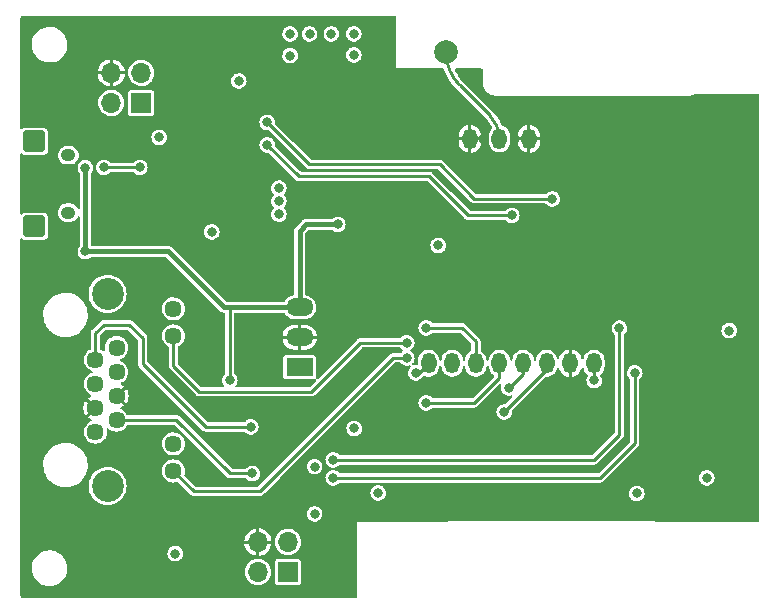
<source format=gbl>
G04 #@! TF.GenerationSoftware,KiCad,Pcbnew,(6.0.1-0)*
G04 #@! TF.CreationDate,2022-03-22T23:13:11+01:00*
G04 #@! TF.ProjectId,ithowifi_4l,6974686f-7769-4666-995f-346c2e6b6963,rev?*
G04 #@! TF.SameCoordinates,Original*
G04 #@! TF.FileFunction,Copper,L4,Bot*
G04 #@! TF.FilePolarity,Positive*
%FSLAX46Y46*%
G04 Gerber Fmt 4.6, Leading zero omitted, Abs format (unit mm)*
G04 Created by KiCad (PCBNEW (6.0.1-0)) date 2022-03-22 23:13:11*
%MOMM*%
%LPD*%
G01*
G04 APERTURE LIST*
G04 Aperture macros list*
%AMRoundRect*
0 Rectangle with rounded corners*
0 $1 Rounding radius*
0 $2 $3 $4 $5 $6 $7 $8 $9 X,Y pos of 4 corners*
0 Add a 4 corners polygon primitive as box body*
4,1,4,$2,$3,$4,$5,$6,$7,$8,$9,$2,$3,0*
0 Add four circle primitives for the rounded corners*
1,1,$1+$1,$2,$3*
1,1,$1+$1,$4,$5*
1,1,$1+$1,$6,$7*
1,1,$1+$1,$8,$9*
0 Add four rect primitives between the rounded corners*
20,1,$1+$1,$2,$3,$4,$5,0*
20,1,$1+$1,$4,$5,$6,$7,0*
20,1,$1+$1,$6,$7,$8,$9,0*
20,1,$1+$1,$8,$9,$2,$3,0*%
G04 Aperture macros list end*
G04 #@! TA.AperFunction,ComponentPad*
%ADD10R,1.700000X1.700000*%
G04 #@! TD*
G04 #@! TA.AperFunction,ComponentPad*
%ADD11O,1.700000X1.700000*%
G04 #@! TD*
G04 #@! TA.AperFunction,ComponentPad*
%ADD12RoundRect,0.273000X-0.677000X0.637000X-0.677000X-0.637000X0.677000X-0.637000X0.677000X0.637000X0*%
G04 #@! TD*
G04 #@! TA.AperFunction,ComponentPad*
%ADD13O,1.250000X1.050000*%
G04 #@! TD*
G04 #@! TA.AperFunction,ComponentPad*
%ADD14R,2.300000X1.500000*%
G04 #@! TD*
G04 #@! TA.AperFunction,ComponentPad*
%ADD15O,2.300000X1.500000*%
G04 #@! TD*
G04 #@! TA.AperFunction,ComponentPad*
%ADD16C,1.446000*%
G04 #@! TD*
G04 #@! TA.AperFunction,ComponentPad*
%ADD17C,2.700000*%
G04 #@! TD*
G04 #@! TA.AperFunction,ComponentPad*
%ADD18C,2.000000*%
G04 #@! TD*
G04 #@! TA.AperFunction,SMDPad,CuDef*
%ADD19O,1.300000X1.750000*%
G04 #@! TD*
G04 #@! TA.AperFunction,ViaPad*
%ADD20C,0.800000*%
G04 #@! TD*
G04 #@! TA.AperFunction,Conductor*
%ADD21C,0.406400*%
G04 #@! TD*
G04 #@! TA.AperFunction,Conductor*
%ADD22C,0.254000*%
G04 #@! TD*
G04 #@! TA.AperFunction,Conductor*
%ADD23C,0.293370*%
G04 #@! TD*
G04 APERTURE END LIST*
D10*
X75666600Y-154025600D03*
D11*
X73126600Y-154025600D03*
X75666600Y-151485600D03*
X73126600Y-151485600D03*
D12*
X54178200Y-124768000D03*
D13*
X57078200Y-123593000D03*
D12*
X54178200Y-117568000D03*
D13*
X57078200Y-118743000D03*
D14*
X76654900Y-136686000D03*
D15*
X76654900Y-134146000D03*
X76654900Y-131606000D03*
D16*
X59372500Y-142176500D03*
X61152500Y-141156500D03*
X59372500Y-140136500D03*
X61152500Y-139116500D03*
X59372500Y-138096500D03*
X61152500Y-137076500D03*
X59372500Y-136056500D03*
X61152500Y-135036500D03*
X65962500Y-145466500D03*
X65962500Y-143176500D03*
X65962500Y-134036500D03*
X65962500Y-131746500D03*
D17*
X60392500Y-130476500D03*
X60392500Y-146736500D03*
D10*
X63246000Y-114300000D03*
D11*
X60706000Y-114300000D03*
X63246000Y-111760000D03*
X60706000Y-111760000D03*
D18*
X89052400Y-110032800D03*
D19*
X96070000Y-117347358D03*
X93570000Y-117347358D03*
X91070000Y-117347358D03*
X87570000Y-136347358D03*
X89570000Y-136347358D03*
X91570000Y-136347358D03*
X93570000Y-136347358D03*
X95570000Y-136347358D03*
X97570000Y-136347358D03*
X99570000Y-136347358D03*
X101570000Y-136347358D03*
D20*
X84996300Y-121531200D03*
X84996300Y-123731200D03*
X84996300Y-122631200D03*
X92202000Y-116078000D03*
X89027000Y-112776000D03*
X93599000Y-114935000D03*
X92710000Y-114046000D03*
X91567000Y-112903000D03*
X86995000Y-111887000D03*
X88265000Y-111887000D03*
X85598000Y-111887000D03*
X91694000Y-111887000D03*
X109270800Y-148844000D03*
X76225400Y-114427000D03*
X96578000Y-114173000D03*
X94488000Y-118745000D03*
X100177600Y-142824200D03*
X115062000Y-114173000D03*
X100177600Y-141300200D03*
X100177600Y-139750800D03*
X90043000Y-113919000D03*
X94488000Y-116078000D03*
X111838000Y-114173000D03*
X98679000Y-139750800D03*
X101678000Y-114173000D03*
X103378000Y-114173000D03*
X90551000Y-111887000D03*
X97155000Y-139725400D03*
X98679000Y-141300200D03*
X108438000Y-114173000D03*
X98278000Y-114173000D03*
X92202000Y-117348000D03*
X84201000Y-111887000D03*
X84201000Y-107442000D03*
X94878000Y-114173000D03*
X106738000Y-114173000D03*
X97155000Y-141274800D03*
X110138000Y-114173000D03*
X92710000Y-118745000D03*
X98679000Y-142824200D03*
X91059000Y-114935000D03*
X113538000Y-114173000D03*
X87630000Y-148590000D03*
X84201000Y-108966000D03*
X105038000Y-114173000D03*
X105308400Y-148640800D03*
X99978000Y-114173000D03*
X94869000Y-117348000D03*
X97155000Y-142798800D03*
X84201000Y-110490000D03*
X70739000Y-137795000D03*
X58510873Y-126883727D03*
X79883000Y-124587000D03*
X58510873Y-119790990D03*
X74896300Y-121531200D03*
X74896300Y-123731200D03*
X74896300Y-122631200D03*
X75844400Y-110299500D03*
X75844400Y-108458000D03*
X77495400Y-108458000D03*
X79336900Y-108458000D03*
X81241900Y-108458000D03*
X81241900Y-110236000D03*
X66120300Y-152467600D03*
X113030000Y-133578600D03*
X64770000Y-117221000D03*
X71501000Y-112445800D03*
X69215000Y-125222000D03*
X83312000Y-147320000D03*
X101600000Y-137795000D03*
X77927200Y-145097506D03*
X105206800Y-147370800D03*
X81280000Y-141859000D03*
X111125000Y-146050000D03*
X88392000Y-126365000D03*
X77927200Y-149098000D03*
X93980000Y-140462000D03*
X87376000Y-139700000D03*
X94361000Y-138430000D03*
X86487000Y-137160000D03*
X87376000Y-133350000D03*
X79502000Y-144526000D03*
X103733600Y-133375400D03*
X105029000Y-137160000D03*
X79502000Y-146050000D03*
X85725000Y-135890000D03*
X60071000Y-119761000D03*
X63119000Y-119761000D03*
X72644000Y-145669000D03*
X72517000Y-141732000D03*
X73914000Y-115951000D03*
X98044000Y-122428000D03*
X94615000Y-123825000D03*
X73914000Y-117856000D03*
X85725000Y-134620000D03*
D21*
X58510873Y-126883727D02*
X58510873Y-119790990D01*
D22*
X70739000Y-137795000D02*
X70739000Y-131606000D01*
D21*
X76654900Y-131606000D02*
X76654900Y-125148100D01*
X65542727Y-126883727D02*
X58510873Y-126883727D01*
D22*
X70739000Y-131606000D02*
X76654900Y-131606000D01*
D21*
X77216000Y-124587000D02*
X79883000Y-124587000D01*
X76654900Y-131606000D02*
X70265000Y-131606000D01*
X76654900Y-125148100D02*
X77216000Y-124587000D01*
X70265000Y-131606000D02*
X65542727Y-126883727D01*
D22*
X101570000Y-137765000D02*
X101600000Y-137795000D01*
X101570000Y-136347358D02*
X101570000Y-137765000D01*
D23*
X97570000Y-136872000D02*
X93980000Y-140462000D01*
X97570000Y-136347358D02*
X97570000Y-136872000D01*
X93570000Y-137570000D02*
X91440000Y-139700000D01*
X93570000Y-136347358D02*
X93570000Y-137570000D01*
X91440000Y-139700000D02*
X87376000Y-139700000D01*
X95570000Y-137221000D02*
X95570000Y-136347358D01*
X94361000Y-138430000D02*
X95570000Y-137221000D01*
D22*
X86757358Y-137160000D02*
X87570000Y-136347358D01*
X86487000Y-137160000D02*
X86757358Y-137160000D01*
D23*
X90424000Y-133350000D02*
X87376000Y-133350000D01*
X91570000Y-136347358D02*
X91570000Y-134496000D01*
X91570000Y-134496000D02*
X90424000Y-133350000D01*
X103733600Y-142392400D02*
X101600000Y-144526000D01*
X101600000Y-144526000D02*
X79502000Y-144526000D01*
X103733600Y-133375400D02*
X103733600Y-142392400D01*
X105029000Y-137160000D02*
X105029000Y-143129000D01*
X102108000Y-146050000D02*
X79502000Y-146050000D01*
X105029000Y-143129000D02*
X102108000Y-146050000D01*
D22*
X84582000Y-135890000D02*
X85725000Y-135890000D01*
X67689000Y-147193000D02*
X73279000Y-147193000D01*
X65962500Y-145466500D02*
X67689000Y-147193000D01*
X73279000Y-147193000D02*
X84582000Y-135890000D01*
X63119000Y-119761000D02*
X60071000Y-119761000D01*
D23*
X92741725Y-115347725D02*
X90201873Y-112807873D01*
X92741725Y-115347725D02*
G75*
G02*
X93570000Y-117347358I-1999635J-1999634D01*
G01*
X89052400Y-110032800D02*
G75*
G03*
X90201873Y-112807873I3924552J3D01*
G01*
X66226500Y-141156500D02*
X61152500Y-141156500D01*
X72644000Y-145669000D02*
X70739000Y-145669000D01*
X70739000Y-145669000D02*
X66226500Y-141156500D01*
X68707000Y-141732000D02*
X63373000Y-136398000D01*
X63373000Y-134239000D02*
X62230000Y-133096000D01*
X62230000Y-133096000D02*
X60071000Y-133096000D01*
X63373000Y-136398000D02*
X63373000Y-134239000D01*
X60071000Y-133096000D02*
X59372500Y-133794500D01*
X72517000Y-141732000D02*
X68707000Y-141732000D01*
X59372500Y-133794500D02*
X59372500Y-136056500D01*
D22*
X91440000Y-122428000D02*
X98044000Y-122428000D01*
X77470000Y-119507000D02*
X88519000Y-119507000D01*
X88519000Y-119507000D02*
X91440000Y-122428000D01*
X73914000Y-115951000D02*
X77470000Y-119507000D01*
D23*
X90932000Y-123825000D02*
X87630000Y-120523000D01*
X94615000Y-123825000D02*
X90932000Y-123825000D01*
X76581000Y-120523000D02*
X73914000Y-117856000D01*
X87630000Y-120523000D02*
X76581000Y-120523000D01*
D22*
X85598000Y-134620000D02*
X81788000Y-134620000D01*
X68148200Y-138760200D02*
X65962500Y-136574500D01*
X81788000Y-134620000D02*
X77647800Y-138760200D01*
X81788000Y-134620000D02*
X85725000Y-134620000D01*
X77647800Y-138760200D02*
X68148200Y-138760200D01*
X65962500Y-136574500D02*
X65962500Y-134036500D01*
G04 #@! TA.AperFunction,Conductor*
G36*
X84794531Y-106941213D02*
G01*
X84831076Y-106991513D01*
X84836000Y-107022600D01*
X84836000Y-111379000D01*
X88791984Y-111379000D01*
X88851115Y-111398213D01*
X88887928Y-111449348D01*
X88908217Y-111513696D01*
X88909060Y-111515731D01*
X88909061Y-111515734D01*
X88951080Y-111617177D01*
X89052768Y-111862674D01*
X89053784Y-111864626D01*
X89053786Y-111864630D01*
X89136390Y-112023310D01*
X89227185Y-112197726D01*
X89281422Y-112282861D01*
X89427675Y-112512433D01*
X89430139Y-112516301D01*
X89502372Y-112610437D01*
X89658736Y-112814215D01*
X89658742Y-112814222D01*
X89660087Y-112815975D01*
X89906242Y-113084605D01*
X89907658Y-113086339D01*
X89909718Y-113088399D01*
X89910090Y-113088805D01*
X89914656Y-113095090D01*
X89934110Y-113109224D01*
X89946114Y-113119476D01*
X92430119Y-115603480D01*
X92440371Y-115615484D01*
X92454508Y-115634942D01*
X92460914Y-115639596D01*
X92464893Y-115642487D01*
X92480771Y-115656838D01*
X92584399Y-115772797D01*
X92597125Y-115787037D01*
X92635618Y-115830111D01*
X92642649Y-115838928D01*
X92793592Y-116051663D01*
X92799586Y-116061201D01*
X92909199Y-116259531D01*
X92925760Y-116289495D01*
X92930651Y-116299650D01*
X92957718Y-116364995D01*
X92962595Y-116426977D01*
X92939536Y-116470805D01*
X92834214Y-116587778D01*
X92739147Y-116752438D01*
X92680392Y-116933266D01*
X92665500Y-117074957D01*
X92665500Y-117619759D01*
X92665775Y-117622375D01*
X92679645Y-117754339D01*
X92680392Y-117761450D01*
X92739147Y-117942278D01*
X92834214Y-118106938D01*
X92961438Y-118248235D01*
X93115259Y-118359993D01*
X93288955Y-118437327D01*
X93294105Y-118438422D01*
X93294106Y-118438422D01*
X93469779Y-118475763D01*
X93469784Y-118475764D01*
X93474933Y-118476858D01*
X93665067Y-118476858D01*
X93670216Y-118475764D01*
X93670221Y-118475763D01*
X93845894Y-118438422D01*
X93845895Y-118438422D01*
X93851045Y-118437327D01*
X94024741Y-118359993D01*
X94178562Y-118248235D01*
X94305786Y-118106938D01*
X94400853Y-117942278D01*
X94459608Y-117761450D01*
X94460356Y-117754339D01*
X94474225Y-117622375D01*
X94474500Y-117619759D01*
X94474500Y-117618290D01*
X95115200Y-117618290D01*
X95115457Y-117623365D01*
X95129363Y-117760266D01*
X95131402Y-117770199D01*
X95186363Y-117945579D01*
X95190351Y-117954885D01*
X95279454Y-118115632D01*
X95285239Y-118123955D01*
X95404840Y-118263494D01*
X95412181Y-118270485D01*
X95557395Y-118383125D01*
X95565999Y-118388501D01*
X95730895Y-118469640D01*
X95740396Y-118473174D01*
X95918248Y-118519500D01*
X95927372Y-118520913D01*
X95940181Y-118517481D01*
X95942659Y-118514420D01*
X95943000Y-118512581D01*
X95943000Y-118502887D01*
X96197000Y-118502887D01*
X96201188Y-118515777D01*
X96202243Y-118516543D01*
X96208598Y-118517066D01*
X96303635Y-118502693D01*
X96313459Y-118500170D01*
X96485931Y-118436712D01*
X96495046Y-118432267D01*
X96651241Y-118335422D01*
X96659274Y-118329235D01*
X96792798Y-118202967D01*
X96799431Y-118195283D01*
X96904845Y-118044738D01*
X96909786Y-118035895D01*
X96982776Y-117867227D01*
X96985842Y-117857561D01*
X97023677Y-117676458D01*
X97024669Y-117668817D01*
X97024732Y-117667624D01*
X97024800Y-117665020D01*
X97024800Y-117490291D01*
X97020612Y-117477401D01*
X97016423Y-117474358D01*
X96212933Y-117474358D01*
X96200043Y-117478546D01*
X96197000Y-117482735D01*
X96197000Y-118502887D01*
X95943000Y-118502887D01*
X95943000Y-117490291D01*
X95938812Y-117477401D01*
X95934623Y-117474358D01*
X95131133Y-117474358D01*
X95118243Y-117478546D01*
X95115200Y-117482735D01*
X95115200Y-117618290D01*
X94474500Y-117618290D01*
X94474500Y-117204425D01*
X95115200Y-117204425D01*
X95119388Y-117217315D01*
X95123577Y-117220358D01*
X95927067Y-117220358D01*
X95939957Y-117216170D01*
X95943000Y-117211981D01*
X95943000Y-117204425D01*
X96197000Y-117204425D01*
X96201188Y-117217315D01*
X96205377Y-117220358D01*
X97008867Y-117220358D01*
X97021757Y-117216170D01*
X97024800Y-117211981D01*
X97024800Y-117076426D01*
X97024543Y-117071351D01*
X97010637Y-116934450D01*
X97008598Y-116924517D01*
X96953637Y-116749137D01*
X96949649Y-116739831D01*
X96860546Y-116579084D01*
X96854761Y-116570761D01*
X96735160Y-116431222D01*
X96727819Y-116424231D01*
X96582605Y-116311591D01*
X96574001Y-116306215D01*
X96409105Y-116225076D01*
X96399604Y-116221542D01*
X96221752Y-116175216D01*
X96212628Y-116173803D01*
X96199819Y-116177235D01*
X96197341Y-116180296D01*
X96197000Y-116182135D01*
X96197000Y-117204425D01*
X95943000Y-117204425D01*
X95943000Y-116191829D01*
X95938812Y-116178939D01*
X95937757Y-116178173D01*
X95931402Y-116177650D01*
X95836365Y-116192023D01*
X95826541Y-116194546D01*
X95654069Y-116258004D01*
X95644954Y-116262449D01*
X95488759Y-116359294D01*
X95480726Y-116365481D01*
X95347202Y-116491749D01*
X95340569Y-116499433D01*
X95235155Y-116649978D01*
X95230214Y-116658821D01*
X95157224Y-116827489D01*
X95154158Y-116837155D01*
X95116323Y-117018258D01*
X95115331Y-117025899D01*
X95115268Y-117027092D01*
X95115200Y-117029696D01*
X95115200Y-117204425D01*
X94474500Y-117204425D01*
X94474500Y-117074957D01*
X94459608Y-116933266D01*
X94400853Y-116752438D01*
X94305786Y-116587778D01*
X94286952Y-116566860D01*
X94182093Y-116450403D01*
X94178562Y-116446481D01*
X94024741Y-116334723D01*
X93851045Y-116257389D01*
X93845895Y-116256294D01*
X93845891Y-116256293D01*
X93830853Y-116253097D01*
X93777008Y-116222011D01*
X93757048Y-116188587D01*
X93728982Y-116110148D01*
X93593332Y-115823339D01*
X93430222Y-115551207D01*
X93428758Y-115549233D01*
X93428752Y-115549224D01*
X93242692Y-115298351D01*
X93241225Y-115296373D01*
X93038621Y-115072833D01*
X93034744Y-115068062D01*
X93033597Y-115066915D01*
X93028942Y-115060508D01*
X93009484Y-115046371D01*
X92997480Y-115036119D01*
X90513476Y-112552114D01*
X90503224Y-112540110D01*
X90489090Y-112520656D01*
X90482687Y-112516004D01*
X90482685Y-112516002D01*
X90477772Y-112512433D01*
X90462361Y-112498603D01*
X90417493Y-112449098D01*
X90256667Y-112271653D01*
X90250406Y-112264024D01*
X90050326Y-111994247D01*
X90044842Y-111986039D01*
X89872157Y-111697932D01*
X89867503Y-111689225D01*
X89839471Y-111629957D01*
X89788700Y-111522611D01*
X89780786Y-111460944D01*
X89810631Y-111406401D01*
X89866836Y-111379818D01*
X89879641Y-111379000D01*
X92050987Y-111379000D01*
X92110118Y-111398213D01*
X92146663Y-111448513D01*
X92151586Y-111479631D01*
X92151246Y-112420433D01*
X92151214Y-112508066D01*
X92148772Y-112530060D01*
X92146301Y-112541071D01*
X92147996Y-112550833D01*
X92147941Y-112553093D01*
X92148361Y-112556728D01*
X92151006Y-112602047D01*
X92156529Y-112696698D01*
X92158244Y-112726097D01*
X92159167Y-112730154D01*
X92159168Y-112730160D01*
X92169746Y-112776644D01*
X92199361Y-112906791D01*
X92200942Y-112910646D01*
X92267353Y-113072576D01*
X92269678Y-113078246D01*
X92271870Y-113081784D01*
X92271873Y-113081790D01*
X92327716Y-113171927D01*
X92367273Y-113235777D01*
X92489481Y-113375083D01*
X92632964Y-113492359D01*
X92636573Y-113494424D01*
X92636574Y-113494425D01*
X92790193Y-113582335D01*
X92790197Y-113582337D01*
X92793804Y-113584401D01*
X92797700Y-113585842D01*
X92797706Y-113585845D01*
X92856281Y-113607513D01*
X92967606Y-113648695D01*
X92971698Y-113649477D01*
X92971701Y-113649478D01*
X93102418Y-113674463D01*
X93149624Y-113683486D01*
X93319250Y-113687456D01*
X93322880Y-113687748D01*
X93325139Y-113687614D01*
X93334954Y-113688967D01*
X93344540Y-113686462D01*
X93353791Y-113685912D01*
X93365171Y-113684450D01*
X99893934Y-113684792D01*
X109638296Y-113685302D01*
X109657904Y-113687234D01*
X109673223Y-113690281D01*
X109682941Y-113688348D01*
X109683651Y-113688348D01*
X109690723Y-113687302D01*
X109766294Y-113679919D01*
X109817267Y-113674940D01*
X109817269Y-113674940D01*
X109822148Y-113674463D01*
X109826844Y-113673051D01*
X109960757Y-113632786D01*
X109960761Y-113632785D01*
X109965445Y-113631376D01*
X110097698Y-113561380D01*
X110101496Y-113558300D01*
X110105593Y-113555591D01*
X110106921Y-113557600D01*
X110162193Y-113538000D01*
X115477400Y-113538000D01*
X115536531Y-113557213D01*
X115573076Y-113607513D01*
X115578000Y-113638600D01*
X115578000Y-149667400D01*
X115558787Y-149726531D01*
X115508487Y-149763076D01*
X115477400Y-149768000D01*
X106848938Y-149768000D01*
X106793048Y-149751046D01*
X106767900Y-149734243D01*
X106767898Y-149734242D01*
X106759659Y-149728737D01*
X106685570Y-149714000D01*
X106660553Y-149709024D01*
X106648044Y-149711512D01*
X106645254Y-149712067D01*
X106625629Y-149714000D01*
X89395477Y-149714000D01*
X89375852Y-149712067D01*
X89373062Y-149711512D01*
X89360553Y-149709024D01*
X89335536Y-149714000D01*
X89261447Y-149728737D01*
X89253210Y-149734241D01*
X89253207Y-149734242D01*
X89228058Y-149751046D01*
X89172168Y-149768000D01*
X81532000Y-149768000D01*
X81532000Y-156113400D01*
X81512787Y-156172531D01*
X81462487Y-156209076D01*
X81431400Y-156214000D01*
X53266925Y-156214000D01*
X53247299Y-156212067D01*
X53241719Y-156210957D01*
X53232001Y-156209024D01*
X53222282Y-156210957D01*
X53220709Y-156210957D01*
X53204971Y-156209718D01*
X53171717Y-156204451D01*
X53141784Y-156194725D01*
X53101603Y-156174252D01*
X53076139Y-156155752D01*
X53044248Y-156123861D01*
X53025748Y-156098397D01*
X53005275Y-156058216D01*
X52995549Y-156028283D01*
X52990282Y-155995029D01*
X52989043Y-155979291D01*
X52989043Y-155977718D01*
X52990976Y-155967999D01*
X52987933Y-155952701D01*
X52986000Y-155933075D01*
X52986000Y-153756677D01*
X53973524Y-153756677D01*
X53973989Y-153760695D01*
X53973989Y-153760698D01*
X53989776Y-153897135D01*
X54001351Y-153997176D01*
X54067271Y-154230133D01*
X54169589Y-154449553D01*
X54190815Y-154480786D01*
X54207172Y-154504854D01*
X54206824Y-154505091D01*
X54207925Y-154506303D01*
X54207935Y-154506321D01*
X54210393Y-154509595D01*
X54210445Y-154509672D01*
X54210935Y-154510450D01*
X54211734Y-154511568D01*
X54303393Y-154646442D01*
X54303397Y-154646447D01*
X54305671Y-154649793D01*
X54308454Y-154652735D01*
X54308454Y-154652736D01*
X54354137Y-154701044D01*
X54353758Y-154701403D01*
X54355303Y-154702597D01*
X54356083Y-154703636D01*
X54359066Y-154706487D01*
X54359495Y-154706897D01*
X54363067Y-154710488D01*
X54472018Y-154825699D01*
X54475224Y-154828150D01*
X54528410Y-154868814D01*
X54530608Y-154870544D01*
X54531489Y-154871257D01*
X54534468Y-154874104D01*
X54540221Y-154878028D01*
X54544611Y-154881200D01*
X54664348Y-154972747D01*
X54667904Y-154974654D01*
X54667906Y-154974655D01*
X54728442Y-155007114D01*
X54731274Y-155008832D01*
X54731301Y-155008784D01*
X54734889Y-155010822D01*
X54738300Y-155013149D01*
X54742044Y-155014887D01*
X54746092Y-155016766D01*
X54751269Y-155019354D01*
X54790548Y-155040415D01*
X54877715Y-155087153D01*
X54881542Y-155088471D01*
X54881545Y-155088472D01*
X54950318Y-155112152D01*
X54955599Y-155114280D01*
X54958352Y-155115293D01*
X54962104Y-155117035D01*
X54966084Y-155118139D01*
X54966090Y-155118141D01*
X54971452Y-155119628D01*
X54977316Y-155121449D01*
X55101451Y-155164192D01*
X55106629Y-155165975D01*
X55110606Y-155166662D01*
X55110610Y-155166663D01*
X55156302Y-155174555D01*
X55186397Y-155179753D01*
X55195472Y-155181790D01*
X55195888Y-155181869D01*
X55199871Y-155182974D01*
X55209944Y-155184051D01*
X55210209Y-155184079D01*
X55216635Y-155184977D01*
X55342079Y-155206644D01*
X55345200Y-155207183D01*
X55348359Y-155207326D01*
X55348364Y-155207327D01*
X55360707Y-155207887D01*
X55374203Y-155208500D01*
X55542841Y-155208500D01*
X55723324Y-155193979D01*
X55958439Y-155136229D01*
X56181297Y-155041631D01*
X56274184Y-154983137D01*
X56382743Y-154914774D01*
X56382746Y-154914772D01*
X56386163Y-154912620D01*
X56567768Y-154752514D01*
X56576225Y-154742219D01*
X56718871Y-154568558D01*
X56721439Y-154565432D01*
X56755843Y-154506321D01*
X56791018Y-154445884D01*
X56843222Y-154356188D01*
X56929984Y-154130165D01*
X56957894Y-153996564D01*
X72017748Y-153996564D01*
X72031024Y-154199122D01*
X72032157Y-154203583D01*
X72071802Y-154359682D01*
X72080992Y-154395869D01*
X72165977Y-154580216D01*
X72283133Y-154745989D01*
X72428538Y-154887635D01*
X72432374Y-154890198D01*
X72432375Y-154890199D01*
X72469154Y-154914774D01*
X72597320Y-155000412D01*
X72601556Y-155002232D01*
X72601558Y-155002233D01*
X72779589Y-155078721D01*
X72783828Y-155080542D01*
X72818874Y-155088472D01*
X72977316Y-155124324D01*
X72977319Y-155124324D01*
X72981816Y-155125342D01*
X73078348Y-155129135D01*
X73180044Y-155133131D01*
X73180045Y-155133131D01*
X73184653Y-155133312D01*
X73189210Y-155132651D01*
X73189215Y-155132651D01*
X73296913Y-155117035D01*
X73385545Y-155104184D01*
X73577765Y-155038934D01*
X73754876Y-154939747D01*
X73787493Y-154912620D01*
X73907398Y-154812895D01*
X73910945Y-154809945D01*
X73961305Y-154749394D01*
X74037799Y-154657421D01*
X74037801Y-154657418D01*
X74040747Y-154653876D01*
X74139934Y-154476765D01*
X74205184Y-154284545D01*
X74234312Y-154083653D01*
X74235832Y-154025600D01*
X74217258Y-153823459D01*
X74162157Y-153628087D01*
X74072376Y-153446028D01*
X73950920Y-153283379D01*
X73812560Y-153155480D01*
X74562100Y-153155480D01*
X74562101Y-154026397D01*
X74562101Y-154900666D01*
X74576866Y-154974901D01*
X74582369Y-154983136D01*
X74582369Y-154983137D01*
X74621454Y-155041631D01*
X74633116Y-155059084D01*
X74717299Y-155115334D01*
X74762495Y-155124324D01*
X74786681Y-155129135D01*
X74786682Y-155129135D01*
X74791533Y-155130100D01*
X74796480Y-155130100D01*
X75667396Y-155130099D01*
X76541666Y-155130099D01*
X76577148Y-155123042D01*
X76606184Y-155117267D01*
X76606186Y-155117266D01*
X76615901Y-155115334D01*
X76656103Y-155088472D01*
X76691847Y-155064588D01*
X76700084Y-155059084D01*
X76756334Y-154974901D01*
X76771100Y-154900667D01*
X76771100Y-154025600D01*
X76771099Y-153155472D01*
X76771099Y-153150534D01*
X76764042Y-153115052D01*
X76758267Y-153086016D01*
X76758266Y-153086014D01*
X76756334Y-153076299D01*
X76750830Y-153068061D01*
X76705588Y-153000353D01*
X76700084Y-152992116D01*
X76615901Y-152935866D01*
X76567361Y-152926211D01*
X76546519Y-152922065D01*
X76546518Y-152922065D01*
X76541667Y-152921100D01*
X76536720Y-152921100D01*
X75665804Y-152921101D01*
X74791534Y-152921101D01*
X74756052Y-152928158D01*
X74727016Y-152933933D01*
X74727014Y-152933934D01*
X74717299Y-152935866D01*
X74709064Y-152941369D01*
X74709063Y-152941369D01*
X74675559Y-152963756D01*
X74633116Y-152992116D01*
X74627612Y-153000353D01*
X74624494Y-153005019D01*
X74576866Y-153076299D01*
X74568319Y-153119268D01*
X74563574Y-153143125D01*
X74562100Y-153150533D01*
X74562100Y-153155480D01*
X73812560Y-153155480D01*
X73801858Y-153145587D01*
X73797962Y-153143129D01*
X73797957Y-153143125D01*
X73707447Y-153086018D01*
X73630181Y-153037267D01*
X73578758Y-153016751D01*
X73445925Y-152963756D01*
X73441639Y-152962046D01*
X73242546Y-152922444D01*
X73139951Y-152921101D01*
X73044185Y-152919847D01*
X73044181Y-152919847D01*
X73039571Y-152919787D01*
X72839510Y-152954164D01*
X72835188Y-152955758D01*
X72835186Y-152955759D01*
X72653391Y-153022827D01*
X72653388Y-153022828D01*
X72649063Y-153024424D01*
X72474610Y-153128212D01*
X72471144Y-153131251D01*
X72471142Y-153131253D01*
X72325459Y-153259014D01*
X72325456Y-153259017D01*
X72321992Y-153262055D01*
X72319139Y-153265674D01*
X72319138Y-153265675D01*
X72309552Y-153277835D01*
X72196320Y-153421469D01*
X72101803Y-153601115D01*
X72041607Y-153794978D01*
X72017748Y-153996564D01*
X56957894Y-153996564D01*
X56979493Y-153893177D01*
X56982861Y-153819025D01*
X56990292Y-153655368D01*
X56990476Y-153651323D01*
X56988301Y-153632526D01*
X56963114Y-153414840D01*
X56963113Y-153414836D01*
X56962649Y-153410824D01*
X56896729Y-153177867D01*
X56816128Y-153005019D01*
X56796122Y-152962116D01*
X56796121Y-152962115D01*
X56794411Y-152958447D01*
X56756828Y-152903146D01*
X56757176Y-152902909D01*
X56756075Y-152901697D01*
X56756065Y-152901679D01*
X56753607Y-152898405D01*
X56753555Y-152898328D01*
X56753065Y-152897550D01*
X56752266Y-152896432D01*
X56660607Y-152761558D01*
X56660603Y-152761553D01*
X56658329Y-152758207D01*
X56609863Y-152706956D01*
X56610242Y-152706597D01*
X56608697Y-152705403D01*
X56607917Y-152704364D01*
X56604504Y-152701102D01*
X56600927Y-152697506D01*
X56491982Y-152582301D01*
X56435581Y-152539179D01*
X56433392Y-152537456D01*
X56432511Y-152536743D01*
X56429532Y-152533896D01*
X56423779Y-152529972D01*
X56419384Y-152526796D01*
X56332930Y-152460696D01*
X65461029Y-152460696D01*
X65461694Y-152466720D01*
X65461694Y-152466724D01*
X65465414Y-152500415D01*
X65478413Y-152618153D01*
X65483509Y-152632078D01*
X65529665Y-152758207D01*
X65532853Y-152766919D01*
X65536239Y-152771958D01*
X65548462Y-152790147D01*
X65621208Y-152898405D01*
X65738376Y-153005019D01*
X65743703Y-153007911D01*
X65743704Y-153007912D01*
X65765004Y-153019477D01*
X65877593Y-153080608D01*
X65883463Y-153082148D01*
X66024955Y-153119268D01*
X66024956Y-153119268D01*
X66030822Y-153120807D01*
X66103016Y-153121941D01*
X66183152Y-153123200D01*
X66183154Y-153123200D01*
X66189216Y-153123295D01*
X66195127Y-153121941D01*
X66195129Y-153121941D01*
X66337722Y-153089283D01*
X66337725Y-153089282D01*
X66343632Y-153087929D01*
X66485155Y-153016751D01*
X66559348Y-152953384D01*
X66601005Y-152917806D01*
X66601007Y-152917804D01*
X66605614Y-152913869D01*
X66656849Y-152842568D01*
X66694518Y-152790147D01*
X66694520Y-152790144D01*
X66698055Y-152785224D01*
X66757142Y-152638241D01*
X66779462Y-152481407D01*
X66779607Y-152467600D01*
X66778428Y-152457852D01*
X66761305Y-152316355D01*
X66761304Y-152316353D01*
X66760576Y-152310333D01*
X66755103Y-152295848D01*
X66706725Y-152167822D01*
X66706724Y-152167821D01*
X66704580Y-152162146D01*
X66614853Y-152031592D01*
X66496575Y-151926211D01*
X66356574Y-151852084D01*
X66202933Y-151813492D01*
X66196876Y-151813460D01*
X66196874Y-151813460D01*
X66119750Y-151813056D01*
X66044521Y-151812662D01*
X66038624Y-151814078D01*
X66038622Y-151814078D01*
X65896382Y-151848227D01*
X65890484Y-151849643D01*
X65885098Y-151852423D01*
X65885095Y-151852424D01*
X65755102Y-151919519D01*
X65749714Y-151922300D01*
X65630339Y-152026438D01*
X65626853Y-152031398D01*
X65623203Y-152036592D01*
X65539250Y-152156044D01*
X65511431Y-152227395D01*
X65486647Y-152290965D01*
X65481706Y-152303637D01*
X65461029Y-152460696D01*
X56332930Y-152460696D01*
X56299652Y-152435253D01*
X56235558Y-152400886D01*
X56232726Y-152399168D01*
X56232699Y-152399216D01*
X56229111Y-152397178D01*
X56225700Y-152394851D01*
X56217905Y-152391233D01*
X56212731Y-152388646D01*
X56089853Y-152322760D01*
X56089852Y-152322759D01*
X56086285Y-152320847D01*
X56082458Y-152319529D01*
X56082455Y-152319528D01*
X56013682Y-152295848D01*
X56008401Y-152293720D01*
X56005648Y-152292707D01*
X56001896Y-152290965D01*
X55997916Y-152289861D01*
X55997910Y-152289859D01*
X55992548Y-152288372D01*
X55986684Y-152286551D01*
X55861190Y-152243340D01*
X55857371Y-152242025D01*
X55853394Y-152241338D01*
X55853390Y-152241337D01*
X55807698Y-152233445D01*
X55777603Y-152228247D01*
X55768528Y-152226210D01*
X55768112Y-152226131D01*
X55764129Y-152225026D01*
X55753792Y-152223921D01*
X55747365Y-152223023D01*
X55621921Y-152201356D01*
X55621920Y-152201356D01*
X55618800Y-152200817D01*
X55615641Y-152200674D01*
X55615636Y-152200673D01*
X55603293Y-152200113D01*
X55589797Y-152199500D01*
X55421159Y-152199500D01*
X55240676Y-152214021D01*
X55005561Y-152271771D01*
X54782703Y-152366369D01*
X54747328Y-152388646D01*
X54594843Y-152484671D01*
X54577837Y-152495380D01*
X54396232Y-152655486D01*
X54242561Y-152842568D01*
X54240528Y-152846062D01*
X54240526Y-152846064D01*
X54207687Y-152902488D01*
X54120778Y-153051812D01*
X54034016Y-153277835D01*
X53984507Y-153514823D01*
X53984324Y-153518858D01*
X53984323Y-153518864D01*
X53980588Y-153601115D01*
X53973524Y-153756677D01*
X52986000Y-153756677D01*
X52986000Y-151622155D01*
X71978190Y-151622155D01*
X71980830Y-151662431D01*
X71982264Y-151671485D01*
X72032240Y-151868268D01*
X72035303Y-151876915D01*
X72120302Y-152061291D01*
X72124889Y-152069235D01*
X72242056Y-152235024D01*
X72248028Y-152242016D01*
X72393446Y-152383677D01*
X72400582Y-152389455D01*
X72569382Y-152502244D01*
X72577457Y-152506627D01*
X72763979Y-152586764D01*
X72772718Y-152589603D01*
X72970723Y-152634407D01*
X72979833Y-152635606D01*
X72983679Y-152635757D01*
X72996724Y-152632078D01*
X72999379Y-152628710D01*
X72999600Y-152627473D01*
X72999600Y-152618211D01*
X73253600Y-152618211D01*
X73257788Y-152631101D01*
X73258978Y-152631965D01*
X73265053Y-152632483D01*
X73392776Y-152613964D01*
X73401703Y-152611821D01*
X73593949Y-152546563D01*
X73602333Y-152542830D01*
X73779465Y-152443631D01*
X73787033Y-152438430D01*
X73943118Y-152308615D01*
X73949615Y-152302118D01*
X74079430Y-152146033D01*
X74084631Y-152138465D01*
X74183830Y-151961333D01*
X74187563Y-151952949D01*
X74252821Y-151760703D01*
X74254964Y-151751776D01*
X74272858Y-151628368D01*
X74270563Y-151615011D01*
X74269509Y-151613985D01*
X74263569Y-151612600D01*
X73269533Y-151612600D01*
X73256643Y-151616788D01*
X73253600Y-151620977D01*
X73253600Y-152618211D01*
X72999600Y-152618211D01*
X72999600Y-151628533D01*
X72995412Y-151615643D01*
X72991223Y-151612600D01*
X71993497Y-151612600D01*
X71980607Y-151616788D01*
X71978498Y-151619691D01*
X71978190Y-151622155D01*
X52986000Y-151622155D01*
X52986000Y-151456564D01*
X74557748Y-151456564D01*
X74571024Y-151659122D01*
X74572157Y-151663583D01*
X74610605Y-151814969D01*
X74620992Y-151855869D01*
X74705977Y-152040216D01*
X74823133Y-152205989D01*
X74968538Y-152347635D01*
X74972374Y-152350198D01*
X74972375Y-152350199D01*
X74996575Y-152366369D01*
X75137320Y-152460412D01*
X75141556Y-152462232D01*
X75141558Y-152462233D01*
X75316021Y-152537188D01*
X75323828Y-152540542D01*
X75421761Y-152562702D01*
X75517316Y-152584324D01*
X75517319Y-152584324D01*
X75521816Y-152585342D01*
X75623235Y-152589327D01*
X75720044Y-152593131D01*
X75720045Y-152593131D01*
X75724653Y-152593312D01*
X75729210Y-152592651D01*
X75729215Y-152592651D01*
X75825099Y-152578748D01*
X75925545Y-152564184D01*
X76117765Y-152498934D01*
X76294876Y-152399747D01*
X76302853Y-152393113D01*
X76447398Y-152272895D01*
X76450945Y-152269945D01*
X76497726Y-152213697D01*
X76577799Y-152117421D01*
X76577801Y-152117418D01*
X76580747Y-152113876D01*
X76679934Y-151936765D01*
X76745184Y-151744545D01*
X76774312Y-151543653D01*
X76775832Y-151485600D01*
X76772743Y-151451982D01*
X76757680Y-151288047D01*
X76757679Y-151288042D01*
X76757258Y-151283459D01*
X76702157Y-151088087D01*
X76612376Y-150906028D01*
X76490920Y-150743379D01*
X76341858Y-150605587D01*
X76337962Y-150603129D01*
X76337957Y-150603125D01*
X76245811Y-150544986D01*
X76170181Y-150497267D01*
X75981639Y-150422046D01*
X75782546Y-150382444D01*
X75681059Y-150381116D01*
X75584185Y-150379847D01*
X75584181Y-150379847D01*
X75579571Y-150379787D01*
X75379510Y-150414164D01*
X75375188Y-150415758D01*
X75375186Y-150415759D01*
X75193391Y-150482827D01*
X75193388Y-150482828D01*
X75189063Y-150484424D01*
X75014610Y-150588212D01*
X75011144Y-150591251D01*
X75011142Y-150591253D01*
X74865459Y-150719014D01*
X74865456Y-150719017D01*
X74861992Y-150722055D01*
X74736320Y-150881469D01*
X74641803Y-151061115D01*
X74634712Y-151083953D01*
X74583448Y-151249050D01*
X74581607Y-151254978D01*
X74557748Y-151456564D01*
X52986000Y-151456564D01*
X52986000Y-151342777D01*
X71980561Y-151342777D01*
X71983205Y-151356070D01*
X71984804Y-151357548D01*
X71989597Y-151358600D01*
X72983667Y-151358600D01*
X72996557Y-151354412D01*
X72999600Y-151350223D01*
X72999600Y-151342667D01*
X73253600Y-151342667D01*
X73257788Y-151355557D01*
X73261977Y-151358600D01*
X74258744Y-151358600D01*
X74271634Y-151354412D01*
X74273329Y-151352079D01*
X74273740Y-151348401D01*
X74267349Y-151278841D01*
X74265676Y-151269819D01*
X74210568Y-151074421D01*
X74207277Y-151065847D01*
X74117486Y-150883768D01*
X74112691Y-150875943D01*
X73991218Y-150713272D01*
X73985073Y-150706447D01*
X73835997Y-150568643D01*
X73828708Y-150563049D01*
X73657015Y-150454720D01*
X73648828Y-150450548D01*
X73460268Y-150375320D01*
X73451467Y-150372713D01*
X73269228Y-150336463D01*
X73255768Y-150338056D01*
X73255734Y-150338087D01*
X73253600Y-150346265D01*
X73253600Y-151342667D01*
X72999600Y-151342667D01*
X72999600Y-150351548D01*
X72995412Y-150338658D01*
X72994797Y-150338211D01*
X72987537Y-150337688D01*
X72830980Y-150364589D01*
X72822108Y-150366966D01*
X72631647Y-150437231D01*
X72623348Y-150441190D01*
X72448882Y-150544986D01*
X72441450Y-150550386D01*
X72288816Y-150684242D01*
X72282495Y-150690903D01*
X72156808Y-150850337D01*
X72151808Y-150858036D01*
X72057279Y-151037705D01*
X72053766Y-151046187D01*
X71993563Y-151240073D01*
X71991655Y-151249050D01*
X71980561Y-151342777D01*
X52986000Y-151342777D01*
X52986000Y-149091096D01*
X77267929Y-149091096D01*
X77268594Y-149097120D01*
X77268594Y-149097124D01*
X77270576Y-149115071D01*
X77285313Y-149248553D01*
X77339753Y-149397319D01*
X77343139Y-149402358D01*
X77355362Y-149420547D01*
X77428108Y-149528805D01*
X77545276Y-149635419D01*
X77550603Y-149638311D01*
X77550604Y-149638312D01*
X77571904Y-149649877D01*
X77684493Y-149711008D01*
X77690363Y-149712548D01*
X77831855Y-149749668D01*
X77831856Y-149749668D01*
X77837722Y-149751207D01*
X77909916Y-149752341D01*
X77990052Y-149753600D01*
X77990054Y-149753600D01*
X77996116Y-149753695D01*
X78002027Y-149752341D01*
X78002029Y-149752341D01*
X78144622Y-149719683D01*
X78144625Y-149719682D01*
X78150532Y-149718329D01*
X78292055Y-149647151D01*
X78359006Y-149589970D01*
X78407905Y-149548206D01*
X78407907Y-149548204D01*
X78412514Y-149544269D01*
X78443754Y-149500794D01*
X78501418Y-149420547D01*
X78501420Y-149420544D01*
X78504955Y-149415624D01*
X78564042Y-149268641D01*
X78586362Y-149111807D01*
X78586507Y-149098000D01*
X78567476Y-148940733D01*
X78511480Y-148792546D01*
X78421753Y-148661992D01*
X78303475Y-148556611D01*
X78163474Y-148482484D01*
X78009833Y-148443892D01*
X78003776Y-148443860D01*
X78003774Y-148443860D01*
X77926650Y-148443456D01*
X77851421Y-148443062D01*
X77845524Y-148444478D01*
X77845522Y-148444478D01*
X77703282Y-148478627D01*
X77697384Y-148480043D01*
X77691998Y-148482823D01*
X77691995Y-148482824D01*
X77562002Y-148549919D01*
X77556614Y-148552700D01*
X77437239Y-148656838D01*
X77346150Y-148786444D01*
X77288606Y-148934037D01*
X77267929Y-149091096D01*
X52986000Y-149091096D01*
X52986000Y-144999255D01*
X54948458Y-144999255D01*
X54948804Y-145002881D01*
X54948804Y-145002884D01*
X54971236Y-145237992D01*
X54974364Y-145270780D01*
X54975228Y-145274310D01*
X54975229Y-145274317D01*
X55031937Y-145506061D01*
X55039195Y-145535722D01*
X55141592Y-145788530D01*
X55143430Y-145791670D01*
X55143432Y-145791673D01*
X55171519Y-145839641D01*
X55279412Y-146023908D01*
X55294757Y-146043096D01*
X55441243Y-146226267D01*
X55449766Y-146236925D01*
X55452428Y-146239411D01*
X55452431Y-146239415D01*
X55541060Y-146322207D01*
X55649087Y-146423120D01*
X55652077Y-146425195D01*
X55652078Y-146425195D01*
X55870202Y-146576514D01*
X55870206Y-146576516D01*
X55873198Y-146578592D01*
X55876460Y-146580215D01*
X55876462Y-146580216D01*
X56114142Y-146698460D01*
X56114146Y-146698461D01*
X56117405Y-146700083D01*
X56120863Y-146701217D01*
X56120869Y-146701219D01*
X56294457Y-146758123D01*
X56376592Y-146785048D01*
X56418284Y-146792287D01*
X56642309Y-146831185D01*
X56642315Y-146831186D01*
X56645329Y-146831709D01*
X56680220Y-146833446D01*
X56730290Y-146835939D01*
X56730303Y-146835939D01*
X56731522Y-146836000D01*
X56901782Y-146836000D01*
X56903596Y-146835868D01*
X56903606Y-146835868D01*
X57100906Y-146821552D01*
X57100907Y-146821552D01*
X57104543Y-146821288D01*
X57108101Y-146820502D01*
X57108104Y-146820502D01*
X57367323Y-146763272D01*
X57367325Y-146763271D01*
X57370887Y-146762485D01*
X57439473Y-146736500D01*
X58783039Y-146736500D01*
X58802854Y-146988275D01*
X58803776Y-146992117D01*
X58803777Y-146992121D01*
X58858380Y-147219555D01*
X58861812Y-147233851D01*
X58863323Y-147237499D01*
X58863324Y-147237502D01*
X58918175Y-147369924D01*
X58958460Y-147467180D01*
X59090419Y-147682517D01*
X59254439Y-147874561D01*
X59446483Y-148038581D01*
X59661820Y-148170540D01*
X59665469Y-148172051D01*
X59665468Y-148172051D01*
X59891498Y-148265676D01*
X59891501Y-148265677D01*
X59895149Y-148267188D01*
X59898988Y-148268110D01*
X59898992Y-148268111D01*
X60136879Y-148325223D01*
X60136883Y-148325224D01*
X60140725Y-148326146D01*
X60392500Y-148345961D01*
X60644275Y-148326146D01*
X60648117Y-148325224D01*
X60648121Y-148325223D01*
X60886008Y-148268111D01*
X60886012Y-148268110D01*
X60889851Y-148267188D01*
X60893499Y-148265677D01*
X60893502Y-148265676D01*
X61119532Y-148172051D01*
X61119531Y-148172051D01*
X61123180Y-148170540D01*
X61338517Y-148038581D01*
X61530561Y-147874561D01*
X61694581Y-147682517D01*
X61826540Y-147467180D01*
X61866825Y-147369924D01*
X61921676Y-147237502D01*
X61921677Y-147237499D01*
X61923188Y-147233851D01*
X61926621Y-147219555D01*
X61981223Y-146992121D01*
X61981224Y-146992117D01*
X61982146Y-146988275D01*
X62001961Y-146736500D01*
X61982146Y-146484725D01*
X61974094Y-146451185D01*
X61924111Y-146242992D01*
X61924110Y-146242988D01*
X61923188Y-146239149D01*
X61915620Y-146220877D01*
X61835212Y-146026755D01*
X61826540Y-146005820D01*
X61694581Y-145790483D01*
X61530561Y-145598439D01*
X61338517Y-145434419D01*
X61307041Y-145415130D01*
X61214699Y-145358543D01*
X61123180Y-145302460D01*
X61055237Y-145274317D01*
X60893502Y-145207324D01*
X60893499Y-145207323D01*
X60889851Y-145205812D01*
X60886012Y-145204890D01*
X60886008Y-145204889D01*
X60648121Y-145147777D01*
X60648117Y-145147776D01*
X60644275Y-145146854D01*
X60392500Y-145127039D01*
X60140725Y-145146854D01*
X60136883Y-145147776D01*
X60136879Y-145147777D01*
X59898992Y-145204889D01*
X59898988Y-145204890D01*
X59895149Y-145205812D01*
X59891501Y-145207323D01*
X59891498Y-145207324D01*
X59729763Y-145274317D01*
X59661820Y-145302460D01*
X59570301Y-145358543D01*
X59477960Y-145415130D01*
X59446483Y-145434419D01*
X59254439Y-145598439D01*
X59090419Y-145790483D01*
X58958460Y-146005820D01*
X58949788Y-146026755D01*
X58869381Y-146220877D01*
X58861812Y-146239149D01*
X58860890Y-146242988D01*
X58860889Y-146242992D01*
X58810906Y-146451185D01*
X58802854Y-146484725D01*
X58783039Y-146736500D01*
X57439473Y-146736500D01*
X57625953Y-146665849D01*
X57864398Y-146533405D01*
X57965466Y-146456272D01*
X58078319Y-146370145D01*
X58078321Y-146370144D01*
X58081225Y-146367927D01*
X58231076Y-146214637D01*
X58269341Y-146175494D01*
X58269344Y-146175491D01*
X58271894Y-146172882D01*
X58274040Y-146169934D01*
X58274044Y-146169929D01*
X58430258Y-145955312D01*
X58432410Y-145952356D01*
X58559410Y-145710969D01*
X58560624Y-145707532D01*
X58649022Y-145457209D01*
X58649023Y-145457205D01*
X58650234Y-145453776D01*
X58702980Y-145186166D01*
X58716542Y-144913745D01*
X58714078Y-144887914D01*
X58690982Y-144645846D01*
X58690982Y-144645845D01*
X58690636Y-144642220D01*
X58670411Y-144559564D01*
X58626671Y-144380817D01*
X58625805Y-144377278D01*
X58523408Y-144124470D01*
X58512361Y-144105602D01*
X58399776Y-143913323D01*
X58385588Y-143889092D01*
X58268507Y-143742689D01*
X58217511Y-143678922D01*
X58217510Y-143678920D01*
X58215234Y-143676075D01*
X58212572Y-143673589D01*
X58212569Y-143673585D01*
X58074997Y-143545073D01*
X58015913Y-143489880D01*
X58012922Y-143487805D01*
X57794798Y-143336486D01*
X57794794Y-143336484D01*
X57791802Y-143334408D01*
X57762463Y-143319812D01*
X57550858Y-143214540D01*
X57550854Y-143214539D01*
X57547595Y-143212917D01*
X57544137Y-143211783D01*
X57544131Y-143211781D01*
X57394670Y-143162786D01*
X64980366Y-143162786D01*
X64996407Y-143353811D01*
X65049246Y-143538083D01*
X65136870Y-143708582D01*
X65139921Y-143712432D01*
X65139924Y-143712436D01*
X65252883Y-143854954D01*
X65252886Y-143854957D01*
X65255943Y-143858814D01*
X65401928Y-143983057D01*
X65569265Y-144076579D01*
X65573946Y-144078100D01*
X65612857Y-144090743D01*
X65751581Y-144135817D01*
X65756465Y-144136399D01*
X65756468Y-144136400D01*
X65937040Y-144157932D01*
X65937041Y-144157932D01*
X65941930Y-144158515D01*
X66000995Y-144153970D01*
X66128153Y-144144186D01*
X66128156Y-144144186D01*
X66133062Y-144143808D01*
X66137798Y-144142486D01*
X66137802Y-144142485D01*
X66312962Y-144093579D01*
X66312966Y-144093578D01*
X66317699Y-144092256D01*
X66322086Y-144090040D01*
X66322091Y-144090038D01*
X66484411Y-144008044D01*
X66484414Y-144008042D01*
X66488805Y-144005824D01*
X66639865Y-143887803D01*
X66765124Y-143742689D01*
X66859812Y-143576009D01*
X66920321Y-143394112D01*
X66920937Y-143389237D01*
X66920938Y-143389232D01*
X66943996Y-143206707D01*
X66943997Y-143206699D01*
X66944347Y-143203925D01*
X66944730Y-143176500D01*
X66943386Y-143162786D01*
X66926504Y-142990616D01*
X66926024Y-142985717D01*
X66924602Y-142981007D01*
X66924601Y-142981002D01*
X66872040Y-142806915D01*
X66870617Y-142802201D01*
X66780620Y-142632942D01*
X66659462Y-142484387D01*
X66650054Y-142476604D01*
X66515544Y-142365327D01*
X66515539Y-142365324D01*
X66511756Y-142362194D01*
X66474615Y-142342112D01*
X66347452Y-142273355D01*
X66347448Y-142273353D01*
X66343129Y-142271018D01*
X66338432Y-142269564D01*
X66164706Y-142215787D01*
X66164704Y-142215787D01*
X66160005Y-142214332D01*
X65969357Y-142194294D01*
X65964456Y-142194740D01*
X65964453Y-142194740D01*
X65783347Y-142211222D01*
X65783345Y-142211222D01*
X65778448Y-142211668D01*
X65773730Y-142213057D01*
X65773728Y-142213057D01*
X65669663Y-142243685D01*
X65594550Y-142265792D01*
X65590195Y-142268069D01*
X65590192Y-142268070D01*
X65435576Y-142348902D01*
X65424667Y-142354605D01*
X65420828Y-142357692D01*
X65420826Y-142357693D01*
X65418136Y-142359856D01*
X65275270Y-142474723D01*
X65272104Y-142478496D01*
X65272100Y-142478500D01*
X65218430Y-142542462D01*
X65152049Y-142621572D01*
X65059698Y-142789558D01*
X65001734Y-142972283D01*
X65001186Y-142977170D01*
X65001185Y-142977174D01*
X64980914Y-143157898D01*
X64980366Y-143162786D01*
X57394670Y-143162786D01*
X57291867Y-143129086D01*
X57291868Y-143129086D01*
X57288408Y-143127952D01*
X57204668Y-143113412D01*
X57022691Y-143081815D01*
X57022685Y-143081814D01*
X57019671Y-143081291D01*
X56982473Y-143079439D01*
X56934710Y-143077061D01*
X56934697Y-143077061D01*
X56933478Y-143077000D01*
X56763218Y-143077000D01*
X56761404Y-143077132D01*
X56761394Y-143077132D01*
X56564094Y-143091448D01*
X56564093Y-143091448D01*
X56560457Y-143091712D01*
X56556899Y-143092498D01*
X56556896Y-143092498D01*
X56297677Y-143149728D01*
X56297675Y-143149729D01*
X56294113Y-143150515D01*
X56039047Y-143247151D01*
X55800602Y-143379595D01*
X55583775Y-143545073D01*
X55393106Y-143740118D01*
X55390960Y-143743066D01*
X55390956Y-143743071D01*
X55309519Y-143854954D01*
X55232590Y-143960644D01*
X55105590Y-144202031D01*
X55104377Y-144205465D01*
X55104376Y-144205468D01*
X55020148Y-144443984D01*
X55014766Y-144459224D01*
X54962020Y-144726834D01*
X54948458Y-144999255D01*
X52986000Y-144999255D01*
X52986000Y-142162786D01*
X58390366Y-142162786D01*
X58406407Y-142353811D01*
X58433422Y-142448025D01*
X58453464Y-142517918D01*
X58459246Y-142538083D01*
X58546870Y-142708582D01*
X58549921Y-142712432D01*
X58549924Y-142712436D01*
X58662883Y-142854954D01*
X58662886Y-142854957D01*
X58665943Y-142858814D01*
X58811928Y-142983057D01*
X58979265Y-143076579D01*
X58983946Y-143078100D01*
X59025027Y-143091448D01*
X59161581Y-143135817D01*
X59166465Y-143136399D01*
X59166468Y-143136400D01*
X59347040Y-143157932D01*
X59347041Y-143157932D01*
X59351930Y-143158515D01*
X59410995Y-143153970D01*
X59538153Y-143144186D01*
X59538156Y-143144186D01*
X59543062Y-143143808D01*
X59547798Y-143142486D01*
X59547802Y-143142485D01*
X59722962Y-143093579D01*
X59722966Y-143093578D01*
X59727699Y-143092256D01*
X59732086Y-143090040D01*
X59732091Y-143090038D01*
X59894411Y-143008044D01*
X59894414Y-143008042D01*
X59898805Y-143005824D01*
X60049865Y-142887803D01*
X60175124Y-142742689D01*
X60225646Y-142653754D01*
X60267382Y-142580287D01*
X60267383Y-142580285D01*
X60269812Y-142576009D01*
X60330321Y-142394112D01*
X60330937Y-142389237D01*
X60330938Y-142389232D01*
X60353996Y-142206707D01*
X60353997Y-142206699D01*
X60354347Y-142203925D01*
X60354618Y-142184554D01*
X60354691Y-142179314D01*
X60354691Y-142179309D01*
X60354730Y-142176500D01*
X60353442Y-142163358D01*
X60336504Y-141990611D01*
X60336504Y-141990609D01*
X60336024Y-141985717D01*
X60334603Y-141981010D01*
X60334287Y-141979415D01*
X60341649Y-141917678D01*
X60383893Y-141872059D01*
X60444883Y-141859983D01*
X60498171Y-141883264D01*
X60591928Y-141963057D01*
X60759265Y-142056579D01*
X60763946Y-142058100D01*
X60805273Y-142071528D01*
X60941581Y-142115817D01*
X60946465Y-142116399D01*
X60946468Y-142116400D01*
X61127040Y-142137932D01*
X61127041Y-142137932D01*
X61131930Y-142138515D01*
X61201199Y-142133185D01*
X61318153Y-142124186D01*
X61318156Y-142124186D01*
X61323062Y-142123808D01*
X61327798Y-142122486D01*
X61327802Y-142122485D01*
X61502962Y-142073579D01*
X61502966Y-142073578D01*
X61507699Y-142072256D01*
X61512086Y-142070040D01*
X61512091Y-142070038D01*
X61674411Y-141988044D01*
X61674414Y-141988042D01*
X61678805Y-141985824D01*
X61829865Y-141867803D01*
X61955124Y-141722689D01*
X62019940Y-141608593D01*
X62065852Y-141566670D01*
X62107410Y-141557685D01*
X66018653Y-141557685D01*
X66077784Y-141576898D01*
X66089788Y-141587150D01*
X70477646Y-145975008D01*
X70477650Y-145975011D01*
X70500250Y-145997611D01*
X70507304Y-146001205D01*
X70507305Y-146001206D01*
X70521673Y-146008527D01*
X70535133Y-146016775D01*
X70548188Y-146026260D01*
X70548192Y-146026262D01*
X70554595Y-146030914D01*
X70562122Y-146033360D01*
X70562125Y-146033361D01*
X70577473Y-146038348D01*
X70592056Y-146044389D01*
X70603069Y-146050000D01*
X70613482Y-146055306D01*
X70637243Y-146059069D01*
X70652584Y-146062752D01*
X70675459Y-146070185D01*
X72074245Y-146070185D01*
X72133376Y-146089398D01*
X72144810Y-146099912D01*
X72144908Y-146099805D01*
X72249005Y-146194525D01*
X72262076Y-146206419D01*
X72267403Y-146209311D01*
X72267404Y-146209312D01*
X72288704Y-146220877D01*
X72401293Y-146282008D01*
X72407163Y-146283548D01*
X72548655Y-146320668D01*
X72548656Y-146320668D01*
X72554522Y-146322207D01*
X72626716Y-146323341D01*
X72706852Y-146324600D01*
X72706854Y-146324600D01*
X72712916Y-146324695D01*
X72718827Y-146323341D01*
X72718829Y-146323341D01*
X72861422Y-146290683D01*
X72861425Y-146290682D01*
X72867332Y-146289329D01*
X73008855Y-146218151D01*
X73090038Y-146148814D01*
X73124705Y-146119206D01*
X73124707Y-146119204D01*
X73129314Y-146115269D01*
X73182831Y-146040792D01*
X73218218Y-145991547D01*
X73218220Y-145991544D01*
X73221755Y-145986624D01*
X73226424Y-145975011D01*
X73262191Y-145886037D01*
X73280842Y-145839641D01*
X73303162Y-145682807D01*
X73303307Y-145669000D01*
X73300865Y-145648815D01*
X73285005Y-145517755D01*
X73285004Y-145517753D01*
X73284276Y-145511733D01*
X73281619Y-145504700D01*
X73230425Y-145369222D01*
X73230424Y-145369221D01*
X73228280Y-145363546D01*
X73138553Y-145232992D01*
X73033067Y-145139008D01*
X73024804Y-145131646D01*
X73024803Y-145131645D01*
X73020275Y-145127611D01*
X72880274Y-145053484D01*
X72726633Y-145014892D01*
X72720576Y-145014860D01*
X72720574Y-145014860D01*
X72643450Y-145014456D01*
X72568221Y-145014062D01*
X72562324Y-145015478D01*
X72562322Y-145015478D01*
X72420082Y-145049627D01*
X72414184Y-145051043D01*
X72408798Y-145053823D01*
X72408795Y-145053824D01*
X72317774Y-145100804D01*
X72273414Y-145123700D01*
X72259186Y-145136112D01*
X72158610Y-145223850D01*
X72158608Y-145223852D01*
X72154039Y-145227838D01*
X72150552Y-145232799D01*
X72148993Y-145234531D01*
X72095149Y-145265617D01*
X72074234Y-145267815D01*
X70946847Y-145267815D01*
X70887716Y-145248602D01*
X70875712Y-145238350D01*
X66487854Y-140850492D01*
X66487850Y-140850489D01*
X66465250Y-140827889D01*
X66458195Y-140824294D01*
X66443827Y-140816973D01*
X66430367Y-140808725D01*
X66417312Y-140799240D01*
X66417308Y-140799238D01*
X66410905Y-140794586D01*
X66403378Y-140792140D01*
X66403375Y-140792139D01*
X66388027Y-140787152D01*
X66373444Y-140781111D01*
X66359075Y-140773790D01*
X66359076Y-140773790D01*
X66352018Y-140770194D01*
X66328257Y-140766431D01*
X66312916Y-140762748D01*
X66290041Y-140755315D01*
X62106768Y-140755315D01*
X62047637Y-140736102D01*
X62017943Y-140701944D01*
X62012437Y-140691588D01*
X61970620Y-140612942D01*
X61849462Y-140464387D01*
X61838231Y-140455096D01*
X61705544Y-140345327D01*
X61705539Y-140345324D01*
X61701756Y-140342194D01*
X61534827Y-140251936D01*
X61491952Y-140206912D01*
X61483729Y-140145284D01*
X61513300Y-140090593D01*
X61537317Y-140073650D01*
X61701495Y-139990717D01*
X61709768Y-139985467D01*
X61771367Y-139937340D01*
X61778947Y-139926101D01*
X61778875Y-139924042D01*
X61776133Y-139919738D01*
X61044030Y-139187635D01*
X61015804Y-139132237D01*
X61018168Y-139117311D01*
X61337218Y-139117311D01*
X61338028Y-139122423D01*
X61953192Y-139737587D01*
X61965271Y-139743742D01*
X61968605Y-139743214D01*
X61970847Y-139741455D01*
X61993211Y-139715547D01*
X61998854Y-139707547D01*
X62093555Y-139540845D01*
X62097538Y-139531898D01*
X62158055Y-139349977D01*
X62160225Y-139340429D01*
X62184518Y-139148120D01*
X62184909Y-139142529D01*
X62185234Y-139119314D01*
X62184999Y-139113702D01*
X62166084Y-138920799D01*
X62164181Y-138911185D01*
X62108770Y-138727656D01*
X62105035Y-138718595D01*
X62015028Y-138549315D01*
X62009609Y-138541159D01*
X61973785Y-138497235D01*
X61962394Y-138489894D01*
X61959773Y-138490040D01*
X61956302Y-138492303D01*
X61343373Y-139105232D01*
X61337218Y-139117311D01*
X61018168Y-139117311D01*
X61025530Y-139070829D01*
X61044030Y-139045365D01*
X61772976Y-138316419D01*
X61779131Y-138304340D01*
X61778691Y-138301563D01*
X61776301Y-138298580D01*
X61733807Y-138263425D01*
X61725695Y-138257954D01*
X61557039Y-138166762D01*
X61543482Y-138161064D01*
X61544325Y-138159059D01*
X61500515Y-138128142D01*
X61480489Y-138069282D01*
X61498885Y-138009891D01*
X61535721Y-137978101D01*
X61674411Y-137908044D01*
X61674414Y-137908042D01*
X61678805Y-137905824D01*
X61829865Y-137787803D01*
X61955124Y-137642689D01*
X62021649Y-137525584D01*
X62047382Y-137480287D01*
X62047383Y-137480285D01*
X62049812Y-137476009D01*
X62110321Y-137294112D01*
X62110937Y-137289237D01*
X62110938Y-137289232D01*
X62133996Y-137106707D01*
X62133997Y-137106699D01*
X62134347Y-137103925D01*
X62134730Y-137076500D01*
X62133386Y-137062786D01*
X62122806Y-136954885D01*
X62116024Y-136885717D01*
X62114602Y-136881007D01*
X62114601Y-136881002D01*
X62067196Y-136723992D01*
X62060617Y-136702201D01*
X61983029Y-136556280D01*
X61972931Y-136537288D01*
X61972930Y-136537287D01*
X61970620Y-136532942D01*
X61849462Y-136384387D01*
X61845674Y-136381253D01*
X61705544Y-136265327D01*
X61705539Y-136265324D01*
X61701756Y-136262194D01*
X61597624Y-136205890D01*
X61537452Y-136173355D01*
X61537448Y-136173353D01*
X61533129Y-136171018D01*
X61528432Y-136169564D01*
X61476027Y-136153342D01*
X61425221Y-136117503D01*
X61405185Y-136058646D01*
X61423570Y-135999252D01*
X61478721Y-135960347D01*
X61502961Y-135953579D01*
X61502962Y-135953579D01*
X61507699Y-135952256D01*
X61512086Y-135950040D01*
X61512091Y-135950038D01*
X61674411Y-135868044D01*
X61674414Y-135868042D01*
X61678805Y-135865824D01*
X61829865Y-135747803D01*
X61955124Y-135602689D01*
X62006108Y-135512942D01*
X62047382Y-135440287D01*
X62047383Y-135440285D01*
X62049812Y-135436009D01*
X62110321Y-135254112D01*
X62110937Y-135249237D01*
X62110938Y-135249232D01*
X62133996Y-135066707D01*
X62133997Y-135066699D01*
X62134347Y-135063925D01*
X62134730Y-135036500D01*
X62134188Y-135030965D01*
X62116504Y-134850616D01*
X62116024Y-134845717D01*
X62114602Y-134841007D01*
X62114601Y-134841002D01*
X62062040Y-134666915D01*
X62060617Y-134662201D01*
X61970620Y-134492942D01*
X61849462Y-134344387D01*
X61842346Y-134338500D01*
X61705544Y-134225327D01*
X61705539Y-134225324D01*
X61701756Y-134222194D01*
X61677173Y-134208902D01*
X61537452Y-134133355D01*
X61537448Y-134133353D01*
X61533129Y-134131018D01*
X61528432Y-134129564D01*
X61354706Y-134075787D01*
X61354704Y-134075787D01*
X61350005Y-134074332D01*
X61159357Y-134054294D01*
X61154456Y-134054740D01*
X61154453Y-134054740D01*
X60973347Y-134071222D01*
X60973345Y-134071222D01*
X60968448Y-134071668D01*
X60963730Y-134073057D01*
X60963728Y-134073057D01*
X60799853Y-134121288D01*
X60784550Y-134125792D01*
X60780195Y-134128069D01*
X60780192Y-134128070D01*
X60649865Y-134196204D01*
X60614667Y-134214605D01*
X60610828Y-134217692D01*
X60610826Y-134217693D01*
X60580862Y-134241785D01*
X60465270Y-134334723D01*
X60462104Y-134338496D01*
X60462100Y-134338500D01*
X60384199Y-134431340D01*
X60342049Y-134481572D01*
X60249698Y-134649558D01*
X60191734Y-134832283D01*
X60191186Y-134837170D01*
X60191185Y-134837174D01*
X60170914Y-135017898D01*
X60170366Y-135022786D01*
X60186407Y-135213811D01*
X60187764Y-135218543D01*
X60187765Y-135218549D01*
X60189802Y-135225653D01*
X60187630Y-135287789D01*
X60149350Y-135336781D01*
X60089583Y-135353917D01*
X60028973Y-135330891D01*
X59925555Y-135245336D01*
X59925550Y-135245332D01*
X59921756Y-135242194D01*
X59826436Y-135190655D01*
X59783561Y-135145631D01*
X59773685Y-135102163D01*
X59773685Y-134002347D01*
X59792898Y-133943216D01*
X59803150Y-133931212D01*
X60207711Y-133526650D01*
X60263109Y-133498424D01*
X60278846Y-133497185D01*
X62022153Y-133497185D01*
X62081284Y-133516398D01*
X62093288Y-133526650D01*
X62942350Y-134375711D01*
X62970576Y-134431109D01*
X62971815Y-134446846D01*
X62971815Y-136461541D01*
X62979248Y-136484416D01*
X62982931Y-136499757D01*
X62986694Y-136523518D01*
X62990290Y-136530575D01*
X62997611Y-136544944D01*
X63003652Y-136559527D01*
X63008639Y-136574875D01*
X63011086Y-136582405D01*
X63015738Y-136588808D01*
X63015740Y-136588812D01*
X63025225Y-136601867D01*
X63033473Y-136615327D01*
X63037224Y-136622689D01*
X63044389Y-136636750D01*
X63066989Y-136659350D01*
X63066992Y-136659354D01*
X68378389Y-141970750D01*
X68468250Y-142060611D01*
X68489688Y-142071535D01*
X68503127Y-142079770D01*
X68522595Y-142093914D01*
X68530117Y-142096358D01*
X68530123Y-142096361D01*
X68545473Y-142101348D01*
X68560056Y-142107389D01*
X68572184Y-142113568D01*
X68581482Y-142118306D01*
X68605243Y-142122069D01*
X68620584Y-142125752D01*
X68643459Y-142133185D01*
X71947245Y-142133185D01*
X72006376Y-142152398D01*
X72017810Y-142162912D01*
X72017908Y-142162805D01*
X72106795Y-142243685D01*
X72135076Y-142269419D01*
X72140403Y-142272311D01*
X72140404Y-142272312D01*
X72161704Y-142283877D01*
X72274293Y-142345008D01*
X72280163Y-142346548D01*
X72421655Y-142383668D01*
X72421656Y-142383668D01*
X72427522Y-142385207D01*
X72499716Y-142386341D01*
X72579852Y-142387600D01*
X72579854Y-142387600D01*
X72585916Y-142387695D01*
X72591827Y-142386341D01*
X72591829Y-142386341D01*
X72734422Y-142353683D01*
X72734425Y-142353682D01*
X72740332Y-142352329D01*
X72881855Y-142281151D01*
X72963731Y-142211222D01*
X72997705Y-142182206D01*
X72997707Y-142182204D01*
X73002314Y-142178269D01*
X73045402Y-142118306D01*
X73091218Y-142054547D01*
X73091220Y-142054544D01*
X73094755Y-142049624D01*
X73100527Y-142035267D01*
X73151580Y-141908267D01*
X73153842Y-141902641D01*
X73176162Y-141745807D01*
X73176307Y-141732000D01*
X73175181Y-141722689D01*
X73158005Y-141580755D01*
X73158004Y-141580753D01*
X73157276Y-141574733D01*
X73154230Y-141566670D01*
X73103425Y-141432222D01*
X73103424Y-141432221D01*
X73101280Y-141426546D01*
X73011553Y-141295992D01*
X72910962Y-141206369D01*
X72897804Y-141194646D01*
X72897803Y-141194645D01*
X72893275Y-141190611D01*
X72753274Y-141116484D01*
X72599633Y-141077892D01*
X72593576Y-141077860D01*
X72593574Y-141077860D01*
X72516450Y-141077456D01*
X72441221Y-141077062D01*
X72435324Y-141078478D01*
X72435322Y-141078478D01*
X72301554Y-141110593D01*
X72287184Y-141114043D01*
X72281798Y-141116823D01*
X72281795Y-141116824D01*
X72151953Y-141183841D01*
X72146414Y-141186700D01*
X72123867Y-141206369D01*
X72031610Y-141286850D01*
X72031608Y-141286852D01*
X72027039Y-141290838D01*
X72023552Y-141295799D01*
X72021993Y-141297531D01*
X71968149Y-141328617D01*
X71947234Y-141330815D01*
X68914846Y-141330815D01*
X68855715Y-141311602D01*
X68843711Y-141301350D01*
X63803650Y-136261288D01*
X63775424Y-136205890D01*
X63774185Y-136190153D01*
X63774185Y-134175459D01*
X63766752Y-134152584D01*
X63763069Y-134137242D01*
X63762083Y-134131018D01*
X63759306Y-134113482D01*
X63754568Y-134104184D01*
X63748389Y-134092056D01*
X63742348Y-134077473D01*
X63737361Y-134062123D01*
X63737358Y-134062117D01*
X63734914Y-134054595D01*
X63720770Y-134035127D01*
X63712535Y-134021688D01*
X63701611Y-134000250D01*
X63611750Y-133910389D01*
X62491354Y-132789992D01*
X62491350Y-132789989D01*
X62468750Y-132767389D01*
X62459593Y-132762723D01*
X62447327Y-132756473D01*
X62433867Y-132748225D01*
X62420812Y-132738740D01*
X62420808Y-132738738D01*
X62414405Y-132734086D01*
X62406878Y-132731640D01*
X62406875Y-132731639D01*
X62391527Y-132726652D01*
X62376944Y-132720611D01*
X62362575Y-132713290D01*
X62362576Y-132713290D01*
X62355518Y-132709694D01*
X62331757Y-132705931D01*
X62316416Y-132702248D01*
X62293541Y-132694815D01*
X60007459Y-132694815D01*
X59984584Y-132702248D01*
X59969243Y-132705931D01*
X59945482Y-132709694D01*
X59938424Y-132713290D01*
X59938425Y-132713290D01*
X59924056Y-132720611D01*
X59909473Y-132726652D01*
X59894123Y-132731639D01*
X59894117Y-132731642D01*
X59886595Y-132734086D01*
X59867127Y-132748230D01*
X59853688Y-132756465D01*
X59832250Y-132767389D01*
X59809646Y-132789993D01*
X59066492Y-133533146D01*
X59066489Y-133533150D01*
X59043889Y-133555750D01*
X59040295Y-133562804D01*
X59040294Y-133562805D01*
X59032973Y-133577173D01*
X59024725Y-133590633D01*
X59015240Y-133603688D01*
X59015238Y-133603692D01*
X59010586Y-133610095D01*
X59008140Y-133617622D01*
X59008139Y-133617625D01*
X59003152Y-133632973D01*
X58997111Y-133647556D01*
X58991865Y-133657852D01*
X58986194Y-133668982D01*
X58983277Y-133687398D01*
X58982431Y-133692742D01*
X58978748Y-133708084D01*
X58971315Y-133730959D01*
X58971315Y-135102241D01*
X58952102Y-135161372D01*
X58917323Y-135191393D01*
X58839032Y-135232323D01*
X58834667Y-135234605D01*
X58830828Y-135237692D01*
X58830826Y-135237693D01*
X58810405Y-135254112D01*
X58685270Y-135354723D01*
X58682104Y-135358496D01*
X58682100Y-135358500D01*
X58617063Y-135436009D01*
X58562049Y-135501572D01*
X58559680Y-135505881D01*
X58559678Y-135505884D01*
X58534885Y-135550983D01*
X58469698Y-135669558D01*
X58411734Y-135852283D01*
X58411186Y-135857170D01*
X58411185Y-135857174D01*
X58395634Y-135995817D01*
X58390366Y-136042786D01*
X58406407Y-136233811D01*
X58425663Y-136300965D01*
X58455571Y-136405265D01*
X58459246Y-136418083D01*
X58546870Y-136588582D01*
X58549921Y-136592432D01*
X58549924Y-136592436D01*
X58662883Y-136734954D01*
X58662886Y-136734957D01*
X58665943Y-136738814D01*
X58811928Y-136863057D01*
X58979265Y-136956579D01*
X59052359Y-136980329D01*
X59102658Y-137016872D01*
X59121871Y-137076004D01*
X59102658Y-137135135D01*
X59049675Y-137172511D01*
X59004550Y-137185792D01*
X59000195Y-137188069D01*
X59000192Y-137188070D01*
X58846865Y-137268228D01*
X58834667Y-137274605D01*
X58830828Y-137277692D01*
X58830826Y-137277693D01*
X58816404Y-137289289D01*
X58685270Y-137394723D01*
X58682104Y-137398496D01*
X58682100Y-137398500D01*
X58615708Y-137477624D01*
X58562049Y-137541572D01*
X58559680Y-137545881D01*
X58559678Y-137545884D01*
X58525210Y-137608582D01*
X58469698Y-137709558D01*
X58411734Y-137892283D01*
X58411186Y-137897170D01*
X58411185Y-137897174D01*
X58390914Y-138077898D01*
X58390366Y-138082786D01*
X58406407Y-138273811D01*
X58430974Y-138359487D01*
X58457128Y-138450695D01*
X58459246Y-138458083D01*
X58546870Y-138628582D01*
X58549921Y-138632432D01*
X58549924Y-138632436D01*
X58662883Y-138774954D01*
X58662886Y-138774957D01*
X58665943Y-138778814D01*
X58811928Y-138903057D01*
X58979265Y-138996579D01*
X58981668Y-138997360D01*
X59027596Y-139038137D01*
X59040947Y-139098861D01*
X59016055Y-139155835D01*
X58984994Y-139177740D01*
X58985616Y-139178930D01*
X58811350Y-139270033D01*
X58803160Y-139275392D01*
X58753403Y-139315397D01*
X58745982Y-139326739D01*
X58746101Y-139329173D01*
X58748525Y-139332920D01*
X59480970Y-140065365D01*
X59509196Y-140120763D01*
X59499470Y-140182171D01*
X59480970Y-140207635D01*
X58751651Y-140936954D01*
X58745496Y-140949033D01*
X58745995Y-140952181D01*
X58747963Y-140954673D01*
X58779334Y-140981371D01*
X58787376Y-140986961D01*
X58954736Y-141080495D01*
X58963705Y-141084413D01*
X58975252Y-141088165D01*
X59025553Y-141124710D01*
X59044766Y-141183841D01*
X59025554Y-141242972D01*
X58990774Y-141272994D01*
X58834667Y-141354605D01*
X58685270Y-141474723D01*
X58682104Y-141478496D01*
X58682100Y-141478500D01*
X58614367Y-141559222D01*
X58562049Y-141621572D01*
X58469698Y-141789558D01*
X58411734Y-141972283D01*
X58411186Y-141977170D01*
X58411185Y-141977174D01*
X58393131Y-142138137D01*
X58390366Y-142162786D01*
X52986000Y-142162786D01*
X52986000Y-140126982D01*
X58340240Y-140126982D01*
X58356282Y-140318026D01*
X58358052Y-140327669D01*
X58410895Y-140511958D01*
X58414503Y-140521068D01*
X58502138Y-140691588D01*
X58507440Y-140699816D01*
X58551547Y-140755464D01*
X58562836Y-140762965D01*
X58565085Y-140762870D01*
X58569107Y-140760288D01*
X59181627Y-140147768D01*
X59187782Y-140135689D01*
X59186972Y-140130577D01*
X58572250Y-139515855D01*
X58560171Y-139509700D01*
X58557208Y-139510170D01*
X58554471Y-139512346D01*
X58523508Y-139549247D01*
X58517972Y-139557334D01*
X58425615Y-139725331D01*
X58421753Y-139734340D01*
X58363785Y-139917080D01*
X58361747Y-139926667D01*
X58340376Y-140117192D01*
X58340240Y-140126982D01*
X52986000Y-140126982D01*
X52986000Y-132299255D01*
X54948458Y-132299255D01*
X54948804Y-132302881D01*
X54948804Y-132302884D01*
X54974018Y-132567154D01*
X54974364Y-132570780D01*
X54975228Y-132574310D01*
X54975229Y-132574317D01*
X55032561Y-132808611D01*
X55039195Y-132835722D01*
X55141592Y-133088530D01*
X55279412Y-133323908D01*
X55334243Y-133392471D01*
X55420679Y-133500553D01*
X55449766Y-133536925D01*
X55452428Y-133539411D01*
X55452431Y-133539415D01*
X55528094Y-133610095D01*
X55649087Y-133723120D01*
X55652077Y-133725195D01*
X55652078Y-133725195D01*
X55870202Y-133876514D01*
X55870206Y-133876516D01*
X55873198Y-133878592D01*
X55876460Y-133880215D01*
X55876462Y-133880216D01*
X56114142Y-133998460D01*
X56114146Y-133998461D01*
X56117405Y-134000083D01*
X56120863Y-134001217D01*
X56120869Y-134001219D01*
X56330216Y-134069845D01*
X56376592Y-134085048D01*
X56416954Y-134092056D01*
X56642309Y-134131185D01*
X56642315Y-134131186D01*
X56645329Y-134131709D01*
X56682527Y-134133561D01*
X56730290Y-134135939D01*
X56730303Y-134135939D01*
X56731522Y-134136000D01*
X56901782Y-134136000D01*
X56903596Y-134135868D01*
X56903606Y-134135868D01*
X57100906Y-134121552D01*
X57100907Y-134121552D01*
X57104543Y-134121288D01*
X57108101Y-134120502D01*
X57108104Y-134120502D01*
X57367323Y-134063272D01*
X57367325Y-134063271D01*
X57370887Y-134062485D01*
X57625953Y-133965849D01*
X57864398Y-133833405D01*
X57968873Y-133753672D01*
X58078319Y-133670145D01*
X58078321Y-133670144D01*
X58081225Y-133667927D01*
X58181174Y-133565684D01*
X58269341Y-133475494D01*
X58269344Y-133475491D01*
X58271894Y-133472882D01*
X58274040Y-133469934D01*
X58274044Y-133469929D01*
X58417277Y-133273146D01*
X58432410Y-133252356D01*
X58559410Y-133010969D01*
X58562498Y-133002225D01*
X58649022Y-132757209D01*
X58649023Y-132757205D01*
X58650234Y-132753776D01*
X58702980Y-132486166D01*
X58716542Y-132213745D01*
X58711825Y-132164300D01*
X58690982Y-131945846D01*
X58690982Y-131945845D01*
X58690636Y-131942220D01*
X58686132Y-131923811D01*
X58626671Y-131680817D01*
X58625805Y-131677278D01*
X58523408Y-131424470D01*
X58495564Y-131376915D01*
X58394043Y-131203532D01*
X58385588Y-131189092D01*
X58267662Y-131041633D01*
X58217511Y-130978922D01*
X58217510Y-130978920D01*
X58215234Y-130976075D01*
X58212572Y-130973589D01*
X58212569Y-130973585D01*
X58073158Y-130843355D01*
X58015913Y-130789880D01*
X57997205Y-130776902D01*
X57794798Y-130636486D01*
X57794794Y-130636484D01*
X57791802Y-130634408D01*
X57788538Y-130632784D01*
X57550858Y-130514540D01*
X57550854Y-130514539D01*
X57547595Y-130512917D01*
X57544137Y-130511783D01*
X57544131Y-130511781D01*
X57436505Y-130476500D01*
X58783039Y-130476500D01*
X58802854Y-130728275D01*
X58803776Y-130732117D01*
X58803777Y-130732121D01*
X58851250Y-130929856D01*
X58861812Y-130973851D01*
X58863323Y-130977499D01*
X58863324Y-130977502D01*
X58893873Y-131051253D01*
X58958460Y-131207180D01*
X58991223Y-131260644D01*
X59052074Y-131359943D01*
X59090419Y-131422517D01*
X59254439Y-131614561D01*
X59257447Y-131617130D01*
X59412216Y-131749314D01*
X59446483Y-131778581D01*
X59661820Y-131910540D01*
X59665469Y-131912051D01*
X59665468Y-131912051D01*
X59891498Y-132005676D01*
X59891501Y-132005677D01*
X59895149Y-132007188D01*
X59898988Y-132008110D01*
X59898992Y-132008111D01*
X60136879Y-132065223D01*
X60136883Y-132065224D01*
X60140725Y-132066146D01*
X60392500Y-132085961D01*
X60644275Y-132066146D01*
X60648117Y-132065224D01*
X60648121Y-132065223D01*
X60886008Y-132008111D01*
X60886012Y-132008110D01*
X60889851Y-132007188D01*
X60893499Y-132005677D01*
X60893502Y-132005676D01*
X61119532Y-131912051D01*
X61119531Y-131912051D01*
X61123180Y-131910540D01*
X61338517Y-131778581D01*
X61372785Y-131749314D01*
X61392137Y-131732786D01*
X64980366Y-131732786D01*
X64996407Y-131923811D01*
X65012346Y-131979397D01*
X65042903Y-132085961D01*
X65049246Y-132108083D01*
X65136870Y-132278582D01*
X65139921Y-132282432D01*
X65139924Y-132282436D01*
X65252883Y-132424954D01*
X65252886Y-132424957D01*
X65255943Y-132428814D01*
X65401928Y-132553057D01*
X65569265Y-132646579D01*
X65573946Y-132648100D01*
X65617514Y-132662256D01*
X65751581Y-132705817D01*
X65756465Y-132706399D01*
X65756468Y-132706400D01*
X65937040Y-132727932D01*
X65937041Y-132727932D01*
X65941930Y-132728515D01*
X66016605Y-132722769D01*
X66128153Y-132714186D01*
X66128156Y-132714186D01*
X66133062Y-132713808D01*
X66137798Y-132712486D01*
X66137802Y-132712485D01*
X66312962Y-132663579D01*
X66312966Y-132663578D01*
X66317699Y-132662256D01*
X66322086Y-132660040D01*
X66322091Y-132660038D01*
X66484411Y-132578044D01*
X66484414Y-132578042D01*
X66488805Y-132575824D01*
X66639865Y-132457803D01*
X66765124Y-132312689D01*
X66859812Y-132146009D01*
X66920321Y-131964112D01*
X66920937Y-131959237D01*
X66920938Y-131959232D01*
X66943996Y-131776707D01*
X66943997Y-131776699D01*
X66944347Y-131773925D01*
X66944730Y-131746500D01*
X66943386Y-131732786D01*
X66932045Y-131617130D01*
X66926024Y-131555717D01*
X66924602Y-131551007D01*
X66924601Y-131551002D01*
X66872040Y-131376915D01*
X66870617Y-131372201D01*
X66780620Y-131202942D01*
X66659462Y-131054387D01*
X66652346Y-131048500D01*
X66515544Y-130935327D01*
X66515539Y-130935324D01*
X66511756Y-130932194D01*
X66477617Y-130913735D01*
X66347452Y-130843355D01*
X66347448Y-130843353D01*
X66343129Y-130841018D01*
X66338432Y-130839564D01*
X66164706Y-130785787D01*
X66164704Y-130785787D01*
X66160005Y-130784332D01*
X65969357Y-130764294D01*
X65964456Y-130764740D01*
X65964453Y-130764740D01*
X65783347Y-130781222D01*
X65783345Y-130781222D01*
X65778448Y-130781668D01*
X65773730Y-130783057D01*
X65773728Y-130783057D01*
X65599269Y-130834403D01*
X65594550Y-130835792D01*
X65590195Y-130838069D01*
X65590192Y-130838070D01*
X65571795Y-130847688D01*
X65424667Y-130924605D01*
X65275270Y-131044723D01*
X65272104Y-131048496D01*
X65272100Y-131048500D01*
X65204480Y-131129087D01*
X65152049Y-131191572D01*
X65059698Y-131359558D01*
X65001734Y-131542283D01*
X65001186Y-131547170D01*
X65001185Y-131547174D01*
X64986592Y-131677278D01*
X64980366Y-131732786D01*
X61392137Y-131732786D01*
X61527553Y-131617130D01*
X61530561Y-131614561D01*
X61694581Y-131422517D01*
X61732927Y-131359943D01*
X61793777Y-131260644D01*
X61826540Y-131207180D01*
X61891127Y-131051253D01*
X61921676Y-130977502D01*
X61921677Y-130977499D01*
X61923188Y-130973851D01*
X61933751Y-130929856D01*
X61981223Y-130732121D01*
X61981224Y-130732117D01*
X61982146Y-130728275D01*
X62001961Y-130476500D01*
X61982146Y-130224725D01*
X61923188Y-129979149D01*
X61826540Y-129745820D01*
X61694581Y-129530483D01*
X61530561Y-129338439D01*
X61338517Y-129174419D01*
X61123180Y-129042460D01*
X61086312Y-129027189D01*
X60893502Y-128947324D01*
X60893499Y-128947323D01*
X60889851Y-128945812D01*
X60886012Y-128944890D01*
X60886008Y-128944889D01*
X60648121Y-128887777D01*
X60648117Y-128887776D01*
X60644275Y-128886854D01*
X60392500Y-128867039D01*
X60140725Y-128886854D01*
X60136883Y-128887776D01*
X60136879Y-128887777D01*
X59898992Y-128944889D01*
X59898988Y-128944890D01*
X59895149Y-128945812D01*
X59891501Y-128947323D01*
X59891498Y-128947324D01*
X59698688Y-129027189D01*
X59661820Y-129042460D01*
X59446483Y-129174419D01*
X59254439Y-129338439D01*
X59090419Y-129530483D01*
X58958460Y-129745820D01*
X58861812Y-129979149D01*
X58802854Y-130224725D01*
X58783039Y-130476500D01*
X57436505Y-130476500D01*
X57291867Y-130429086D01*
X57291868Y-130429086D01*
X57288408Y-130427952D01*
X57204668Y-130413412D01*
X57022691Y-130381815D01*
X57022685Y-130381814D01*
X57019671Y-130381291D01*
X56982473Y-130379439D01*
X56934710Y-130377061D01*
X56934697Y-130377061D01*
X56933478Y-130377000D01*
X56763218Y-130377000D01*
X56761404Y-130377132D01*
X56761394Y-130377132D01*
X56564094Y-130391448D01*
X56564093Y-130391448D01*
X56560457Y-130391712D01*
X56556899Y-130392498D01*
X56556896Y-130392498D01*
X56297677Y-130449728D01*
X56297675Y-130449729D01*
X56294113Y-130450515D01*
X56039047Y-130547151D01*
X55800602Y-130679595D01*
X55797704Y-130681806D01*
X55797705Y-130681806D01*
X55592054Y-130838755D01*
X55583775Y-130845073D01*
X55508258Y-130922323D01*
X55437914Y-130994282D01*
X55393106Y-131040118D01*
X55390960Y-131043066D01*
X55390956Y-131043071D01*
X55328347Y-131129087D01*
X55232590Y-131260644D01*
X55105590Y-131502031D01*
X55104377Y-131505465D01*
X55104376Y-131505468D01*
X55016124Y-131755379D01*
X55014766Y-131759224D01*
X54962020Y-132026834D01*
X54948458Y-132299255D01*
X52986000Y-132299255D01*
X52986000Y-125878888D01*
X53005213Y-125819757D01*
X53055513Y-125783212D01*
X53117687Y-125783212D01*
X53147423Y-125798757D01*
X53234353Y-125864741D01*
X53239814Y-125868886D01*
X53246186Y-125871409D01*
X53246188Y-125871410D01*
X53265076Y-125878888D01*
X53374191Y-125922089D01*
X53460222Y-125932500D01*
X54896178Y-125932500D01*
X54982209Y-125922089D01*
X55091324Y-125878888D01*
X55110212Y-125871410D01*
X55110214Y-125871409D01*
X55116586Y-125868886D01*
X55149790Y-125843683D01*
X55226243Y-125785651D01*
X55231705Y-125781505D01*
X55242553Y-125767213D01*
X55314941Y-125671847D01*
X55314941Y-125671846D01*
X55319086Y-125666386D01*
X55322847Y-125656888D01*
X55369912Y-125538013D01*
X55369912Y-125538012D01*
X55372289Y-125532009D01*
X55382700Y-125445978D01*
X55382700Y-124090022D01*
X55372289Y-124003991D01*
X55360543Y-123974323D01*
X55321610Y-123875988D01*
X55321609Y-123875986D01*
X55319086Y-123869614D01*
X55293200Y-123835510D01*
X55235851Y-123759957D01*
X55231705Y-123754495D01*
X55116586Y-123667114D01*
X55110214Y-123664591D01*
X55110212Y-123664590D01*
X54988213Y-123616288D01*
X54988212Y-123616288D01*
X54982209Y-123613911D01*
X54896178Y-123603500D01*
X53460222Y-123603500D01*
X53374191Y-123613911D01*
X53368188Y-123616288D01*
X53368187Y-123616288D01*
X53246188Y-123664590D01*
X53246186Y-123664591D01*
X53239814Y-123667114D01*
X53234354Y-123671259D01*
X53234353Y-123671259D01*
X53147423Y-123737243D01*
X53088707Y-123757690D01*
X53029186Y-123739720D01*
X52991596Y-123690196D01*
X52986000Y-123657112D01*
X52986000Y-123587524D01*
X56193787Y-123587524D01*
X56194375Y-123593119D01*
X56194375Y-123593122D01*
X56211479Y-123755854D01*
X56212067Y-123761445D01*
X56213879Y-123766767D01*
X56265340Y-123917932D01*
X56268425Y-123926995D01*
X56360059Y-124075945D01*
X56363988Y-124079957D01*
X56363991Y-124079961D01*
X56478402Y-124196792D01*
X56482416Y-124200891D01*
X56487143Y-124203937D01*
X56487145Y-124203939D01*
X56551477Y-124245398D01*
X56629414Y-124295625D01*
X56793747Y-124355437D01*
X56799324Y-124356142D01*
X56799326Y-124356142D01*
X56925672Y-124372104D01*
X56925679Y-124372104D01*
X56928810Y-124372500D01*
X57222169Y-124372500D01*
X57224959Y-124372187D01*
X57224960Y-124372187D01*
X57286250Y-124365312D01*
X57351990Y-124357938D01*
X57399733Y-124341312D01*
X57511828Y-124302277D01*
X57511832Y-124302275D01*
X57517142Y-124300426D01*
X57653742Y-124215069D01*
X57660676Y-124210736D01*
X57660677Y-124210735D01*
X57665448Y-124207754D01*
X57672865Y-124200389D01*
X57785549Y-124088490D01*
X57785552Y-124088486D01*
X57789538Y-124084528D01*
X57867634Y-123961468D01*
X57915540Y-123921837D01*
X57977591Y-123917932D01*
X58030087Y-123951247D01*
X58052974Y-124009055D01*
X58053173Y-124015372D01*
X58053173Y-126369207D01*
X58033960Y-126428338D01*
X58027334Y-126436521D01*
X58025480Y-126438580D01*
X58020912Y-126442565D01*
X57929823Y-126572171D01*
X57872279Y-126719764D01*
X57851602Y-126876823D01*
X57852267Y-126882847D01*
X57852267Y-126882851D01*
X57853977Y-126898339D01*
X57868986Y-127034280D01*
X57923426Y-127183046D01*
X58011781Y-127314532D01*
X58128949Y-127421146D01*
X58134276Y-127424038D01*
X58134277Y-127424039D01*
X58155577Y-127435604D01*
X58268166Y-127496735D01*
X58274036Y-127498275D01*
X58415528Y-127535395D01*
X58415529Y-127535395D01*
X58421395Y-127536934D01*
X58493589Y-127538068D01*
X58573725Y-127539327D01*
X58573727Y-127539327D01*
X58579789Y-127539422D01*
X58585700Y-127538068D01*
X58585702Y-127538068D01*
X58728295Y-127505410D01*
X58728298Y-127505409D01*
X58734205Y-127504056D01*
X58875728Y-127432878D01*
X58954582Y-127365530D01*
X59012024Y-127341737D01*
X59019917Y-127341427D01*
X65311472Y-127341427D01*
X65370603Y-127360640D01*
X65382607Y-127370892D01*
X69917918Y-131906203D01*
X69925786Y-131915057D01*
X69948144Y-131943418D01*
X69997563Y-131977573D01*
X70000103Y-131979389D01*
X70048409Y-132015069D01*
X70055332Y-132017500D01*
X70061365Y-132021670D01*
X70106233Y-132035860D01*
X70118573Y-132039763D01*
X70121570Y-132040762D01*
X70144554Y-132048833D01*
X70178267Y-132060672D01*
X70184413Y-132060913D01*
X70187121Y-132061441D01*
X70192591Y-132063171D01*
X70199312Y-132063700D01*
X70253377Y-132063700D01*
X70257287Y-132063776D01*
X70260841Y-132063916D01*
X70319171Y-132085428D01*
X70353720Y-132137120D01*
X70357500Y-132164438D01*
X70357500Y-137213481D01*
X70338287Y-137272612D01*
X70323032Y-137289289D01*
X70253609Y-137349851D01*
X70249039Y-137353838D01*
X70157950Y-137483444D01*
X70100406Y-137631037D01*
X70079729Y-137788096D01*
X70080394Y-137794120D01*
X70080394Y-137794124D01*
X70084504Y-137831350D01*
X70097113Y-137945553D01*
X70099197Y-137951247D01*
X70147333Y-138082786D01*
X70151553Y-138094319D01*
X70154939Y-138099358D01*
X70237345Y-138221991D01*
X70254378Y-138281786D01*
X70233012Y-138340174D01*
X70181406Y-138374851D01*
X70153846Y-138378700D01*
X68347893Y-138378700D01*
X68288762Y-138359487D01*
X68276758Y-138349235D01*
X66373465Y-136445942D01*
X66345239Y-136390544D01*
X66344000Y-136374807D01*
X66344000Y-135000859D01*
X66363213Y-134941728D01*
X66399241Y-134911066D01*
X66437639Y-134891670D01*
X66484411Y-134868044D01*
X66484414Y-134868042D01*
X66488805Y-134865824D01*
X66639865Y-134747803D01*
X66765124Y-134602689D01*
X66812468Y-134519349D01*
X66857382Y-134440287D01*
X66857383Y-134440285D01*
X66859812Y-134436009D01*
X66920321Y-134254112D01*
X66920937Y-134249237D01*
X66920938Y-134249232D01*
X66943996Y-134066707D01*
X66943997Y-134066699D01*
X66944347Y-134063925D01*
X66944730Y-134036500D01*
X66943969Y-134028732D01*
X66930711Y-133893522D01*
X66926024Y-133845717D01*
X66924602Y-133841007D01*
X66924601Y-133841002D01*
X66872040Y-133666915D01*
X66870617Y-133662201D01*
X66793092Y-133516398D01*
X66782931Y-133497288D01*
X66782930Y-133497287D01*
X66780620Y-133492942D01*
X66659462Y-133344387D01*
X66652346Y-133338500D01*
X66515544Y-133225327D01*
X66515539Y-133225324D01*
X66511756Y-133222194D01*
X66444885Y-133186037D01*
X66347452Y-133133355D01*
X66347448Y-133133353D01*
X66343129Y-133131018D01*
X66338432Y-133129564D01*
X66164706Y-133075787D01*
X66164704Y-133075787D01*
X66160005Y-133074332D01*
X65969357Y-133054294D01*
X65964456Y-133054740D01*
X65964453Y-133054740D01*
X65783347Y-133071222D01*
X65783345Y-133071222D01*
X65778448Y-133071668D01*
X65773730Y-133073057D01*
X65773728Y-133073057D01*
X65645675Y-133110745D01*
X65594550Y-133125792D01*
X65590195Y-133128069D01*
X65590192Y-133128070D01*
X65520229Y-133164646D01*
X65424667Y-133214605D01*
X65275270Y-133334723D01*
X65272104Y-133338496D01*
X65272100Y-133338500D01*
X65197542Y-133427355D01*
X65152049Y-133481572D01*
X65149680Y-133485881D01*
X65149678Y-133485884D01*
X65119908Y-133540037D01*
X65059698Y-133649558D01*
X65001734Y-133832283D01*
X64994562Y-133896224D01*
X64982294Y-134005600D01*
X64980366Y-134022786D01*
X64996407Y-134213811D01*
X65021356Y-134300820D01*
X65043574Y-134378301D01*
X65049246Y-134398083D01*
X65136870Y-134568582D01*
X65139921Y-134572432D01*
X65139924Y-134572436D01*
X65252883Y-134714954D01*
X65252886Y-134714957D01*
X65255943Y-134718814D01*
X65401928Y-134843057D01*
X65529479Y-134914343D01*
X65571722Y-134959962D01*
X65581000Y-135002159D01*
X65581000Y-136523067D01*
X65578747Y-136544239D01*
X65578434Y-136545695D01*
X65576155Y-136556280D01*
X65577132Y-136564534D01*
X65580303Y-136591329D01*
X65580772Y-136599288D01*
X65581000Y-136602047D01*
X65581000Y-136606192D01*
X65581680Y-136610280D01*
X65581681Y-136610287D01*
X65584285Y-136625933D01*
X65584953Y-136630624D01*
X65588790Y-136663041D01*
X65591082Y-136682407D01*
X65594448Y-136689416D01*
X65595302Y-136692117D01*
X65596578Y-136699783D01*
X65621344Y-136745681D01*
X65623483Y-136749880D01*
X65643320Y-136791193D01*
X65643322Y-136791196D01*
X65646060Y-136796898D01*
X65649670Y-136801192D01*
X65651215Y-136802737D01*
X65652036Y-136803632D01*
X65653633Y-136805524D01*
X65656888Y-136811557D01*
X65662997Y-136817204D01*
X65697053Y-136848685D01*
X65699901Y-136851423D01*
X67842070Y-138993592D01*
X67855448Y-139010157D01*
X67862129Y-139020504D01*
X67868659Y-139025652D01*
X67889848Y-139042356D01*
X67895797Y-139047642D01*
X67897913Y-139049435D01*
X67900849Y-139052371D01*
X67917134Y-139064009D01*
X67920910Y-139066844D01*
X67961870Y-139099134D01*
X67969204Y-139101709D01*
X67971718Y-139103015D01*
X67978043Y-139107535D01*
X68028024Y-139122482D01*
X68032488Y-139123933D01*
X68043024Y-139127633D01*
X68075732Y-139139120D01*
X68075736Y-139139121D01*
X68081702Y-139141216D01*
X68087291Y-139141700D01*
X68089456Y-139141700D01*
X68090705Y-139141754D01*
X68093160Y-139141962D01*
X68099725Y-139143925D01*
X68108031Y-139143599D01*
X68108034Y-139143599D01*
X68154373Y-139141778D01*
X68158322Y-139141700D01*
X77596367Y-139141700D01*
X77617539Y-139143953D01*
X77621454Y-139144796D01*
X77621456Y-139144796D01*
X77629580Y-139146545D01*
X77658886Y-139143077D01*
X77664629Y-139142397D01*
X77672588Y-139141928D01*
X77675347Y-139141700D01*
X77679492Y-139141700D01*
X77683580Y-139141020D01*
X77683587Y-139141019D01*
X77699233Y-139138415D01*
X77703924Y-139137747D01*
X77747454Y-139132595D01*
X77747455Y-139132595D01*
X77755707Y-139131618D01*
X77762716Y-139128252D01*
X77765417Y-139127398D01*
X77773083Y-139126122D01*
X77818981Y-139101356D01*
X77823170Y-139099222D01*
X77843871Y-139089282D01*
X77864493Y-139079380D01*
X77864496Y-139079378D01*
X77870198Y-139076640D01*
X77874492Y-139073030D01*
X77876037Y-139071485D01*
X77876932Y-139070664D01*
X77878824Y-139069067D01*
X77884857Y-139065812D01*
X77921985Y-139025647D01*
X77924723Y-139022799D01*
X81916558Y-135030965D01*
X81971956Y-135002739D01*
X81987693Y-135001500D01*
X85139173Y-135001500D01*
X85198304Y-135020713D01*
X85218275Y-135041428D01*
X85218562Y-135041180D01*
X85222526Y-135045773D01*
X85225908Y-135050805D01*
X85343076Y-135157419D01*
X85348404Y-135160312D01*
X85348407Y-135160314D01*
X85358456Y-135165770D01*
X85401255Y-135210869D01*
X85409371Y-135272511D01*
X85379704Y-135327151D01*
X85364464Y-135337983D01*
X85364821Y-135338508D01*
X85359803Y-135341919D01*
X85354414Y-135344700D01*
X85310663Y-135382867D01*
X85239611Y-135444849D01*
X85239609Y-135444852D01*
X85235039Y-135448838D01*
X85223157Y-135465745D01*
X85173439Y-135503076D01*
X85140851Y-135508500D01*
X84633437Y-135508500D01*
X84612264Y-135506247D01*
X84608345Y-135505403D01*
X84608344Y-135505403D01*
X84600220Y-135503654D01*
X84565165Y-135507803D01*
X84557225Y-135508271D01*
X84554455Y-135508500D01*
X84550308Y-135508500D01*
X84546218Y-135509181D01*
X84546216Y-135509181D01*
X84530570Y-135511785D01*
X84525877Y-135512453D01*
X84482346Y-135517605D01*
X84482345Y-135517605D01*
X84474093Y-135518582D01*
X84467084Y-135521948D01*
X84464383Y-135522802D01*
X84456717Y-135524078D01*
X84410819Y-135548844D01*
X84406630Y-135550978D01*
X84392450Y-135557787D01*
X84365307Y-135570820D01*
X84365304Y-135570822D01*
X84359602Y-135573560D01*
X84355308Y-135577170D01*
X84353763Y-135578715D01*
X84352868Y-135579536D01*
X84350976Y-135581133D01*
X84344943Y-135584388D01*
X84339296Y-135590497D01*
X84307815Y-135624553D01*
X84305077Y-135627401D01*
X73150442Y-146782035D01*
X73095044Y-146810261D01*
X73079307Y-146811500D01*
X67888693Y-146811500D01*
X67829562Y-146792287D01*
X67817558Y-146782035D01*
X66914160Y-145878637D01*
X66885934Y-145823239D01*
X66889838Y-145775748D01*
X66918768Y-145688781D01*
X66918768Y-145688779D01*
X66920321Y-145684112D01*
X66920937Y-145679237D01*
X66920938Y-145679232D01*
X66943996Y-145496707D01*
X66943997Y-145496699D01*
X66944347Y-145493925D01*
X66944730Y-145466500D01*
X66943483Y-145453776D01*
X66935192Y-145369222D01*
X66926024Y-145275717D01*
X66924602Y-145271007D01*
X66924601Y-145271002D01*
X66880127Y-145123700D01*
X66870617Y-145092201D01*
X66780620Y-144922942D01*
X66776086Y-144917382D01*
X66706450Y-144832000D01*
X66659462Y-144774387D01*
X66652346Y-144768500D01*
X66515544Y-144655327D01*
X66515539Y-144655324D01*
X66511756Y-144652194D01*
X66347452Y-144563355D01*
X66347448Y-144563353D01*
X66343129Y-144561018D01*
X66338432Y-144559564D01*
X66164706Y-144505787D01*
X66164704Y-144505787D01*
X66160005Y-144504332D01*
X65969357Y-144484294D01*
X65964456Y-144484740D01*
X65964453Y-144484740D01*
X65783347Y-144501222D01*
X65783345Y-144501222D01*
X65778448Y-144501668D01*
X65773730Y-144503057D01*
X65773728Y-144503057D01*
X65698751Y-144525124D01*
X65594550Y-144555792D01*
X65590195Y-144558069D01*
X65590192Y-144558070D01*
X65580083Y-144563355D01*
X65424667Y-144644605D01*
X65420828Y-144647692D01*
X65420826Y-144647693D01*
X65392429Y-144670525D01*
X65275270Y-144764723D01*
X65272104Y-144768496D01*
X65272100Y-144768500D01*
X65218805Y-144832015D01*
X65152049Y-144911572D01*
X65149680Y-144915881D01*
X65149678Y-144915884D01*
X65116516Y-144976206D01*
X65059698Y-145079558D01*
X65001734Y-145262283D01*
X65001186Y-145267170D01*
X65001185Y-145267174D01*
X64982138Y-145436988D01*
X64980366Y-145452786D01*
X64996407Y-145643811D01*
X65016852Y-145715110D01*
X65038806Y-145791673D01*
X65049246Y-145828083D01*
X65111453Y-145949125D01*
X65133495Y-145992014D01*
X65136870Y-145998582D01*
X65139921Y-146002432D01*
X65139924Y-146002436D01*
X65252883Y-146144954D01*
X65252886Y-146144957D01*
X65255943Y-146148814D01*
X65401928Y-146273057D01*
X65569265Y-146366579D01*
X65573946Y-146368100D01*
X65589070Y-146373014D01*
X65751581Y-146425817D01*
X65756465Y-146426399D01*
X65756468Y-146426400D01*
X65937040Y-146447932D01*
X65937041Y-146447932D01*
X65941930Y-146448515D01*
X66003791Y-146443755D01*
X66128153Y-146434186D01*
X66128156Y-146434186D01*
X66133062Y-146433808D01*
X66137802Y-146432484D01*
X66137805Y-146432484D01*
X66277523Y-146393474D01*
X66339642Y-146396077D01*
X66375711Y-146419233D01*
X67382870Y-147426392D01*
X67396248Y-147442957D01*
X67402929Y-147453304D01*
X67409459Y-147458452D01*
X67430648Y-147475156D01*
X67436597Y-147480442D01*
X67438713Y-147482235D01*
X67441649Y-147485171D01*
X67457934Y-147496809D01*
X67461710Y-147499644D01*
X67502670Y-147531934D01*
X67510004Y-147534509D01*
X67512518Y-147535815D01*
X67518843Y-147540335D01*
X67526808Y-147542717D01*
X67526810Y-147542718D01*
X67568790Y-147555272D01*
X67573291Y-147556734D01*
X67582355Y-147559917D01*
X67616532Y-147571920D01*
X67616536Y-147571921D01*
X67622502Y-147574016D01*
X67628091Y-147574500D01*
X67630256Y-147574500D01*
X67631505Y-147574554D01*
X67633959Y-147574762D01*
X67640524Y-147576725D01*
X67648830Y-147576399D01*
X67648833Y-147576399D01*
X67695172Y-147574578D01*
X67699121Y-147574500D01*
X73227567Y-147574500D01*
X73248739Y-147576753D01*
X73252654Y-147577596D01*
X73252656Y-147577596D01*
X73260780Y-147579345D01*
X73290086Y-147575877D01*
X73295829Y-147575197D01*
X73303788Y-147574728D01*
X73306547Y-147574500D01*
X73310692Y-147574500D01*
X73314780Y-147573820D01*
X73314787Y-147573819D01*
X73330433Y-147571215D01*
X73335124Y-147570547D01*
X73378654Y-147565395D01*
X73378655Y-147565395D01*
X73386907Y-147564418D01*
X73393916Y-147561052D01*
X73396617Y-147560198D01*
X73404283Y-147558922D01*
X73450181Y-147534156D01*
X73454370Y-147532022D01*
X73476589Y-147521353D01*
X73495693Y-147512180D01*
X73495696Y-147512178D01*
X73501398Y-147509440D01*
X73505692Y-147505830D01*
X73507237Y-147504285D01*
X73508132Y-147503464D01*
X73510024Y-147501867D01*
X73516057Y-147498612D01*
X73553185Y-147458447D01*
X73555923Y-147455599D01*
X73698426Y-147313096D01*
X82652729Y-147313096D01*
X82653394Y-147319120D01*
X82653394Y-147319124D01*
X82661421Y-147391825D01*
X82670113Y-147470553D01*
X82685346Y-147512180D01*
X82709925Y-147579345D01*
X82724553Y-147619319D01*
X82727939Y-147624358D01*
X82770990Y-147688424D01*
X82812908Y-147750805D01*
X82930076Y-147857419D01*
X82935403Y-147860311D01*
X82935404Y-147860312D01*
X82956107Y-147871553D01*
X83069293Y-147933008D01*
X83075163Y-147934548D01*
X83216655Y-147971668D01*
X83216656Y-147971668D01*
X83222522Y-147973207D01*
X83294716Y-147974341D01*
X83374852Y-147975600D01*
X83374854Y-147975600D01*
X83380916Y-147975695D01*
X83386827Y-147974341D01*
X83386829Y-147974341D01*
X83529422Y-147941683D01*
X83529425Y-147941682D01*
X83535332Y-147940329D01*
X83676855Y-147869151D01*
X83743806Y-147811970D01*
X83792705Y-147770206D01*
X83792707Y-147770204D01*
X83797314Y-147766269D01*
X83849714Y-147693347D01*
X83886218Y-147642547D01*
X83886220Y-147642544D01*
X83889755Y-147637624D01*
X83948842Y-147490641D01*
X83966880Y-147363896D01*
X104547529Y-147363896D01*
X104548194Y-147369920D01*
X104548194Y-147369924D01*
X104550176Y-147387871D01*
X104564913Y-147521353D01*
X104577574Y-147555952D01*
X104607462Y-147637624D01*
X104619353Y-147670119D01*
X104622739Y-147675158D01*
X104634962Y-147693347D01*
X104707708Y-147801605D01*
X104824876Y-147908219D01*
X104830203Y-147911111D01*
X104830204Y-147911112D01*
X104851504Y-147922677D01*
X104964093Y-147983808D01*
X104969963Y-147985348D01*
X105111455Y-148022468D01*
X105111456Y-148022468D01*
X105117322Y-148024007D01*
X105189516Y-148025141D01*
X105269652Y-148026400D01*
X105269654Y-148026400D01*
X105275716Y-148026495D01*
X105281627Y-148025141D01*
X105281629Y-148025141D01*
X105424222Y-147992483D01*
X105424225Y-147992482D01*
X105430132Y-147991129D01*
X105528445Y-147941683D01*
X105566235Y-147922677D01*
X105571655Y-147919951D01*
X105644870Y-147857419D01*
X105687505Y-147821006D01*
X105687507Y-147821004D01*
X105692114Y-147817069D01*
X105743349Y-147745768D01*
X105781018Y-147693347D01*
X105781020Y-147693344D01*
X105784555Y-147688424D01*
X105810310Y-147624358D01*
X105814626Y-147613620D01*
X105843642Y-147541441D01*
X105865962Y-147384607D01*
X105866107Y-147370800D01*
X105862026Y-147337071D01*
X105847805Y-147219555D01*
X105847804Y-147219553D01*
X105847076Y-147213533D01*
X105791080Y-147065346D01*
X105701353Y-146934792D01*
X105634076Y-146874851D01*
X105587604Y-146833446D01*
X105587603Y-146833445D01*
X105583075Y-146829411D01*
X105499288Y-146785048D01*
X105448436Y-146758123D01*
X105443074Y-146755284D01*
X105289433Y-146716692D01*
X105283376Y-146716660D01*
X105283374Y-146716660D01*
X105206250Y-146716256D01*
X105131021Y-146715862D01*
X105125124Y-146717278D01*
X105125122Y-146717278D01*
X105028650Y-146740439D01*
X104976984Y-146752843D01*
X104971598Y-146755623D01*
X104971595Y-146755624D01*
X104843863Y-146821552D01*
X104836214Y-146825500D01*
X104716839Y-146929638D01*
X104625750Y-147059244D01*
X104623547Y-147064895D01*
X104583054Y-147168755D01*
X104568206Y-147206837D01*
X104547529Y-147363896D01*
X83966880Y-147363896D01*
X83971162Y-147333807D01*
X83971307Y-147320000D01*
X83958424Y-147213533D01*
X83953005Y-147168755D01*
X83953004Y-147168753D01*
X83952276Y-147162733D01*
X83913586Y-147060343D01*
X83898425Y-147020222D01*
X83898424Y-147020221D01*
X83896280Y-147014546D01*
X83806553Y-146883992D01*
X83742107Y-146826573D01*
X83692804Y-146782646D01*
X83692803Y-146782645D01*
X83688275Y-146778611D01*
X83616181Y-146740439D01*
X83553636Y-146707323D01*
X83548274Y-146704484D01*
X83394633Y-146665892D01*
X83388576Y-146665860D01*
X83388574Y-146665860D01*
X83311450Y-146665456D01*
X83236221Y-146665062D01*
X83230324Y-146666478D01*
X83230322Y-146666478D01*
X83097108Y-146698460D01*
X83082184Y-146702043D01*
X83076798Y-146704823D01*
X83076795Y-146704824D01*
X82978373Y-146755624D01*
X82941414Y-146774700D01*
X82822039Y-146878838D01*
X82730950Y-147008444D01*
X82673406Y-147156037D01*
X82652729Y-147313096D01*
X73698426Y-147313096D01*
X74968426Y-146043096D01*
X78842729Y-146043096D01*
X78843394Y-146049120D01*
X78843394Y-146049124D01*
X78847841Y-146089398D01*
X78860113Y-146200553D01*
X78869523Y-146226267D01*
X78905047Y-146323341D01*
X78914553Y-146349319D01*
X78917939Y-146354358D01*
X78981361Y-146448739D01*
X79002908Y-146480805D01*
X79120076Y-146587419D01*
X79125403Y-146590311D01*
X79125404Y-146590312D01*
X79146704Y-146601877D01*
X79259293Y-146663008D01*
X79265163Y-146664548D01*
X79406655Y-146701668D01*
X79406656Y-146701668D01*
X79412522Y-146703207D01*
X79484716Y-146704341D01*
X79564852Y-146705600D01*
X79564854Y-146705600D01*
X79570916Y-146705695D01*
X79576827Y-146704341D01*
X79576829Y-146704341D01*
X79719422Y-146671683D01*
X79719425Y-146671682D01*
X79725332Y-146670329D01*
X79866855Y-146599151D01*
X79933806Y-146541970D01*
X79982705Y-146500206D01*
X79982707Y-146500204D01*
X79987314Y-146496269D01*
X79990851Y-146491346D01*
X79994958Y-146486880D01*
X79996329Y-146488141D01*
X80039717Y-146456272D01*
X80071301Y-146451185D01*
X102171541Y-146451185D01*
X102194416Y-146443752D01*
X102209757Y-146440069D01*
X102233518Y-146436306D01*
X102242816Y-146431568D01*
X102254944Y-146425389D01*
X102269527Y-146419348D01*
X102284875Y-146414361D01*
X102284878Y-146414360D01*
X102292405Y-146411914D01*
X102298808Y-146407262D01*
X102298812Y-146407260D01*
X102311867Y-146397775D01*
X102325327Y-146389527D01*
X102339695Y-146382206D01*
X102339696Y-146382205D01*
X102346750Y-146378611D01*
X102369350Y-146356011D01*
X102369354Y-146356008D01*
X102682266Y-146043096D01*
X110465729Y-146043096D01*
X110466394Y-146049120D01*
X110466394Y-146049124D01*
X110470841Y-146089398D01*
X110483113Y-146200553D01*
X110492523Y-146226267D01*
X110528047Y-146323341D01*
X110537553Y-146349319D01*
X110540939Y-146354358D01*
X110604361Y-146448739D01*
X110625908Y-146480805D01*
X110743076Y-146587419D01*
X110748403Y-146590311D01*
X110748404Y-146590312D01*
X110769704Y-146601877D01*
X110882293Y-146663008D01*
X110888163Y-146664548D01*
X111029655Y-146701668D01*
X111029656Y-146701668D01*
X111035522Y-146703207D01*
X111107716Y-146704341D01*
X111187852Y-146705600D01*
X111187854Y-146705600D01*
X111193916Y-146705695D01*
X111199827Y-146704341D01*
X111199829Y-146704341D01*
X111342422Y-146671683D01*
X111342425Y-146671682D01*
X111348332Y-146670329D01*
X111489855Y-146599151D01*
X111556806Y-146541970D01*
X111605705Y-146500206D01*
X111605707Y-146500204D01*
X111610314Y-146496269D01*
X111664666Y-146420631D01*
X111699218Y-146372547D01*
X111699220Y-146372544D01*
X111702755Y-146367624D01*
X111707424Y-146356011D01*
X111733685Y-146290683D01*
X111761842Y-146220641D01*
X111784162Y-146063807D01*
X111784307Y-146050000D01*
X111781998Y-146030914D01*
X111766005Y-145898755D01*
X111766004Y-145898753D01*
X111765276Y-145892733D01*
X111759950Y-145878637D01*
X111711425Y-145750222D01*
X111711424Y-145750221D01*
X111709280Y-145744546D01*
X111619553Y-145613992D01*
X111501275Y-145508611D01*
X111427056Y-145469314D01*
X111366636Y-145437323D01*
X111361274Y-145434484D01*
X111207633Y-145395892D01*
X111201576Y-145395860D01*
X111201574Y-145395860D01*
X111124450Y-145395456D01*
X111049221Y-145395062D01*
X111043324Y-145396478D01*
X111043322Y-145396478D01*
X110945126Y-145420053D01*
X110895184Y-145432043D01*
X110889798Y-145434823D01*
X110889795Y-145434824D01*
X110775290Y-145493925D01*
X110754414Y-145504700D01*
X110722910Y-145532183D01*
X110646960Y-145598439D01*
X110635039Y-145608838D01*
X110543950Y-145738444D01*
X110529406Y-145775748D01*
X110502302Y-145845267D01*
X110486406Y-145886037D01*
X110465729Y-146043096D01*
X102682266Y-146043096D01*
X105335008Y-143390354D01*
X105335011Y-143390350D01*
X105357611Y-143367750D01*
X105361206Y-143360695D01*
X105368527Y-143346327D01*
X105376775Y-143332867D01*
X105386260Y-143319812D01*
X105386262Y-143319808D01*
X105390914Y-143313405D01*
X105393361Y-143305875D01*
X105398348Y-143290527D01*
X105404389Y-143275944D01*
X105411710Y-143261575D01*
X105415306Y-143254518D01*
X105419069Y-143230757D01*
X105422752Y-143215416D01*
X105430185Y-143192541D01*
X105430185Y-137724499D01*
X105449398Y-137665368D01*
X105465446Y-137648006D01*
X105514314Y-137606269D01*
X105578789Y-137516543D01*
X105603218Y-137482547D01*
X105603220Y-137482544D01*
X105606755Y-137477624D01*
X105609282Y-137471340D01*
X105647294Y-137376781D01*
X105665842Y-137330641D01*
X105688162Y-137173807D01*
X105688307Y-137160000D01*
X105683389Y-137119354D01*
X105670005Y-137008755D01*
X105670004Y-137008753D01*
X105669276Y-137002733D01*
X105658260Y-136973579D01*
X105615425Y-136860222D01*
X105615424Y-136860221D01*
X105613280Y-136854546D01*
X105523553Y-136723992D01*
X105417716Y-136629695D01*
X105409804Y-136622646D01*
X105409803Y-136622645D01*
X105405275Y-136618611D01*
X105355839Y-136592436D01*
X105270636Y-136547323D01*
X105265274Y-136544484D01*
X105111633Y-136505892D01*
X105105576Y-136505860D01*
X105105574Y-136505860D01*
X105028450Y-136505456D01*
X104953221Y-136505062D01*
X104947324Y-136506478D01*
X104947322Y-136506478D01*
X104826621Y-136535456D01*
X104799184Y-136542043D01*
X104793798Y-136544823D01*
X104793795Y-136544824D01*
X104688274Y-136599288D01*
X104658414Y-136614700D01*
X104642856Y-136628272D01*
X104552707Y-136706915D01*
X104539039Y-136718838D01*
X104447950Y-136848444D01*
X104435256Y-136881002D01*
X104400543Y-136970038D01*
X104390406Y-136996037D01*
X104369729Y-137153096D01*
X104370394Y-137159120D01*
X104370394Y-137159124D01*
X104375235Y-137202967D01*
X104387113Y-137310553D01*
X104393950Y-137329235D01*
X104439131Y-137452700D01*
X104441553Y-137459319D01*
X104444939Y-137464358D01*
X104506251Y-137555599D01*
X104529908Y-137590805D01*
X104586928Y-137642689D01*
X104594920Y-137649961D01*
X104625725Y-137703967D01*
X104627815Y-137724368D01*
X104627815Y-142921153D01*
X104608602Y-142980284D01*
X104598350Y-142992288D01*
X101971288Y-145619350D01*
X101915890Y-145647576D01*
X101900153Y-145648815D01*
X80071705Y-145648815D01*
X80012574Y-145629602D01*
X79998447Y-145616747D01*
X79996553Y-145613992D01*
X79992029Y-145609961D01*
X79992026Y-145609958D01*
X79882804Y-145512646D01*
X79882803Y-145512645D01*
X79878275Y-145508611D01*
X79804056Y-145469314D01*
X79743636Y-145437323D01*
X79738274Y-145434484D01*
X79584633Y-145395892D01*
X79578576Y-145395860D01*
X79578574Y-145395860D01*
X79501450Y-145395456D01*
X79426221Y-145395062D01*
X79420324Y-145396478D01*
X79420322Y-145396478D01*
X79322126Y-145420053D01*
X79272184Y-145432043D01*
X79266798Y-145434823D01*
X79266795Y-145434824D01*
X79152290Y-145493925D01*
X79131414Y-145504700D01*
X79099910Y-145532183D01*
X79023960Y-145598439D01*
X79012039Y-145608838D01*
X78920950Y-145738444D01*
X78906406Y-145775748D01*
X78879302Y-145845267D01*
X78863406Y-145886037D01*
X78842729Y-146043096D01*
X74968426Y-146043096D01*
X75920920Y-145090602D01*
X77267929Y-145090602D01*
X77268594Y-145096626D01*
X77268594Y-145096630D01*
X77274105Y-145146544D01*
X77285313Y-145248059D01*
X77287397Y-145253753D01*
X77329652Y-145369222D01*
X77339753Y-145396825D01*
X77343139Y-145401864D01*
X77421015Y-145517755D01*
X77428108Y-145528311D01*
X77545276Y-145634925D01*
X77550603Y-145637817D01*
X77550604Y-145637818D01*
X77568576Y-145647576D01*
X77684493Y-145710514D01*
X77690363Y-145712054D01*
X77831855Y-145749174D01*
X77831856Y-145749174D01*
X77837722Y-145750713D01*
X77909916Y-145751847D01*
X77990052Y-145753106D01*
X77990054Y-145753106D01*
X77996116Y-145753201D01*
X78002027Y-145751847D01*
X78002029Y-145751847D01*
X78144622Y-145719189D01*
X78144625Y-145719188D01*
X78150532Y-145717835D01*
X78241073Y-145672298D01*
X78286635Y-145649383D01*
X78292055Y-145646657D01*
X78359006Y-145589476D01*
X78407905Y-145547712D01*
X78407907Y-145547710D01*
X78412514Y-145543775D01*
X78468042Y-145466500D01*
X78501418Y-145420053D01*
X78501420Y-145420050D01*
X78504955Y-145415130D01*
X78513010Y-145395094D01*
X78550248Y-145302460D01*
X78564042Y-145268147D01*
X78586362Y-145111313D01*
X78586507Y-145097506D01*
X78583326Y-145071213D01*
X78568205Y-144946261D01*
X78568204Y-144946259D01*
X78567476Y-144940239D01*
X78564466Y-144932272D01*
X78513625Y-144797728D01*
X78513624Y-144797727D01*
X78511480Y-144792052D01*
X78421753Y-144661498D01*
X78303475Y-144556117D01*
X78233555Y-144519096D01*
X78842729Y-144519096D01*
X78843394Y-144525120D01*
X78843394Y-144525124D01*
X78847032Y-144558070D01*
X78860113Y-144676553D01*
X78862197Y-144682247D01*
X78891248Y-144761633D01*
X78914553Y-144825319D01*
X78917939Y-144830358D01*
X78995823Y-144946261D01*
X79002908Y-144956805D01*
X79102691Y-145047600D01*
X79112278Y-145056323D01*
X79120076Y-145063419D01*
X79125403Y-145066311D01*
X79125404Y-145066312D01*
X79141862Y-145075248D01*
X79259293Y-145139008D01*
X79265163Y-145140548D01*
X79406655Y-145177668D01*
X79406656Y-145177668D01*
X79412522Y-145179207D01*
X79484716Y-145180341D01*
X79564852Y-145181600D01*
X79564854Y-145181600D01*
X79570916Y-145181695D01*
X79576827Y-145180341D01*
X79576829Y-145180341D01*
X79719422Y-145147683D01*
X79719425Y-145147682D01*
X79725332Y-145146329D01*
X79841602Y-145087852D01*
X79861435Y-145077877D01*
X79866855Y-145075151D01*
X79937409Y-145014892D01*
X79982705Y-144976206D01*
X79982707Y-144976204D01*
X79987314Y-144972269D01*
X79990851Y-144967346D01*
X79994958Y-144962880D01*
X79996329Y-144964141D01*
X80039717Y-144932272D01*
X80071301Y-144927185D01*
X101663541Y-144927185D01*
X101686416Y-144919752D01*
X101701757Y-144916069D01*
X101725518Y-144912306D01*
X101734816Y-144907568D01*
X101746944Y-144901389D01*
X101761527Y-144895348D01*
X101776875Y-144890361D01*
X101776878Y-144890360D01*
X101784405Y-144887914D01*
X101790808Y-144883262D01*
X101790812Y-144883260D01*
X101803867Y-144873775D01*
X101817327Y-144865527D01*
X101831695Y-144858206D01*
X101831696Y-144858205D01*
X101838750Y-144854611D01*
X101861350Y-144832011D01*
X101861354Y-144832008D01*
X104039607Y-142653754D01*
X104062211Y-142631150D01*
X104073135Y-142609712D01*
X104081370Y-142596273D01*
X104095514Y-142576805D01*
X104097958Y-142569283D01*
X104097961Y-142569277D01*
X104102948Y-142553927D01*
X104108989Y-142539344D01*
X104116310Y-142524975D01*
X104119906Y-142517918D01*
X104123669Y-142494157D01*
X104127352Y-142478816D01*
X104134785Y-142455941D01*
X104134785Y-133939899D01*
X104153998Y-133880768D01*
X104170046Y-133863406D01*
X104218914Y-133821669D01*
X104270959Y-133749241D01*
X104307818Y-133697947D01*
X104307820Y-133697944D01*
X104311355Y-133693024D01*
X104320553Y-133670145D01*
X104353128Y-133589110D01*
X104360129Y-133571696D01*
X112370729Y-133571696D01*
X112371394Y-133577720D01*
X112371394Y-133577724D01*
X112373376Y-133595671D01*
X112388113Y-133729153D01*
X112406958Y-133780650D01*
X112437241Y-133863402D01*
X112442553Y-133877919D01*
X112445939Y-133882958D01*
X112501640Y-133965849D01*
X112530908Y-134009405D01*
X112648076Y-134116019D01*
X112653403Y-134118911D01*
X112653404Y-134118912D01*
X112670271Y-134128070D01*
X112787293Y-134191608D01*
X112793163Y-134193148D01*
X112934655Y-134230268D01*
X112934656Y-134230268D01*
X112940522Y-134231807D01*
X113012716Y-134232941D01*
X113092852Y-134234200D01*
X113092854Y-134234200D01*
X113098916Y-134234295D01*
X113104827Y-134232941D01*
X113104829Y-134232941D01*
X113247422Y-134200283D01*
X113247425Y-134200282D01*
X113253332Y-134198929D01*
X113394855Y-134127751D01*
X113466328Y-134066707D01*
X113510705Y-134028806D01*
X113510707Y-134028804D01*
X113515314Y-134024869D01*
X113574377Y-133942674D01*
X113604218Y-133901147D01*
X113604220Y-133901144D01*
X113607755Y-133896224D01*
X113613969Y-133880768D01*
X113642301Y-133810288D01*
X113666842Y-133749241D01*
X113689162Y-133592407D01*
X113689307Y-133578600D01*
X113688267Y-133570001D01*
X113671005Y-133427355D01*
X113671004Y-133427353D01*
X113670276Y-133421333D01*
X113665337Y-133408261D01*
X113616425Y-133278822D01*
X113616424Y-133278821D01*
X113614280Y-133273146D01*
X113524553Y-133142592D01*
X113437401Y-133064943D01*
X113410804Y-133041246D01*
X113410803Y-133041245D01*
X113406275Y-133037211D01*
X113266274Y-132963084D01*
X113112633Y-132924492D01*
X113106576Y-132924460D01*
X113106574Y-132924460D01*
X113029450Y-132924056D01*
X112954221Y-132923662D01*
X112948324Y-132925078D01*
X112948322Y-132925078D01*
X112867874Y-132944392D01*
X112800184Y-132960643D01*
X112794798Y-132963423D01*
X112794795Y-132963424D01*
X112710607Y-133006877D01*
X112659414Y-133033300D01*
X112599967Y-133085159D01*
X112550778Y-133128070D01*
X112540039Y-133137438D01*
X112448950Y-133267044D01*
X112391406Y-133414637D01*
X112370729Y-133571696D01*
X104360129Y-133571696D01*
X104370442Y-133546041D01*
X104392762Y-133389207D01*
X104392907Y-133375400D01*
X104389728Y-133349124D01*
X104374605Y-133224155D01*
X104374604Y-133224153D01*
X104373876Y-133218133D01*
X104357266Y-133174175D01*
X104320025Y-133075622D01*
X104320024Y-133075621D01*
X104317880Y-133069946D01*
X104228153Y-132939392D01*
X104169014Y-132886701D01*
X104114404Y-132838046D01*
X104114403Y-132838045D01*
X104109875Y-132834011D01*
X104069524Y-132812646D01*
X103975236Y-132762723D01*
X103969874Y-132759884D01*
X103816233Y-132721292D01*
X103810176Y-132721260D01*
X103810174Y-132721260D01*
X103733050Y-132720856D01*
X103657821Y-132720462D01*
X103651924Y-132721878D01*
X103651922Y-132721878D01*
X103522807Y-132752876D01*
X103503784Y-132757443D01*
X103498398Y-132760223D01*
X103498395Y-132760224D01*
X103404648Y-132808611D01*
X103363014Y-132830100D01*
X103352701Y-132839097D01*
X103254848Y-132924460D01*
X103243639Y-132934238D01*
X103152550Y-133063844D01*
X103095006Y-133211437D01*
X103074329Y-133368496D01*
X103074994Y-133374520D01*
X103074994Y-133374524D01*
X103079423Y-133414637D01*
X103091713Y-133525953D01*
X103096867Y-133540037D01*
X103144054Y-133668982D01*
X103146153Y-133674719D01*
X103149539Y-133679758D01*
X103220184Y-133784888D01*
X103234508Y-133806205D01*
X103297367Y-133863402D01*
X103299520Y-133865361D01*
X103330325Y-133919367D01*
X103332415Y-133939768D01*
X103332415Y-142184554D01*
X103313202Y-142243685D01*
X103302950Y-142255689D01*
X101463288Y-144095350D01*
X101407890Y-144123576D01*
X101392153Y-144124815D01*
X80071705Y-144124815D01*
X80012574Y-144105602D01*
X79998447Y-144092747D01*
X79996553Y-144089992D01*
X79992029Y-144085961D01*
X79992026Y-144085958D01*
X79882804Y-143988646D01*
X79882803Y-143988645D01*
X79878275Y-143984611D01*
X79833009Y-143960644D01*
X79743636Y-143913323D01*
X79738274Y-143910484D01*
X79584633Y-143871892D01*
X79578576Y-143871860D01*
X79578574Y-143871860D01*
X79501450Y-143871456D01*
X79426221Y-143871062D01*
X79420324Y-143872478D01*
X79420322Y-143872478D01*
X79343873Y-143890832D01*
X79272184Y-143908043D01*
X79266798Y-143910823D01*
X79266795Y-143910824D01*
X79164012Y-143963875D01*
X79131414Y-143980700D01*
X79106086Y-144002795D01*
X79024258Y-144074179D01*
X79012039Y-144084838D01*
X79008553Y-144089798D01*
X79005896Y-144093579D01*
X78920950Y-144214444D01*
X78863406Y-144362037D01*
X78842729Y-144519096D01*
X78233555Y-144519096D01*
X78204700Y-144503818D01*
X78168836Y-144484829D01*
X78163474Y-144481990D01*
X78009833Y-144443398D01*
X78003776Y-144443366D01*
X78003774Y-144443366D01*
X77926650Y-144442962D01*
X77851421Y-144442568D01*
X77845524Y-144443984D01*
X77845522Y-144443984D01*
X77767165Y-144462796D01*
X77697384Y-144479549D01*
X77691998Y-144482329D01*
X77691995Y-144482330D01*
X77632411Y-144513084D01*
X77556614Y-144552206D01*
X77546513Y-144561018D01*
X77447156Y-144647693D01*
X77437239Y-144656344D01*
X77346150Y-144785950D01*
X77343947Y-144791601D01*
X77292039Y-144924739D01*
X77288606Y-144933543D01*
X77267929Y-145090602D01*
X75920920Y-145090602D01*
X79159426Y-141852096D01*
X80620729Y-141852096D01*
X80621394Y-141858120D01*
X80621394Y-141858124D01*
X80629421Y-141930824D01*
X80638113Y-142009553D01*
X80656797Y-142060611D01*
X80685306Y-142138515D01*
X80692553Y-142158319D01*
X80695939Y-142163358D01*
X80776925Y-142283877D01*
X80780908Y-142289805D01*
X80856453Y-142358545D01*
X80890178Y-142389232D01*
X80898076Y-142396419D01*
X80903403Y-142399311D01*
X80903404Y-142399312D01*
X80924704Y-142410877D01*
X81037293Y-142472008D01*
X81043163Y-142473548D01*
X81184655Y-142510668D01*
X81184656Y-142510668D01*
X81190522Y-142512207D01*
X81262716Y-142513341D01*
X81342852Y-142514600D01*
X81342854Y-142514600D01*
X81348916Y-142514695D01*
X81354827Y-142513341D01*
X81354829Y-142513341D01*
X81497422Y-142480683D01*
X81497425Y-142480682D01*
X81503332Y-142479329D01*
X81644855Y-142408151D01*
X81722177Y-142342112D01*
X81760705Y-142309206D01*
X81760707Y-142309204D01*
X81765314Y-142305269D01*
X81822114Y-142226224D01*
X81854218Y-142181547D01*
X81854220Y-142181544D01*
X81857755Y-142176624D01*
X81861348Y-142167688D01*
X81900602Y-142070038D01*
X81916842Y-142029641D01*
X81939162Y-141872807D01*
X81939307Y-141859000D01*
X81936865Y-141838814D01*
X81921005Y-141707755D01*
X81921004Y-141707753D01*
X81920276Y-141701733D01*
X81888562Y-141617804D01*
X81866425Y-141559222D01*
X81866424Y-141559221D01*
X81864280Y-141553546D01*
X81774553Y-141422992D01*
X81701262Y-141357693D01*
X81660804Y-141321646D01*
X81660803Y-141321645D01*
X81656275Y-141317611D01*
X81598178Y-141286850D01*
X81521636Y-141246323D01*
X81516274Y-141243484D01*
X81362633Y-141204892D01*
X81356576Y-141204860D01*
X81356574Y-141204860D01*
X81279450Y-141204456D01*
X81204221Y-141204062D01*
X81198324Y-141205478D01*
X81198322Y-141205478D01*
X81056082Y-141239627D01*
X81050184Y-141241043D01*
X81044798Y-141243823D01*
X81044795Y-141243824D01*
X80914802Y-141310919D01*
X80909414Y-141313700D01*
X80790039Y-141417838D01*
X80698950Y-141547444D01*
X80641406Y-141695037D01*
X80620729Y-141852096D01*
X79159426Y-141852096D01*
X84710558Y-136300965D01*
X84765956Y-136272739D01*
X84781693Y-136271500D01*
X85139173Y-136271500D01*
X85198304Y-136290713D01*
X85218275Y-136311428D01*
X85218562Y-136311180D01*
X85222526Y-136315773D01*
X85225908Y-136320805D01*
X85343076Y-136427419D01*
X85348403Y-136430311D01*
X85348404Y-136430312D01*
X85377191Y-136445942D01*
X85482293Y-136503008D01*
X85488163Y-136504548D01*
X85629655Y-136541668D01*
X85629656Y-136541668D01*
X85635522Y-136543207D01*
X85707716Y-136544341D01*
X85787852Y-136545600D01*
X85787854Y-136545600D01*
X85793916Y-136545695D01*
X85799827Y-136544341D01*
X85799829Y-136544341D01*
X85948094Y-136510384D01*
X86010022Y-136515911D01*
X86056874Y-136556783D01*
X86070755Y-136617388D01*
X86046361Y-136674577D01*
X86036697Y-136684242D01*
X85997039Y-136718838D01*
X85905950Y-136848444D01*
X85893256Y-136881002D01*
X85858543Y-136970038D01*
X85848406Y-136996037D01*
X85827729Y-137153096D01*
X85828394Y-137159120D01*
X85828394Y-137159124D01*
X85833235Y-137202967D01*
X85845113Y-137310553D01*
X85851950Y-137329235D01*
X85897131Y-137452700D01*
X85899553Y-137459319D01*
X85902939Y-137464358D01*
X85964251Y-137555599D01*
X85987908Y-137590805D01*
X86044928Y-137642689D01*
X86096412Y-137689535D01*
X86105076Y-137697419D01*
X86110403Y-137700311D01*
X86110404Y-137700312D01*
X86130131Y-137711023D01*
X86244293Y-137773008D01*
X86250163Y-137774548D01*
X86391655Y-137811668D01*
X86391656Y-137811668D01*
X86397522Y-137813207D01*
X86469716Y-137814341D01*
X86549852Y-137815600D01*
X86549854Y-137815600D01*
X86555916Y-137815695D01*
X86561827Y-137814341D01*
X86561829Y-137814341D01*
X86704422Y-137781683D01*
X86704425Y-137781682D01*
X86710332Y-137780329D01*
X86851855Y-137709151D01*
X86934681Y-137638411D01*
X86967705Y-137610206D01*
X86967707Y-137610204D01*
X86972314Y-137606269D01*
X87036789Y-137516543D01*
X87061218Y-137482547D01*
X87061220Y-137482544D01*
X87064755Y-137477624D01*
X87067282Y-137471340D01*
X87073607Y-137455604D01*
X87113488Y-137407906D01*
X87173789Y-137392760D01*
X87207864Y-137401224D01*
X87284141Y-137435184D01*
X87284144Y-137435185D01*
X87288955Y-137437327D01*
X87294105Y-137438422D01*
X87294106Y-137438422D01*
X87469779Y-137475763D01*
X87469784Y-137475764D01*
X87474933Y-137476858D01*
X87665067Y-137476858D01*
X87670216Y-137475764D01*
X87670221Y-137475763D01*
X87845894Y-137438422D01*
X87845895Y-137438422D01*
X87851045Y-137437327D01*
X88024741Y-137359993D01*
X88178562Y-137248235D01*
X88264225Y-137153096D01*
X88302254Y-137110861D01*
X88302255Y-137110859D01*
X88305786Y-137106938D01*
X88322121Y-137078646D01*
X88369815Y-136996037D01*
X88400853Y-136942278D01*
X88459608Y-136761450D01*
X88460732Y-136750761D01*
X88469951Y-136663041D01*
X88495239Y-136606242D01*
X88549084Y-136575154D01*
X88610918Y-136581653D01*
X88657122Y-136623256D01*
X88670049Y-136663041D01*
X88679269Y-136750761D01*
X88680392Y-136761450D01*
X88739147Y-136942278D01*
X88770185Y-136996037D01*
X88817880Y-137078646D01*
X88834214Y-137106938D01*
X88837745Y-137110859D01*
X88837746Y-137110861D01*
X88875775Y-137153096D01*
X88961438Y-137248235D01*
X89115259Y-137359993D01*
X89288955Y-137437327D01*
X89294105Y-137438422D01*
X89294106Y-137438422D01*
X89469779Y-137475763D01*
X89469784Y-137475764D01*
X89474933Y-137476858D01*
X89665067Y-137476858D01*
X89670216Y-137475764D01*
X89670221Y-137475763D01*
X89845894Y-137438422D01*
X89845895Y-137438422D01*
X89851045Y-137437327D01*
X90024741Y-137359993D01*
X90178562Y-137248235D01*
X90264225Y-137153096D01*
X90302254Y-137110861D01*
X90302255Y-137110859D01*
X90305786Y-137106938D01*
X90322121Y-137078646D01*
X90369815Y-136996037D01*
X90400853Y-136942278D01*
X90459608Y-136761450D01*
X90460732Y-136750761D01*
X90469951Y-136663041D01*
X90495239Y-136606242D01*
X90549084Y-136575154D01*
X90610918Y-136581653D01*
X90657122Y-136623256D01*
X90670049Y-136663041D01*
X90679269Y-136750761D01*
X90680392Y-136761450D01*
X90739147Y-136942278D01*
X90770185Y-136996037D01*
X90817880Y-137078646D01*
X90834214Y-137106938D01*
X90837745Y-137110859D01*
X90837746Y-137110861D01*
X90875775Y-137153096D01*
X90961438Y-137248235D01*
X91115259Y-137359993D01*
X91288955Y-137437327D01*
X91294105Y-137438422D01*
X91294106Y-137438422D01*
X91469779Y-137475763D01*
X91469784Y-137475764D01*
X91474933Y-137476858D01*
X91665067Y-137476858D01*
X91670216Y-137475764D01*
X91670221Y-137475763D01*
X91845894Y-137438422D01*
X91845895Y-137438422D01*
X91851045Y-137437327D01*
X92024741Y-137359993D01*
X92178562Y-137248235D01*
X92264225Y-137153096D01*
X92302254Y-137110861D01*
X92302255Y-137110859D01*
X92305786Y-137106938D01*
X92322121Y-137078646D01*
X92369815Y-136996037D01*
X92400853Y-136942278D01*
X92459608Y-136761450D01*
X92460732Y-136750761D01*
X92469951Y-136663041D01*
X92495239Y-136606242D01*
X92549084Y-136575154D01*
X92610918Y-136581653D01*
X92657122Y-136623256D01*
X92670049Y-136663041D01*
X92679269Y-136750761D01*
X92680392Y-136761450D01*
X92739147Y-136942278D01*
X92770185Y-136996037D01*
X92817880Y-137078646D01*
X92834214Y-137106938D01*
X92837745Y-137110859D01*
X92837746Y-137110861D01*
X92875775Y-137153096D01*
X92961438Y-137248235D01*
X92965705Y-137251335D01*
X92965706Y-137251336D01*
X93076372Y-137331740D01*
X93112917Y-137382040D01*
X93112917Y-137444214D01*
X93088376Y-137484262D01*
X91303288Y-139269350D01*
X91247890Y-139297576D01*
X91232153Y-139298815D01*
X87945705Y-139298815D01*
X87886574Y-139279602D01*
X87872447Y-139266747D01*
X87870553Y-139263992D01*
X87866029Y-139259961D01*
X87866026Y-139259958D01*
X87756804Y-139162646D01*
X87756803Y-139162645D01*
X87752275Y-139158611D01*
X87692657Y-139127045D01*
X87617636Y-139087323D01*
X87612274Y-139084484D01*
X87458633Y-139045892D01*
X87452576Y-139045860D01*
X87452574Y-139045860D01*
X87375450Y-139045456D01*
X87300221Y-139045062D01*
X87294324Y-139046478D01*
X87294322Y-139046478D01*
X87183726Y-139073030D01*
X87146184Y-139082043D01*
X87140798Y-139084823D01*
X87140795Y-139084824D01*
X87023107Y-139145568D01*
X87005414Y-139154700D01*
X86994627Y-139164110D01*
X86923336Y-139226302D01*
X86886039Y-139258838D01*
X86882553Y-139263798D01*
X86840494Y-139323641D01*
X86794950Y-139388444D01*
X86792747Y-139394095D01*
X86745275Y-139515855D01*
X86737406Y-139536037D01*
X86716729Y-139693096D01*
X86717394Y-139699120D01*
X86717394Y-139699124D01*
X86725421Y-139771825D01*
X86734113Y-139850553D01*
X86736197Y-139856247D01*
X86769838Y-139948176D01*
X86788553Y-139999319D01*
X86791939Y-140004358D01*
X86855361Y-140098739D01*
X86876908Y-140130805D01*
X86994076Y-140237419D01*
X86999403Y-140240311D01*
X86999404Y-140240312D01*
X87019122Y-140251018D01*
X87133293Y-140313008D01*
X87139163Y-140314548D01*
X87280655Y-140351668D01*
X87280656Y-140351668D01*
X87286522Y-140353207D01*
X87358716Y-140354341D01*
X87438852Y-140355600D01*
X87438854Y-140355600D01*
X87444916Y-140355695D01*
X87450827Y-140354341D01*
X87450829Y-140354341D01*
X87593422Y-140321683D01*
X87593425Y-140321682D01*
X87599332Y-140320329D01*
X87740855Y-140249151D01*
X87842276Y-140162529D01*
X87856705Y-140150206D01*
X87856707Y-140150204D01*
X87861314Y-140146269D01*
X87864851Y-140141346D01*
X87868958Y-140136880D01*
X87870329Y-140138141D01*
X87913717Y-140106272D01*
X87945301Y-140101185D01*
X91503541Y-140101185D01*
X91526416Y-140093752D01*
X91541757Y-140090069D01*
X91565518Y-140086306D01*
X91574816Y-140081568D01*
X91586944Y-140075389D01*
X91601527Y-140069348D01*
X91616875Y-140064361D01*
X91616878Y-140064360D01*
X91624405Y-140061914D01*
X91630808Y-140057262D01*
X91630812Y-140057260D01*
X91643867Y-140047775D01*
X91657327Y-140039527D01*
X91671695Y-140032206D01*
X91671696Y-140032205D01*
X91678750Y-140028611D01*
X91701350Y-140006011D01*
X91701354Y-140006008D01*
X93563000Y-138144362D01*
X93618398Y-138116136D01*
X93679806Y-138125862D01*
X93723770Y-138169826D01*
X93733496Y-138231234D01*
X93727865Y-138252035D01*
X93722406Y-138266037D01*
X93701729Y-138423096D01*
X93702394Y-138429120D01*
X93702394Y-138429124D01*
X93706075Y-138462462D01*
X93719113Y-138580553D01*
X93721197Y-138586247D01*
X93769629Y-138718595D01*
X93773553Y-138729319D01*
X93776939Y-138734358D01*
X93808957Y-138782005D01*
X93861908Y-138860805D01*
X93979076Y-138967419D01*
X93984403Y-138970311D01*
X93984404Y-138970312D01*
X94013664Y-138986199D01*
X94118293Y-139043008D01*
X94124163Y-139044548D01*
X94265655Y-139081668D01*
X94265656Y-139081668D01*
X94271522Y-139083207D01*
X94343716Y-139084341D01*
X94423852Y-139085600D01*
X94423854Y-139085600D01*
X94429916Y-139085695D01*
X94435827Y-139084341D01*
X94435829Y-139084341D01*
X94554742Y-139057106D01*
X94616670Y-139062633D01*
X94663522Y-139103505D01*
X94677403Y-139164110D01*
X94653009Y-139221299D01*
X94648336Y-139226302D01*
X94096409Y-139778229D01*
X94041011Y-139806455D01*
X94024747Y-139807693D01*
X93946283Y-139807282D01*
X93904221Y-139807062D01*
X93898324Y-139808478D01*
X93898322Y-139808478D01*
X93756082Y-139842627D01*
X93750184Y-139844043D01*
X93744798Y-139846823D01*
X93744795Y-139846824D01*
X93614802Y-139913919D01*
X93609414Y-139916700D01*
X93597989Y-139926667D01*
X93514707Y-139999319D01*
X93490039Y-140020838D01*
X93398950Y-140150444D01*
X93341406Y-140298037D01*
X93320729Y-140455096D01*
X93321394Y-140461120D01*
X93321394Y-140461124D01*
X93323376Y-140479071D01*
X93338113Y-140612553D01*
X93340197Y-140618247D01*
X93390356Y-140755315D01*
X93392553Y-140761319D01*
X93395939Y-140766358D01*
X93427535Y-140813377D01*
X93480908Y-140892805D01*
X93598076Y-140999419D01*
X93603403Y-141002311D01*
X93603404Y-141002312D01*
X93624704Y-141013877D01*
X93737293Y-141075008D01*
X93743163Y-141076548D01*
X93884655Y-141113668D01*
X93884656Y-141113668D01*
X93890522Y-141115207D01*
X93962716Y-141116341D01*
X94042852Y-141117600D01*
X94042854Y-141117600D01*
X94048916Y-141117695D01*
X94054827Y-141116341D01*
X94054829Y-141116341D01*
X94197422Y-141083683D01*
X94197425Y-141083682D01*
X94203332Y-141082329D01*
X94344855Y-141011151D01*
X94417586Y-140949033D01*
X94460705Y-140912206D01*
X94460707Y-140912204D01*
X94465314Y-140908269D01*
X94523073Y-140827889D01*
X94554218Y-140784547D01*
X94554220Y-140784544D01*
X94557755Y-140779624D01*
X94560101Y-140773790D01*
X94614580Y-140638267D01*
X94616842Y-140632641D01*
X94639162Y-140475807D01*
X94639307Y-140462000D01*
X94638427Y-140454723D01*
X94635263Y-140428584D01*
X94647232Y-140367573D01*
X94663999Y-140345363D01*
X97503039Y-137506323D01*
X97558437Y-137478097D01*
X97574174Y-137476858D01*
X97665067Y-137476858D01*
X97670216Y-137475764D01*
X97670221Y-137475763D01*
X97845894Y-137438422D01*
X97845895Y-137438422D01*
X97851045Y-137437327D01*
X98024741Y-137359993D01*
X98178562Y-137248235D01*
X98264225Y-137153096D01*
X98302254Y-137110861D01*
X98302255Y-137110859D01*
X98305786Y-137106938D01*
X98322121Y-137078646D01*
X98369815Y-136996037D01*
X98400853Y-136942278D01*
X98448253Y-136796397D01*
X98484798Y-136746097D01*
X98543929Y-136726884D01*
X98603060Y-136746097D01*
X98639926Y-136797400D01*
X98686363Y-136945579D01*
X98690351Y-136954885D01*
X98779454Y-137115632D01*
X98785239Y-137123955D01*
X98904840Y-137263494D01*
X98912181Y-137270485D01*
X99057395Y-137383125D01*
X99065999Y-137388501D01*
X99230895Y-137469640D01*
X99240396Y-137473174D01*
X99418248Y-137519500D01*
X99427372Y-137520913D01*
X99440181Y-137517481D01*
X99442659Y-137514420D01*
X99443000Y-137512581D01*
X99443000Y-137502887D01*
X99697000Y-137502887D01*
X99701188Y-137515777D01*
X99702243Y-137516543D01*
X99708598Y-137517066D01*
X99803635Y-137502693D01*
X99813459Y-137500170D01*
X99985931Y-137436712D01*
X99995046Y-137432267D01*
X100151241Y-137335422D01*
X100159274Y-137329235D01*
X100292798Y-137202967D01*
X100299431Y-137195283D01*
X100404845Y-137044738D01*
X100409786Y-137035895D01*
X100482776Y-136867227D01*
X100485842Y-136857563D01*
X100496883Y-136804713D01*
X100527782Y-136750761D01*
X100584493Y-136725274D01*
X100645353Y-136737989D01*
X100687117Y-136784048D01*
X100691032Y-136794197D01*
X100739147Y-136942278D01*
X100770185Y-136996037D01*
X100817880Y-137078646D01*
X100834214Y-137106938D01*
X100837745Y-137110859D01*
X100837746Y-137110861D01*
X100875775Y-137153096D01*
X100961438Y-137248235D01*
X101028823Y-137297193D01*
X101065366Y-137347492D01*
X101065366Y-137409666D01*
X101051995Y-137436425D01*
X101022439Y-137478478D01*
X101022436Y-137478484D01*
X101018950Y-137483444D01*
X100961406Y-137631037D01*
X100940729Y-137788096D01*
X100941394Y-137794120D01*
X100941394Y-137794124D01*
X100945504Y-137831350D01*
X100958113Y-137945553D01*
X100960197Y-137951247D01*
X101008333Y-138082786D01*
X101012553Y-138094319D01*
X101015939Y-138099358D01*
X101096601Y-138219395D01*
X101100908Y-138225805D01*
X101218076Y-138332419D01*
X101223403Y-138335311D01*
X101223404Y-138335312D01*
X101244704Y-138346877D01*
X101357293Y-138408008D01*
X101363163Y-138409548D01*
X101504655Y-138446668D01*
X101504656Y-138446668D01*
X101510522Y-138448207D01*
X101582716Y-138449341D01*
X101662852Y-138450600D01*
X101662854Y-138450600D01*
X101668916Y-138450695D01*
X101674827Y-138449341D01*
X101674829Y-138449341D01*
X101817422Y-138416683D01*
X101817425Y-138416682D01*
X101823332Y-138415329D01*
X101903814Y-138374851D01*
X101959435Y-138346877D01*
X101964855Y-138344151D01*
X102041670Y-138278545D01*
X102080705Y-138245206D01*
X102080707Y-138245204D01*
X102085314Y-138241269D01*
X102138853Y-138166762D01*
X102174218Y-138117547D01*
X102174220Y-138117544D01*
X102177755Y-138112624D01*
X102195179Y-138069282D01*
X102215739Y-138018137D01*
X102236842Y-137965641D01*
X102259162Y-137808807D01*
X102259307Y-137795000D01*
X102257986Y-137784077D01*
X102241005Y-137643755D01*
X102241004Y-137643753D01*
X102240276Y-137637733D01*
X102229875Y-137610206D01*
X102186425Y-137495222D01*
X102186424Y-137495221D01*
X102184280Y-137489546D01*
X102127268Y-137406593D01*
X102109610Y-137346982D01*
X102130364Y-137288374D01*
X102151045Y-137268228D01*
X102174295Y-137251336D01*
X102174300Y-137251332D01*
X102178562Y-137248235D01*
X102182094Y-137244313D01*
X102302254Y-137110861D01*
X102302255Y-137110859D01*
X102305786Y-137106938D01*
X102322121Y-137078646D01*
X102369815Y-136996037D01*
X102400853Y-136942278D01*
X102459608Y-136761450D01*
X102460732Y-136750761D01*
X102474225Y-136622375D01*
X102474500Y-136619759D01*
X102474500Y-136074957D01*
X102461222Y-135948619D01*
X102460159Y-135938506D01*
X102460158Y-135938504D01*
X102459608Y-135933266D01*
X102400853Y-135752438D01*
X102305786Y-135587778D01*
X102178562Y-135446481D01*
X102024741Y-135334723D01*
X101851045Y-135257389D01*
X101845895Y-135256294D01*
X101845894Y-135256294D01*
X101670221Y-135218953D01*
X101670216Y-135218952D01*
X101665067Y-135217858D01*
X101474933Y-135217858D01*
X101469784Y-135218952D01*
X101469779Y-135218953D01*
X101294106Y-135256294D01*
X101294105Y-135256294D01*
X101288955Y-135257389D01*
X101115259Y-135334723D01*
X100961438Y-135446481D01*
X100834214Y-135587778D01*
X100739147Y-135752438D01*
X100724448Y-135797678D01*
X100691747Y-135898319D01*
X100655202Y-135948619D01*
X100596071Y-135967832D01*
X100536940Y-135948619D01*
X100500074Y-135897316D01*
X100453637Y-135749137D01*
X100449649Y-135739831D01*
X100360546Y-135579084D01*
X100354761Y-135570761D01*
X100235160Y-135431222D01*
X100227819Y-135424231D01*
X100082605Y-135311591D01*
X100074001Y-135306215D01*
X99909105Y-135225076D01*
X99899604Y-135221542D01*
X99721752Y-135175216D01*
X99712628Y-135173803D01*
X99699819Y-135177235D01*
X99697341Y-135180296D01*
X99697000Y-135182135D01*
X99697000Y-137502887D01*
X99443000Y-137502887D01*
X99443000Y-135191829D01*
X99438812Y-135178939D01*
X99437757Y-135178173D01*
X99431402Y-135177650D01*
X99336365Y-135192023D01*
X99326541Y-135194546D01*
X99154069Y-135258004D01*
X99144954Y-135262449D01*
X98988759Y-135359294D01*
X98980726Y-135365481D01*
X98847202Y-135491749D01*
X98840569Y-135499433D01*
X98735155Y-135649978D01*
X98730214Y-135658821D01*
X98657224Y-135827489D01*
X98654158Y-135837153D01*
X98643117Y-135890003D01*
X98612218Y-135943955D01*
X98555507Y-135969442D01*
X98494647Y-135956727D01*
X98452883Y-135910668D01*
X98448967Y-135900517D01*
X98447927Y-135897316D01*
X98400853Y-135752438D01*
X98305786Y-135587778D01*
X98178562Y-135446481D01*
X98024741Y-135334723D01*
X97851045Y-135257389D01*
X97845895Y-135256294D01*
X97845894Y-135256294D01*
X97670221Y-135218953D01*
X97670216Y-135218952D01*
X97665067Y-135217858D01*
X97474933Y-135217858D01*
X97469784Y-135218952D01*
X97469779Y-135218953D01*
X97294106Y-135256294D01*
X97294105Y-135256294D01*
X97288955Y-135257389D01*
X97115259Y-135334723D01*
X96961438Y-135446481D01*
X96834214Y-135587778D01*
X96739147Y-135752438D01*
X96680392Y-135933266D01*
X96679842Y-135938504D01*
X96679841Y-135938506D01*
X96670049Y-136031675D01*
X96644761Y-136088474D01*
X96590916Y-136119562D01*
X96529082Y-136113063D01*
X96482878Y-136071460D01*
X96469951Y-136031675D01*
X96460159Y-135938506D01*
X96460158Y-135938504D01*
X96459608Y-135933266D01*
X96400853Y-135752438D01*
X96305786Y-135587778D01*
X96178562Y-135446481D01*
X96024741Y-135334723D01*
X95851045Y-135257389D01*
X95845895Y-135256294D01*
X95845894Y-135256294D01*
X95670221Y-135218953D01*
X95670216Y-135218952D01*
X95665067Y-135217858D01*
X95474933Y-135217858D01*
X95469784Y-135218952D01*
X95469779Y-135218953D01*
X95294106Y-135256294D01*
X95294105Y-135256294D01*
X95288955Y-135257389D01*
X95115259Y-135334723D01*
X94961438Y-135446481D01*
X94834214Y-135587778D01*
X94739147Y-135752438D01*
X94680392Y-135933266D01*
X94679842Y-135938504D01*
X94679841Y-135938506D01*
X94670049Y-136031675D01*
X94644761Y-136088474D01*
X94590916Y-136119562D01*
X94529082Y-136113063D01*
X94482878Y-136071460D01*
X94469951Y-136031675D01*
X94460159Y-135938506D01*
X94460158Y-135938504D01*
X94459608Y-135933266D01*
X94400853Y-135752438D01*
X94305786Y-135587778D01*
X94178562Y-135446481D01*
X94024741Y-135334723D01*
X93851045Y-135257389D01*
X93845895Y-135256294D01*
X93845894Y-135256294D01*
X93670221Y-135218953D01*
X93670216Y-135218952D01*
X93665067Y-135217858D01*
X93474933Y-135217858D01*
X93469784Y-135218952D01*
X93469779Y-135218953D01*
X93294106Y-135256294D01*
X93294105Y-135256294D01*
X93288955Y-135257389D01*
X93115259Y-135334723D01*
X92961438Y-135446481D01*
X92834214Y-135587778D01*
X92739147Y-135752438D01*
X92680392Y-135933266D01*
X92679842Y-135938504D01*
X92679841Y-135938506D01*
X92670049Y-136031675D01*
X92644761Y-136088474D01*
X92590916Y-136119562D01*
X92529082Y-136113063D01*
X92482878Y-136071460D01*
X92469951Y-136031675D01*
X92460159Y-135938506D01*
X92460158Y-135938504D01*
X92459608Y-135933266D01*
X92400853Y-135752438D01*
X92305786Y-135587778D01*
X92178562Y-135446481D01*
X92024741Y-135334723D01*
X92021175Y-135333135D01*
X91979883Y-135287278D01*
X91971185Y-135246358D01*
X91971185Y-134432459D01*
X91963752Y-134409584D01*
X91960069Y-134394242D01*
X91957544Y-134378301D01*
X91956306Y-134370482D01*
X91948931Y-134356008D01*
X91945389Y-134349056D01*
X91939348Y-134334473D01*
X91934361Y-134319125D01*
X91934360Y-134319122D01*
X91931914Y-134311595D01*
X91927262Y-134305192D01*
X91927260Y-134305188D01*
X91917775Y-134292133D01*
X91909527Y-134278673D01*
X91902206Y-134264305D01*
X91902205Y-134264304D01*
X91898611Y-134257250D01*
X91876011Y-134234650D01*
X91876008Y-134234646D01*
X90685354Y-133043992D01*
X90685350Y-133043989D01*
X90662750Y-133021389D01*
X90655695Y-133017794D01*
X90641327Y-133010473D01*
X90627867Y-133002225D01*
X90614812Y-132992740D01*
X90614808Y-132992738D01*
X90608405Y-132988086D01*
X90600878Y-132985640D01*
X90600875Y-132985639D01*
X90585527Y-132980652D01*
X90570944Y-132974611D01*
X90556575Y-132967290D01*
X90556576Y-132967290D01*
X90549518Y-132963694D01*
X90525757Y-132959931D01*
X90510416Y-132956248D01*
X90487541Y-132948815D01*
X87945705Y-132948815D01*
X87886574Y-132929602D01*
X87872447Y-132916747D01*
X87870553Y-132913992D01*
X87866029Y-132909961D01*
X87866026Y-132909958D01*
X87756804Y-132812646D01*
X87756803Y-132812645D01*
X87752275Y-132808611D01*
X87684991Y-132772986D01*
X87617636Y-132737323D01*
X87612274Y-132734484D01*
X87458633Y-132695892D01*
X87452576Y-132695860D01*
X87452574Y-132695860D01*
X87375450Y-132695456D01*
X87300221Y-132695062D01*
X87294324Y-132696478D01*
X87294322Y-132696478D01*
X87162454Y-132728137D01*
X87146184Y-132732043D01*
X87140798Y-132734823D01*
X87140795Y-132734824D01*
X87033916Y-132789989D01*
X87005414Y-132804700D01*
X86886039Y-132908838D01*
X86882553Y-132913798D01*
X86867401Y-132935357D01*
X86794950Y-133038444D01*
X86781997Y-133071668D01*
X86760895Y-133125792D01*
X86737406Y-133186037D01*
X86716729Y-133343096D01*
X86717394Y-133349120D01*
X86717394Y-133349124D01*
X86725292Y-133420656D01*
X86734113Y-133500553D01*
X86741202Y-133519925D01*
X86776955Y-133617625D01*
X86788553Y-133649319D01*
X86791939Y-133654358D01*
X86839540Y-133725195D01*
X86876908Y-133780805D01*
X86994076Y-133887419D01*
X86999403Y-133890311D01*
X86999404Y-133890312D01*
X87019360Y-133901147D01*
X87133293Y-133963008D01*
X87139163Y-133964548D01*
X87280655Y-134001668D01*
X87280656Y-134001668D01*
X87286522Y-134003207D01*
X87358716Y-134004341D01*
X87438852Y-134005600D01*
X87438854Y-134005600D01*
X87444916Y-134005695D01*
X87450827Y-134004341D01*
X87450829Y-134004341D01*
X87593422Y-133971683D01*
X87593425Y-133971682D01*
X87599332Y-133970329D01*
X87740855Y-133899151D01*
X87813422Y-133837173D01*
X87856705Y-133800206D01*
X87856707Y-133800204D01*
X87861314Y-133796269D01*
X87864851Y-133791346D01*
X87868958Y-133786880D01*
X87870329Y-133788141D01*
X87913717Y-133756272D01*
X87945301Y-133751185D01*
X90216153Y-133751185D01*
X90275284Y-133770398D01*
X90287288Y-133780650D01*
X91139350Y-134632712D01*
X91167576Y-134688110D01*
X91168815Y-134703847D01*
X91168815Y-135246358D01*
X91149602Y-135305489D01*
X91118970Y-135333071D01*
X91115259Y-135334723D01*
X90961438Y-135446481D01*
X90834214Y-135587778D01*
X90739147Y-135752438D01*
X90680392Y-135933266D01*
X90679842Y-135938504D01*
X90679841Y-135938506D01*
X90670049Y-136031675D01*
X90644761Y-136088474D01*
X90590916Y-136119562D01*
X90529082Y-136113063D01*
X90482878Y-136071460D01*
X90469951Y-136031675D01*
X90460159Y-135938506D01*
X90460158Y-135938504D01*
X90459608Y-135933266D01*
X90400853Y-135752438D01*
X90305786Y-135587778D01*
X90178562Y-135446481D01*
X90024741Y-135334723D01*
X89851045Y-135257389D01*
X89845895Y-135256294D01*
X89845894Y-135256294D01*
X89670221Y-135218953D01*
X89670216Y-135218952D01*
X89665067Y-135217858D01*
X89474933Y-135217858D01*
X89469784Y-135218952D01*
X89469779Y-135218953D01*
X89294106Y-135256294D01*
X89294105Y-135256294D01*
X89288955Y-135257389D01*
X89115259Y-135334723D01*
X88961438Y-135446481D01*
X88834214Y-135587778D01*
X88739147Y-135752438D01*
X88680392Y-135933266D01*
X88679842Y-135938504D01*
X88679841Y-135938506D01*
X88670049Y-136031675D01*
X88644761Y-136088474D01*
X88590916Y-136119562D01*
X88529082Y-136113063D01*
X88482878Y-136071460D01*
X88469951Y-136031675D01*
X88460159Y-135938506D01*
X88460158Y-135938504D01*
X88459608Y-135933266D01*
X88400853Y-135752438D01*
X88305786Y-135587778D01*
X88178562Y-135446481D01*
X88024741Y-135334723D01*
X87851045Y-135257389D01*
X87845895Y-135256294D01*
X87845894Y-135256294D01*
X87670221Y-135218953D01*
X87670216Y-135218952D01*
X87665067Y-135217858D01*
X87474933Y-135217858D01*
X87469784Y-135218952D01*
X87469779Y-135218953D01*
X87294106Y-135256294D01*
X87294105Y-135256294D01*
X87288955Y-135257389D01*
X87115259Y-135334723D01*
X86961438Y-135446481D01*
X86834214Y-135587778D01*
X86739147Y-135752438D01*
X86680392Y-135933266D01*
X86679842Y-135938504D01*
X86679841Y-135938506D01*
X86678778Y-135948619D01*
X86665500Y-136074957D01*
X86665500Y-136405265D01*
X86646287Y-136464396D01*
X86595987Y-136500941D01*
X86564373Y-136505864D01*
X86467423Y-136505356D01*
X86411221Y-136505062D01*
X86405324Y-136506478D01*
X86405322Y-136506478D01*
X86351231Y-136519464D01*
X86264303Y-136540334D01*
X86202321Y-136535456D01*
X86155044Y-136495078D01*
X86140529Y-136434621D01*
X86164322Y-136377180D01*
X86175484Y-136366018D01*
X86205700Y-136340210D01*
X86205701Y-136340209D01*
X86210314Y-136336269D01*
X86243049Y-136290713D01*
X86299218Y-136212547D01*
X86299220Y-136212544D01*
X86302755Y-136207624D01*
X86309779Y-136190153D01*
X86338156Y-136119562D01*
X86361842Y-136060641D01*
X86384162Y-135903807D01*
X86384307Y-135890000D01*
X86381382Y-135865824D01*
X86366005Y-135738755D01*
X86366004Y-135738753D01*
X86365276Y-135732733D01*
X86360017Y-135718814D01*
X86311425Y-135590222D01*
X86311424Y-135590221D01*
X86309280Y-135584546D01*
X86219553Y-135453992D01*
X86118982Y-135364387D01*
X86105804Y-135352646D01*
X86105803Y-135352645D01*
X86101275Y-135348611D01*
X86095541Y-135345575D01*
X86093311Y-135344394D01*
X86092032Y-135343074D01*
X86090934Y-135342311D01*
X86091084Y-135342096D01*
X86050042Y-135299747D01*
X86041279Y-135238193D01*
X86070371Y-135183245D01*
X86084564Y-135171812D01*
X86089855Y-135169151D01*
X86168288Y-135102163D01*
X86205705Y-135070206D01*
X86205707Y-135070204D01*
X86210314Y-135066269D01*
X86257316Y-135000859D01*
X86299218Y-134942547D01*
X86299220Y-134942544D01*
X86302755Y-134937624D01*
X86320177Y-134894287D01*
X86337732Y-134850616D01*
X86361842Y-134790641D01*
X86384162Y-134633807D01*
X86384307Y-134620000D01*
X86381695Y-134598411D01*
X86366005Y-134468755D01*
X86366004Y-134468753D01*
X86365276Y-134462733D01*
X86356828Y-134440375D01*
X86311425Y-134320222D01*
X86311424Y-134320221D01*
X86309280Y-134314546D01*
X86219553Y-134183992D01*
X86132493Y-134106425D01*
X86105804Y-134082646D01*
X86105803Y-134082645D01*
X86101275Y-134078611D01*
X86027056Y-134039314D01*
X85966636Y-134007323D01*
X85961274Y-134004484D01*
X85807633Y-133965892D01*
X85801576Y-133965860D01*
X85801574Y-133965860D01*
X85724450Y-133965456D01*
X85649221Y-133965062D01*
X85643324Y-133966478D01*
X85643322Y-133966478D01*
X85510108Y-133998460D01*
X85495184Y-134002043D01*
X85489798Y-134004823D01*
X85489795Y-134004824D01*
X85380581Y-134061194D01*
X85354414Y-134074700D01*
X85342552Y-134085048D01*
X85239611Y-134174849D01*
X85239609Y-134174852D01*
X85235039Y-134178838D01*
X85223157Y-134195745D01*
X85173439Y-134233076D01*
X85140851Y-134238500D01*
X81839433Y-134238500D01*
X81818261Y-134236247D01*
X81814346Y-134235404D01*
X81814344Y-134235404D01*
X81806220Y-134233655D01*
X81784319Y-134236247D01*
X81771171Y-134237803D01*
X81763212Y-134238272D01*
X81760453Y-134238500D01*
X81756308Y-134238500D01*
X81752220Y-134239180D01*
X81752213Y-134239181D01*
X81736567Y-134241785D01*
X81731876Y-134242453D01*
X81688346Y-134247605D01*
X81688345Y-134247605D01*
X81680093Y-134248582D01*
X81673084Y-134251948D01*
X81670383Y-134252802D01*
X81662717Y-134254078D01*
X81616819Y-134278844D01*
X81612630Y-134280978D01*
X81602732Y-134285731D01*
X81571307Y-134300820D01*
X81571304Y-134300822D01*
X81565602Y-134303560D01*
X81561308Y-134307170D01*
X81559763Y-134308715D01*
X81558868Y-134309536D01*
X81556976Y-134311133D01*
X81550943Y-134314388D01*
X81545296Y-134320497D01*
X81513815Y-134354553D01*
X81511077Y-134357401D01*
X78185852Y-137682625D01*
X78130454Y-137710851D01*
X78069046Y-137701125D01*
X78058652Y-137690731D01*
X78077213Y-137718509D01*
X78074772Y-137780635D01*
X78051525Y-137816952D01*
X77519242Y-138349235D01*
X77463844Y-138377461D01*
X77448107Y-138378700D01*
X71321727Y-138378700D01*
X71262596Y-138359487D01*
X71226051Y-138309187D01*
X71226051Y-138247013D01*
X71240032Y-138219395D01*
X71313217Y-138117548D01*
X71313218Y-138117546D01*
X71316755Y-138112624D01*
X71334179Y-138069282D01*
X71354739Y-138018137D01*
X71375842Y-137965641D01*
X71398162Y-137808807D01*
X71398307Y-137795000D01*
X71396986Y-137784077D01*
X71380005Y-137643755D01*
X71380004Y-137643753D01*
X71379276Y-137637733D01*
X71368875Y-137610206D01*
X71325425Y-137495222D01*
X71325424Y-137495221D01*
X71323280Y-137489546D01*
X71233553Y-137358992D01*
X71154178Y-137288272D01*
X71122809Y-137234591D01*
X71120500Y-137213160D01*
X71120500Y-135910933D01*
X75250400Y-135910933D01*
X75250401Y-137461066D01*
X75255071Y-137484547D01*
X75261622Y-137517481D01*
X75265166Y-137535301D01*
X75270669Y-137543536D01*
X75270669Y-137543537D01*
X75315912Y-137611247D01*
X75321416Y-137619484D01*
X75329653Y-137624988D01*
X75345285Y-137635433D01*
X75405599Y-137675734D01*
X75440243Y-137682625D01*
X75474981Y-137689535D01*
X75474982Y-137689535D01*
X75479833Y-137690500D01*
X75484780Y-137690500D01*
X76655969Y-137690499D01*
X77829966Y-137690499D01*
X77869555Y-137682625D01*
X77894484Y-137677667D01*
X77894486Y-137677666D01*
X77904201Y-137675734D01*
X77912440Y-137670229D01*
X77924499Y-137662172D01*
X77984338Y-137645295D01*
X78030095Y-137662174D01*
X78025082Y-137657161D01*
X78015356Y-137595753D01*
X78031072Y-137555599D01*
X78039128Y-137543543D01*
X78039130Y-137543538D01*
X78044634Y-137535301D01*
X78059400Y-137461067D01*
X78059399Y-135910934D01*
X78050406Y-135865717D01*
X78046567Y-135846416D01*
X78046566Y-135846414D01*
X78044634Y-135836699D01*
X78039130Y-135828461D01*
X77993888Y-135760753D01*
X77988384Y-135752516D01*
X77967790Y-135738755D01*
X77937946Y-135718814D01*
X77904201Y-135696266D01*
X77855661Y-135686611D01*
X77834819Y-135682465D01*
X77834818Y-135682465D01*
X77829967Y-135681500D01*
X77825020Y-135681500D01*
X76653831Y-135681501D01*
X75479834Y-135681501D01*
X75444352Y-135688558D01*
X75415316Y-135694333D01*
X75415314Y-135694334D01*
X75405599Y-135696266D01*
X75397364Y-135701769D01*
X75397363Y-135701769D01*
X75329653Y-135747012D01*
X75321416Y-135752516D01*
X75265166Y-135836699D01*
X75250400Y-135910933D01*
X71120500Y-135910933D01*
X71120500Y-134283177D01*
X75208179Y-134283177D01*
X75213324Y-134339707D01*
X75215159Y-134349326D01*
X75270785Y-134538328D01*
X75274452Y-134547405D01*
X75365728Y-134721999D01*
X75371098Y-134730205D01*
X75494543Y-134883739D01*
X75501396Y-134890738D01*
X75652320Y-135017378D01*
X75660405Y-135022913D01*
X75833049Y-135117825D01*
X75842044Y-135121681D01*
X76029844Y-135181255D01*
X76039425Y-135183292D01*
X76192725Y-135200487D01*
X76198324Y-135200800D01*
X76511967Y-135200800D01*
X76524857Y-135196612D01*
X76527900Y-135192423D01*
X76527900Y-135184867D01*
X76781900Y-135184867D01*
X76786088Y-135197757D01*
X76790277Y-135200800D01*
X77104495Y-135200800D01*
X77109400Y-135200560D01*
X77255871Y-135186198D01*
X77265485Y-135184295D01*
X77454083Y-135127354D01*
X77463144Y-135123619D01*
X77637103Y-135031124D01*
X77645254Y-135025708D01*
X77797930Y-134901188D01*
X77804880Y-134894287D01*
X77930467Y-134742479D01*
X77935938Y-134734367D01*
X78029645Y-134561058D01*
X78033442Y-134552027D01*
X78091702Y-134363820D01*
X78093670Y-134354233D01*
X78100542Y-134288847D01*
X78097724Y-134275588D01*
X78095844Y-134273895D01*
X78091634Y-134273000D01*
X76797833Y-134273000D01*
X76784943Y-134277188D01*
X76781900Y-134281377D01*
X76781900Y-135184867D01*
X76527900Y-135184867D01*
X76527900Y-134288933D01*
X76523712Y-134276043D01*
X76519523Y-134273000D01*
X75223186Y-134273000D01*
X75210296Y-134277188D01*
X75208587Y-134279541D01*
X75208179Y-134283177D01*
X71120500Y-134283177D01*
X71120500Y-134003153D01*
X75209258Y-134003153D01*
X75212076Y-134016412D01*
X75213956Y-134018105D01*
X75218166Y-134019000D01*
X76511967Y-134019000D01*
X76524857Y-134014812D01*
X76527900Y-134010623D01*
X76527900Y-134003067D01*
X76781900Y-134003067D01*
X76786088Y-134015957D01*
X76790277Y-134019000D01*
X78086614Y-134019000D01*
X78099504Y-134014812D01*
X78101213Y-134012459D01*
X78101621Y-134008823D01*
X78096476Y-133952293D01*
X78094641Y-133942674D01*
X78039015Y-133753672D01*
X78035348Y-133744595D01*
X77944072Y-133570001D01*
X77938702Y-133561795D01*
X77815257Y-133408261D01*
X77808404Y-133401262D01*
X77657480Y-133274622D01*
X77649395Y-133269087D01*
X77476751Y-133174175D01*
X77467756Y-133170319D01*
X77279956Y-133110745D01*
X77270375Y-133108708D01*
X77117075Y-133091513D01*
X77111476Y-133091200D01*
X76797833Y-133091200D01*
X76784943Y-133095388D01*
X76781900Y-133099577D01*
X76781900Y-134003067D01*
X76527900Y-134003067D01*
X76527900Y-133107133D01*
X76523712Y-133094243D01*
X76519523Y-133091200D01*
X76205305Y-133091200D01*
X76200400Y-133091440D01*
X76053929Y-133105802D01*
X76044315Y-133107705D01*
X75855717Y-133164646D01*
X75846656Y-133168381D01*
X75672697Y-133260876D01*
X75664546Y-133266292D01*
X75511870Y-133390812D01*
X75504920Y-133397713D01*
X75379333Y-133549521D01*
X75373862Y-133557633D01*
X75280155Y-133730942D01*
X75276358Y-133739973D01*
X75218098Y-133928180D01*
X75216130Y-133937767D01*
X75209258Y-134003153D01*
X71120500Y-134003153D01*
X71120500Y-132164300D01*
X71139713Y-132105169D01*
X71190013Y-132068624D01*
X71221100Y-132063700D01*
X75300766Y-132063700D01*
X75359897Y-132082913D01*
X75386265Y-132111288D01*
X75404718Y-132141049D01*
X75454941Y-132222051D01*
X75595154Y-132370323D01*
X75599327Y-132373245D01*
X75714768Y-132454077D01*
X75762318Y-132487372D01*
X75949603Y-132568418D01*
X75995681Y-132578044D01*
X76145577Y-132609359D01*
X76145581Y-132609359D01*
X76149360Y-132610149D01*
X76153981Y-132610391D01*
X76154756Y-132610432D01*
X76154765Y-132610432D01*
X76156058Y-132610500D01*
X77105897Y-132610500D01*
X77108426Y-132610243D01*
X77108428Y-132610243D01*
X77181459Y-132602825D01*
X77257924Y-132595058D01*
X77452655Y-132534033D01*
X77536834Y-132487372D01*
X77626680Y-132437569D01*
X77631138Y-132435098D01*
X77773955Y-132312689D01*
X77782211Y-132305613D01*
X77782212Y-132305612D01*
X77786082Y-132302295D01*
X77804476Y-132278582D01*
X77908032Y-132145078D01*
X77908033Y-132145077D01*
X77911157Y-132141049D01*
X78001255Y-131957946D01*
X78003926Y-131947694D01*
X78014733Y-131906203D01*
X78052694Y-131760467D01*
X78063375Y-131556677D01*
X78032859Y-131354903D01*
X77998179Y-131260644D01*
X77964154Y-131168168D01*
X77964153Y-131168166D01*
X77962394Y-131163385D01*
X77945842Y-131136689D01*
X77857546Y-130994282D01*
X77857544Y-130994279D01*
X77854859Y-130989949D01*
X77714646Y-130841677D01*
X77640672Y-130789880D01*
X77551651Y-130727547D01*
X77551650Y-130727546D01*
X77547482Y-130724628D01*
X77360197Y-130643582D01*
X77288888Y-130628685D01*
X77192628Y-130608575D01*
X77138675Y-130577676D01*
X77113188Y-130520966D01*
X77112600Y-130510101D01*
X77112600Y-126358096D01*
X87732729Y-126358096D01*
X87733394Y-126364120D01*
X87733394Y-126364124D01*
X87738999Y-126414884D01*
X87750113Y-126515553D01*
X87804553Y-126664319D01*
X87807939Y-126669358D01*
X87841811Y-126719764D01*
X87892908Y-126795805D01*
X88010076Y-126902419D01*
X88015403Y-126905311D01*
X88015404Y-126905312D01*
X88036704Y-126916877D01*
X88149293Y-126978008D01*
X88155163Y-126979548D01*
X88296655Y-127016668D01*
X88296656Y-127016668D01*
X88302522Y-127018207D01*
X88374716Y-127019341D01*
X88454852Y-127020600D01*
X88454854Y-127020600D01*
X88460916Y-127020695D01*
X88466827Y-127019341D01*
X88466829Y-127019341D01*
X88609422Y-126986683D01*
X88609425Y-126986682D01*
X88615332Y-126985329D01*
X88756855Y-126914151D01*
X88823806Y-126856970D01*
X88872705Y-126815206D01*
X88872707Y-126815204D01*
X88877314Y-126811269D01*
X88943067Y-126719764D01*
X88966218Y-126687547D01*
X88966220Y-126687544D01*
X88969755Y-126682624D01*
X89028842Y-126535641D01*
X89051162Y-126378807D01*
X89051307Y-126365000D01*
X89046519Y-126325427D01*
X89033005Y-126213755D01*
X89033004Y-126213753D01*
X89032276Y-126207733D01*
X88976280Y-126059546D01*
X88886553Y-125928992D01*
X88781067Y-125835008D01*
X88772804Y-125827646D01*
X88772803Y-125827645D01*
X88768275Y-125823611D01*
X88628274Y-125749484D01*
X88474633Y-125710892D01*
X88468576Y-125710860D01*
X88468574Y-125710860D01*
X88391450Y-125710456D01*
X88316221Y-125710062D01*
X88310324Y-125711478D01*
X88310322Y-125711478D01*
X88168082Y-125745627D01*
X88162184Y-125747043D01*
X88156798Y-125749823D01*
X88156795Y-125749824D01*
X88061990Y-125798757D01*
X88021414Y-125819700D01*
X88007186Y-125832112D01*
X87906769Y-125919712D01*
X87902039Y-125923838D01*
X87810950Y-126053444D01*
X87753406Y-126201037D01*
X87732729Y-126358096D01*
X77112600Y-126358096D01*
X77112600Y-125379355D01*
X77131813Y-125320224D01*
X77142065Y-125308220D01*
X77376121Y-125074165D01*
X77431519Y-125045939D01*
X77447256Y-125044700D01*
X79374546Y-125044700D01*
X79433677Y-125063913D01*
X79442251Y-125070893D01*
X79501076Y-125124419D01*
X79506403Y-125127311D01*
X79506404Y-125127312D01*
X79523284Y-125136477D01*
X79640293Y-125200008D01*
X79646163Y-125201548D01*
X79787655Y-125238668D01*
X79787656Y-125238668D01*
X79793522Y-125240207D01*
X79865716Y-125241341D01*
X79945852Y-125242600D01*
X79945854Y-125242600D01*
X79951916Y-125242695D01*
X79957827Y-125241341D01*
X79957829Y-125241341D01*
X80100422Y-125208683D01*
X80100425Y-125208682D01*
X80106332Y-125207329D01*
X80247855Y-125136151D01*
X80326830Y-125068700D01*
X80363705Y-125037206D01*
X80363707Y-125037204D01*
X80368314Y-125033269D01*
X80426976Y-124951633D01*
X80457218Y-124909547D01*
X80457220Y-124909544D01*
X80460755Y-124904624D01*
X80519842Y-124757641D01*
X80542162Y-124600807D01*
X80542307Y-124587000D01*
X80540174Y-124569369D01*
X80524005Y-124435755D01*
X80524004Y-124435753D01*
X80523276Y-124429733D01*
X80506185Y-124384502D01*
X80469425Y-124287222D01*
X80469424Y-124287221D01*
X80467280Y-124281546D01*
X80377553Y-124150992D01*
X80259275Y-124045611D01*
X80169329Y-123997987D01*
X80124636Y-123974323D01*
X80119274Y-123971484D01*
X79965633Y-123932892D01*
X79959576Y-123932860D01*
X79959574Y-123932860D01*
X79882450Y-123932456D01*
X79807221Y-123932062D01*
X79801324Y-123933478D01*
X79801322Y-123933478D01*
X79684736Y-123961468D01*
X79653184Y-123969043D01*
X79647798Y-123971823D01*
X79647795Y-123971824D01*
X79563423Y-124015372D01*
X79512414Y-124041700D01*
X79487138Y-124063750D01*
X79440416Y-124104508D01*
X79383227Y-124128902D01*
X79374284Y-124129300D01*
X77249141Y-124129300D01*
X77237317Y-124128603D01*
X77208924Y-124125242D01*
X77208921Y-124125242D01*
X77201460Y-124124359D01*
X77142400Y-124135145D01*
X77139283Y-124135664D01*
X77087339Y-124143473D01*
X77087337Y-124143474D01*
X77079898Y-124144592D01*
X77073287Y-124147767D01*
X77066068Y-124149085D01*
X77059394Y-124152552D01*
X77059391Y-124152553D01*
X77012800Y-124176756D01*
X77009972Y-124178169D01*
X76962609Y-124200912D01*
X76962605Y-124200915D01*
X76955828Y-124204169D01*
X76951315Y-124208340D01*
X76949015Y-124209890D01*
X76943932Y-124212531D01*
X76938805Y-124216909D01*
X76900583Y-124255131D01*
X76897736Y-124257869D01*
X76872123Y-124281546D01*
X76854762Y-124297594D01*
X76851186Y-124303751D01*
X76844521Y-124311193D01*
X76354692Y-124801022D01*
X76345837Y-124808890D01*
X76317482Y-124831244D01*
X76313206Y-124837431D01*
X76313203Y-124837434D01*
X76283332Y-124880655D01*
X76281533Y-124883173D01*
X76245832Y-124931509D01*
X76243402Y-124938429D01*
X76239230Y-124944465D01*
X76221106Y-125001771D01*
X76220144Y-125004654D01*
X76200228Y-125061367D01*
X76199986Y-125067517D01*
X76199460Y-125070217D01*
X76197729Y-125075691D01*
X76197200Y-125082412D01*
X76197200Y-125136477D01*
X76197122Y-125140426D01*
X76194825Y-125198893D01*
X76196652Y-125205782D01*
X76197200Y-125215753D01*
X76197200Y-130511282D01*
X76177987Y-130570413D01*
X76127687Y-130606958D01*
X76106767Y-130611367D01*
X76051876Y-130616942D01*
X75857145Y-130677967D01*
X75852696Y-130680433D01*
X75852694Y-130680434D01*
X75766387Y-130728275D01*
X75678662Y-130776902D01*
X75674792Y-130780219D01*
X75596075Y-130847688D01*
X75523718Y-130909705D01*
X75398643Y-131070951D01*
X75396393Y-131075524D01*
X75388229Y-131092116D01*
X75344883Y-131136689D01*
X75297965Y-131148300D01*
X70496256Y-131148300D01*
X70437125Y-131129087D01*
X70425121Y-131118835D01*
X65889805Y-126583519D01*
X65881937Y-126574665D01*
X65864239Y-126552215D01*
X65859583Y-126546309D01*
X65853396Y-126542033D01*
X65853393Y-126542030D01*
X65810172Y-126512159D01*
X65807654Y-126510360D01*
X65759318Y-126474659D01*
X65752398Y-126472229D01*
X65746362Y-126468057D01*
X65689056Y-126449933D01*
X65686173Y-126448971D01*
X65629460Y-126429055D01*
X65623310Y-126428813D01*
X65620610Y-126428287D01*
X65615136Y-126426556D01*
X65608415Y-126426027D01*
X65554350Y-126426027D01*
X65550401Y-126425949D01*
X65499453Y-126423947D01*
X65499450Y-126423947D01*
X65491934Y-126423652D01*
X65485045Y-126425479D01*
X65475074Y-126426027D01*
X59069173Y-126426027D01*
X59010042Y-126406814D01*
X58973497Y-126356514D01*
X58968573Y-126325427D01*
X58968573Y-125215096D01*
X68555729Y-125215096D01*
X68556394Y-125221120D01*
X68556394Y-125221124D01*
X68558776Y-125242695D01*
X68573113Y-125372553D01*
X68627553Y-125521319D01*
X68630939Y-125526358D01*
X68643162Y-125544547D01*
X68715908Y-125652805D01*
X68815691Y-125743600D01*
X68825278Y-125752323D01*
X68833076Y-125759419D01*
X68838403Y-125762311D01*
X68838404Y-125762312D01*
X68859704Y-125773877D01*
X68972293Y-125835008D01*
X68978163Y-125836548D01*
X69119655Y-125873668D01*
X69119656Y-125873668D01*
X69125522Y-125875207D01*
X69197716Y-125876341D01*
X69277852Y-125877600D01*
X69277854Y-125877600D01*
X69283916Y-125877695D01*
X69289827Y-125876341D01*
X69289829Y-125876341D01*
X69432422Y-125843683D01*
X69432425Y-125843682D01*
X69438332Y-125842329D01*
X69579855Y-125771151D01*
X69650409Y-125710892D01*
X69695705Y-125672206D01*
X69695707Y-125672204D01*
X69700314Y-125668269D01*
X69731554Y-125624794D01*
X69789218Y-125544547D01*
X69789220Y-125544544D01*
X69792755Y-125539624D01*
X69795817Y-125532009D01*
X69829193Y-125448982D01*
X69851842Y-125392641D01*
X69874162Y-125235807D01*
X69874307Y-125222000D01*
X69872696Y-125208683D01*
X69856005Y-125070755D01*
X69856004Y-125070753D01*
X69855276Y-125064733D01*
X69851324Y-125054273D01*
X69801425Y-124922222D01*
X69801424Y-124922221D01*
X69799280Y-124916546D01*
X69709553Y-124785992D01*
X69591275Y-124680611D01*
X69451274Y-124606484D01*
X69297633Y-124567892D01*
X69291576Y-124567860D01*
X69291574Y-124567860D01*
X69214450Y-124567456D01*
X69139221Y-124567062D01*
X69133324Y-124568478D01*
X69133322Y-124568478D01*
X69056173Y-124587000D01*
X68985184Y-124604043D01*
X68979798Y-124606823D01*
X68979795Y-124606824D01*
X68849802Y-124673919D01*
X68844414Y-124676700D01*
X68784727Y-124728769D01*
X68758513Y-124751637D01*
X68725039Y-124780838D01*
X68721553Y-124785798D01*
X68679494Y-124845641D01*
X68633950Y-124910444D01*
X68576406Y-125058037D01*
X68555729Y-125215096D01*
X58968573Y-125215096D01*
X58968573Y-123724296D01*
X74237029Y-123724296D01*
X74237694Y-123730320D01*
X74237694Y-123730324D01*
X74245721Y-123803025D01*
X74254413Y-123881753D01*
X74270969Y-123926995D01*
X74296090Y-123995641D01*
X74308853Y-124030519D01*
X74312239Y-124035558D01*
X74390857Y-124152553D01*
X74397208Y-124162005D01*
X74488856Y-124245398D01*
X74500294Y-124255805D01*
X74514376Y-124268619D01*
X74519703Y-124271511D01*
X74519704Y-124271512D01*
X74538184Y-124281546D01*
X74653593Y-124344208D01*
X74659463Y-124345748D01*
X74800955Y-124382868D01*
X74800956Y-124382868D01*
X74806822Y-124384407D01*
X74879016Y-124385541D01*
X74959152Y-124386800D01*
X74959154Y-124386800D01*
X74965216Y-124386895D01*
X74971127Y-124385541D01*
X74971129Y-124385541D01*
X75113722Y-124352883D01*
X75113725Y-124352882D01*
X75119632Y-124351529D01*
X75261155Y-124280351D01*
X75328106Y-124223170D01*
X75377005Y-124181406D01*
X75377007Y-124181404D01*
X75381614Y-124177469D01*
X75419143Y-124125242D01*
X75470518Y-124053747D01*
X75470520Y-124053744D01*
X75474055Y-124048824D01*
X75476488Y-124042773D01*
X75513281Y-123951247D01*
X75533142Y-123901841D01*
X75555462Y-123745007D01*
X75555607Y-123731200D01*
X75548354Y-123671259D01*
X75537305Y-123579955D01*
X75537304Y-123579953D01*
X75536576Y-123573933D01*
X75518170Y-123525222D01*
X75482725Y-123431422D01*
X75482724Y-123431421D01*
X75480580Y-123425746D01*
X75390853Y-123295192D01*
X75386328Y-123291160D01*
X75386325Y-123291157D01*
X75347668Y-123256716D01*
X75316299Y-123203035D01*
X75322474Y-123141169D01*
X75349254Y-123105108D01*
X75377004Y-123081407D01*
X75377007Y-123081404D01*
X75381614Y-123077469D01*
X75447982Y-122985109D01*
X75470518Y-122953747D01*
X75470520Y-122953744D01*
X75474055Y-122948824D01*
X75497552Y-122890375D01*
X75508602Y-122862886D01*
X75533142Y-122801841D01*
X75555462Y-122645007D01*
X75555607Y-122631200D01*
X75550941Y-122592637D01*
X75537305Y-122479955D01*
X75537304Y-122479953D01*
X75536576Y-122473933D01*
X75524437Y-122441807D01*
X75482725Y-122331422D01*
X75482724Y-122331421D01*
X75480580Y-122325746D01*
X75390853Y-122195192D01*
X75386328Y-122191160D01*
X75386325Y-122191157D01*
X75347668Y-122156716D01*
X75316299Y-122103035D01*
X75322474Y-122041169D01*
X75349254Y-122005108D01*
X75377004Y-121981407D01*
X75377007Y-121981404D01*
X75381614Y-121977469D01*
X75446848Y-121886687D01*
X75470518Y-121853747D01*
X75470520Y-121853744D01*
X75474055Y-121848824D01*
X75487523Y-121815323D01*
X75530880Y-121707467D01*
X75533142Y-121701841D01*
X75555462Y-121545007D01*
X75555607Y-121531200D01*
X75536576Y-121373933D01*
X75480580Y-121225746D01*
X75390853Y-121095192D01*
X75272575Y-120989811D01*
X75132574Y-120915684D01*
X74978933Y-120877092D01*
X74972876Y-120877060D01*
X74972874Y-120877060D01*
X74895750Y-120876656D01*
X74820521Y-120876262D01*
X74814624Y-120877678D01*
X74814622Y-120877678D01*
X74728347Y-120898391D01*
X74666484Y-120913243D01*
X74661098Y-120916023D01*
X74661095Y-120916024D01*
X74588197Y-120953650D01*
X74525714Y-120985900D01*
X74406339Y-121090038D01*
X74315250Y-121219644D01*
X74257706Y-121367237D01*
X74237029Y-121524296D01*
X74237694Y-121530320D01*
X74237694Y-121530324D01*
X74239676Y-121548271D01*
X74254413Y-121681753D01*
X74256497Y-121687447D01*
X74302378Y-121812824D01*
X74308853Y-121830519D01*
X74312239Y-121835558D01*
X74324462Y-121853747D01*
X74397208Y-121962005D01*
X74435659Y-121996992D01*
X74446109Y-122006501D01*
X74476914Y-122060507D01*
X74470091Y-122122306D01*
X74444538Y-122156715D01*
X74406339Y-122190038D01*
X74315250Y-122319644D01*
X74257706Y-122467237D01*
X74237029Y-122624296D01*
X74237694Y-122630320D01*
X74237694Y-122630324D01*
X74241960Y-122668962D01*
X74254413Y-122781753D01*
X74271598Y-122828713D01*
X74294163Y-122890375D01*
X74308853Y-122930519D01*
X74312239Y-122935558D01*
X74383099Y-123041008D01*
X74397208Y-123062005D01*
X74401694Y-123066087D01*
X74401695Y-123066088D01*
X74446109Y-123106501D01*
X74476914Y-123160507D01*
X74470091Y-123222306D01*
X74444538Y-123256715D01*
X74406339Y-123290038D01*
X74315250Y-123419644D01*
X74257706Y-123567237D01*
X74237029Y-123724296D01*
X58968573Y-123724296D01*
X58968573Y-120305435D01*
X58987786Y-120246304D01*
X58992871Y-120240091D01*
X58996187Y-120237259D01*
X59047579Y-120165740D01*
X59085091Y-120113537D01*
X59085093Y-120113534D01*
X59088628Y-120108614D01*
X59147715Y-119961631D01*
X59170035Y-119804797D01*
X59170180Y-119790990D01*
X59165716Y-119754096D01*
X59411729Y-119754096D01*
X59412394Y-119760120D01*
X59412394Y-119760124D01*
X59418305Y-119813656D01*
X59429113Y-119911553D01*
X59483553Y-120060319D01*
X59486939Y-120065358D01*
X59563893Y-120179877D01*
X59571908Y-120191805D01*
X59689076Y-120298419D01*
X59694403Y-120301311D01*
X59694404Y-120301312D01*
X59715704Y-120312877D01*
X59828293Y-120374008D01*
X59834163Y-120375548D01*
X59975655Y-120412668D01*
X59975656Y-120412668D01*
X59981522Y-120414207D01*
X60053716Y-120415341D01*
X60133852Y-120416600D01*
X60133854Y-120416600D01*
X60139916Y-120416695D01*
X60145827Y-120415341D01*
X60145829Y-120415341D01*
X60288422Y-120382683D01*
X60288425Y-120382682D01*
X60294332Y-120381329D01*
X60435855Y-120310151D01*
X60510610Y-120246304D01*
X60551705Y-120211206D01*
X60551707Y-120211204D01*
X60556314Y-120207269D01*
X60559852Y-120202345D01*
X60559857Y-120202340D01*
X60572751Y-120184396D01*
X60622859Y-120147588D01*
X60654446Y-120142500D01*
X62533173Y-120142500D01*
X62592304Y-120161713D01*
X62612275Y-120182428D01*
X62612562Y-120182180D01*
X62616526Y-120186773D01*
X62619908Y-120191805D01*
X62737076Y-120298419D01*
X62742403Y-120301311D01*
X62742404Y-120301312D01*
X62763704Y-120312877D01*
X62876293Y-120374008D01*
X62882163Y-120375548D01*
X63023655Y-120412668D01*
X63023656Y-120412668D01*
X63029522Y-120414207D01*
X63101716Y-120415341D01*
X63181852Y-120416600D01*
X63181854Y-120416600D01*
X63187916Y-120416695D01*
X63193827Y-120415341D01*
X63193829Y-120415341D01*
X63336422Y-120382683D01*
X63336425Y-120382682D01*
X63342332Y-120381329D01*
X63483855Y-120310151D01*
X63558610Y-120246304D01*
X63599705Y-120211206D01*
X63599707Y-120211204D01*
X63604314Y-120207269D01*
X63650855Y-120142500D01*
X63693218Y-120083547D01*
X63693220Y-120083544D01*
X63696755Y-120078624D01*
X63755842Y-119931641D01*
X63778162Y-119774807D01*
X63778307Y-119761000D01*
X63777819Y-119756961D01*
X63760005Y-119609755D01*
X63760004Y-119609753D01*
X63759276Y-119603733D01*
X63723315Y-119508565D01*
X63705425Y-119461222D01*
X63705424Y-119461221D01*
X63703280Y-119455546D01*
X63613553Y-119324992D01*
X63519897Y-119241548D01*
X63499804Y-119223646D01*
X63499803Y-119223645D01*
X63495275Y-119219611D01*
X63407305Y-119173033D01*
X63360636Y-119148323D01*
X63355274Y-119145484D01*
X63201633Y-119106892D01*
X63195576Y-119106860D01*
X63195574Y-119106860D01*
X63118450Y-119106456D01*
X63043221Y-119106062D01*
X63037324Y-119107478D01*
X63037322Y-119107478D01*
X62908694Y-119138359D01*
X62889184Y-119143043D01*
X62883798Y-119145823D01*
X62883795Y-119145824D01*
X62772640Y-119203196D01*
X62748414Y-119215700D01*
X62718784Y-119241548D01*
X62633611Y-119315849D01*
X62633609Y-119315851D01*
X62629039Y-119319838D01*
X62617157Y-119336745D01*
X62567439Y-119374076D01*
X62534851Y-119379500D01*
X60655943Y-119379500D01*
X60596812Y-119360287D01*
X60573039Y-119335884D01*
X60565553Y-119324992D01*
X60471897Y-119241548D01*
X60451804Y-119223646D01*
X60451803Y-119223645D01*
X60447275Y-119219611D01*
X60359305Y-119173033D01*
X60312636Y-119148323D01*
X60307274Y-119145484D01*
X60153633Y-119106892D01*
X60147576Y-119106860D01*
X60147574Y-119106860D01*
X60070450Y-119106456D01*
X59995221Y-119106062D01*
X59989324Y-119107478D01*
X59989322Y-119107478D01*
X59860694Y-119138359D01*
X59841184Y-119143043D01*
X59835798Y-119145823D01*
X59835795Y-119145824D01*
X59724640Y-119203196D01*
X59700414Y-119215700D01*
X59642714Y-119266035D01*
X59585612Y-119315849D01*
X59581039Y-119319838D01*
X59489950Y-119449444D01*
X59432406Y-119597037D01*
X59411729Y-119754096D01*
X59165716Y-119754096D01*
X59151878Y-119639745D01*
X59151877Y-119639743D01*
X59151149Y-119633723D01*
X59137674Y-119598061D01*
X59097298Y-119491212D01*
X59097297Y-119491211D01*
X59095153Y-119485536D01*
X59005426Y-119354982D01*
X58887148Y-119249601D01*
X58817868Y-119212919D01*
X58752509Y-119178313D01*
X58747147Y-119175474D01*
X58593506Y-119136882D01*
X58587449Y-119136850D01*
X58587447Y-119136850D01*
X58510323Y-119136446D01*
X58435094Y-119136052D01*
X58429197Y-119137468D01*
X58429195Y-119137468D01*
X58320219Y-119163631D01*
X58281057Y-119173033D01*
X58275671Y-119175813D01*
X58275668Y-119175814D01*
X58182996Y-119223646D01*
X58140287Y-119245690D01*
X58020912Y-119349828D01*
X57929823Y-119479434D01*
X57919410Y-119506142D01*
X57883972Y-119597037D01*
X57872279Y-119627027D01*
X57851602Y-119784086D01*
X57852267Y-119790110D01*
X57852267Y-119790114D01*
X57859010Y-119851181D01*
X57868986Y-119941543D01*
X57871070Y-119947237D01*
X57919150Y-120078624D01*
X57923426Y-120090309D01*
X57926812Y-120095348D01*
X57991629Y-120191805D01*
X58011781Y-120221795D01*
X58016269Y-120225879D01*
X58016270Y-120225880D01*
X58020280Y-120229529D01*
X58051083Y-120283536D01*
X58053173Y-120303934D01*
X58053173Y-123172017D01*
X58033960Y-123231148D01*
X57983660Y-123267693D01*
X57921486Y-123267693D01*
X57871186Y-123231148D01*
X57866889Y-123224730D01*
X57839587Y-123180351D01*
X57796341Y-123110055D01*
X57792412Y-123106043D01*
X57792409Y-123106039D01*
X57677921Y-122989129D01*
X57677920Y-122989128D01*
X57673984Y-122985109D01*
X57669257Y-122982063D01*
X57669255Y-122982061D01*
X57531712Y-122893421D01*
X57526986Y-122890375D01*
X57362653Y-122830563D01*
X57357076Y-122829858D01*
X57357074Y-122829858D01*
X57230728Y-122813896D01*
X57230721Y-122813896D01*
X57227590Y-122813500D01*
X56934231Y-122813500D01*
X56931441Y-122813813D01*
X56931440Y-122813813D01*
X56906369Y-122816625D01*
X56804410Y-122828062D01*
X56799094Y-122829913D01*
X56799095Y-122829913D01*
X56644572Y-122883723D01*
X56644568Y-122883725D01*
X56639258Y-122885574D01*
X56490952Y-122978246D01*
X56486959Y-122982211D01*
X56486958Y-122982212D01*
X56370851Y-123097510D01*
X56370848Y-123097514D01*
X56366862Y-123101472D01*
X56363849Y-123106220D01*
X56290179Y-123222306D01*
X56273157Y-123249128D01*
X56271272Y-123254422D01*
X56271270Y-123254426D01*
X56256754Y-123295192D01*
X56214494Y-123413874D01*
X56193787Y-123587524D01*
X52986000Y-123587524D01*
X52986000Y-118737524D01*
X56193787Y-118737524D01*
X56194375Y-118743119D01*
X56194375Y-118743122D01*
X56211479Y-118905854D01*
X56212067Y-118911445D01*
X56268425Y-119076995D01*
X56360059Y-119225945D01*
X56363988Y-119229957D01*
X56363991Y-119229961D01*
X56478479Y-119346871D01*
X56482416Y-119350891D01*
X56487143Y-119353937D01*
X56487145Y-119353939D01*
X56497692Y-119360736D01*
X56629414Y-119445625D01*
X56793747Y-119505437D01*
X56799324Y-119506142D01*
X56799326Y-119506142D01*
X56925672Y-119522104D01*
X56925679Y-119522104D01*
X56928810Y-119522500D01*
X57222169Y-119522500D01*
X57224959Y-119522187D01*
X57224960Y-119522187D01*
X57250031Y-119519375D01*
X57351990Y-119507938D01*
X57417615Y-119485085D01*
X57511828Y-119452277D01*
X57511832Y-119452275D01*
X57517142Y-119450426D01*
X57665448Y-119357754D01*
X57673430Y-119349828D01*
X57785549Y-119238490D01*
X57785552Y-119238486D01*
X57789538Y-119234528D01*
X57834451Y-119163756D01*
X57880229Y-119091622D01*
X57880230Y-119091619D01*
X57883243Y-119086872D01*
X57888657Y-119071670D01*
X57940019Y-118927425D01*
X57941906Y-118922126D01*
X57962613Y-118748476D01*
X57960875Y-118731933D01*
X57944921Y-118580146D01*
X57944920Y-118580143D01*
X57944333Y-118574555D01*
X57905339Y-118460012D01*
X57889788Y-118414330D01*
X57889787Y-118414328D01*
X57887975Y-118409005D01*
X57796341Y-118260055D01*
X57792412Y-118256043D01*
X57792409Y-118256039D01*
X57677921Y-118139129D01*
X57677920Y-118139128D01*
X57673984Y-118135109D01*
X57669257Y-118132063D01*
X57669255Y-118132061D01*
X57531712Y-118043421D01*
X57526986Y-118040375D01*
X57362653Y-117980563D01*
X57357076Y-117979858D01*
X57357074Y-117979858D01*
X57230728Y-117963896D01*
X57230721Y-117963896D01*
X57227590Y-117963500D01*
X56934231Y-117963500D01*
X56931441Y-117963813D01*
X56931440Y-117963813D01*
X56906369Y-117966625D01*
X56804410Y-117978062D01*
X56799094Y-117979913D01*
X56799095Y-117979913D01*
X56644572Y-118033723D01*
X56644568Y-118033725D01*
X56639258Y-118035574D01*
X56624593Y-118044738D01*
X56511139Y-118115632D01*
X56490952Y-118128246D01*
X56486959Y-118132211D01*
X56486958Y-118132212D01*
X56370851Y-118247510D01*
X56370848Y-118247514D01*
X56366862Y-118251472D01*
X56363849Y-118256220D01*
X56283313Y-118383125D01*
X56273157Y-118399128D01*
X56271272Y-118404422D01*
X56271270Y-118404426D01*
X56245479Y-118476858D01*
X56214494Y-118563874D01*
X56193787Y-118737524D01*
X52986000Y-118737524D01*
X52986000Y-118678888D01*
X53005213Y-118619757D01*
X53055513Y-118583212D01*
X53117687Y-118583212D01*
X53147423Y-118598757D01*
X53234353Y-118664741D01*
X53239814Y-118668886D01*
X53246186Y-118671409D01*
X53246188Y-118671410D01*
X53265076Y-118678888D01*
X53374191Y-118722089D01*
X53460222Y-118732500D01*
X54896178Y-118732500D01*
X54982209Y-118722089D01*
X55091324Y-118678888D01*
X55110212Y-118671410D01*
X55110214Y-118671409D01*
X55116586Y-118668886D01*
X55181311Y-118619757D01*
X55226243Y-118585651D01*
X55231705Y-118581505D01*
X55249110Y-118558575D01*
X55314941Y-118471847D01*
X55314941Y-118471846D01*
X55319086Y-118466386D01*
X55331440Y-118435185D01*
X55369912Y-118338013D01*
X55369912Y-118338012D01*
X55372289Y-118332009D01*
X55382700Y-118245978D01*
X55382700Y-117214096D01*
X64110729Y-117214096D01*
X64111394Y-117220120D01*
X64111394Y-117220124D01*
X64119421Y-117292825D01*
X64128113Y-117371553D01*
X64182553Y-117520319D01*
X64185939Y-117525358D01*
X64247607Y-117617129D01*
X64270908Y-117651805D01*
X64388076Y-117758419D01*
X64393403Y-117761311D01*
X64393404Y-117761312D01*
X64409772Y-117770199D01*
X64527293Y-117834008D01*
X64533163Y-117835548D01*
X64674655Y-117872668D01*
X64674656Y-117872668D01*
X64680522Y-117874207D01*
X64752716Y-117875341D01*
X64832852Y-117876600D01*
X64832854Y-117876600D01*
X64838916Y-117876695D01*
X64844827Y-117875341D01*
X64844829Y-117875341D01*
X64959421Y-117849096D01*
X73254729Y-117849096D01*
X73255394Y-117855120D01*
X73255394Y-117855124D01*
X73257776Y-117876695D01*
X73272113Y-118006553D01*
X73274197Y-118012247D01*
X73318042Y-118132061D01*
X73326553Y-118155319D01*
X73329939Y-118160358D01*
X73399244Y-118263494D01*
X73414908Y-118286805D01*
X73532076Y-118393419D01*
X73537403Y-118396311D01*
X73537404Y-118396312D01*
X73551960Y-118404215D01*
X73671293Y-118469008D01*
X73677163Y-118470548D01*
X73818655Y-118507668D01*
X73818656Y-118507668D01*
X73824522Y-118509207D01*
X73921819Y-118510735D01*
X73961901Y-118511365D01*
X74020723Y-118531505D01*
X74031456Y-118540818D01*
X75231034Y-119740395D01*
X76342250Y-120851611D01*
X76363678Y-120862529D01*
X76377135Y-120870776D01*
X76387861Y-120878569D01*
X76396595Y-120884915D01*
X76416307Y-120891319D01*
X76419473Y-120892348D01*
X76434062Y-120898391D01*
X76455482Y-120909306D01*
X76475145Y-120912420D01*
X76479233Y-120913068D01*
X76494580Y-120916752D01*
X76509926Y-120921738D01*
X76509929Y-120921738D01*
X76517459Y-120924185D01*
X87422153Y-120924185D01*
X87481284Y-120943398D01*
X87493288Y-120953650D01*
X90603389Y-124063750D01*
X90693250Y-124153611D01*
X90714688Y-124164535D01*
X90728127Y-124172770D01*
X90747595Y-124186914D01*
X90755117Y-124189358D01*
X90755123Y-124189361D01*
X90770473Y-124194348D01*
X90785056Y-124200389D01*
X90797184Y-124206568D01*
X90806482Y-124211306D01*
X90830243Y-124215069D01*
X90845584Y-124218752D01*
X90868459Y-124226185D01*
X94045245Y-124226185D01*
X94104376Y-124245398D01*
X94115810Y-124255912D01*
X94115908Y-124255805D01*
X94209880Y-124341312D01*
X94233076Y-124362419D01*
X94238403Y-124365311D01*
X94238404Y-124365312D01*
X94259704Y-124376877D01*
X94372293Y-124438008D01*
X94378163Y-124439548D01*
X94519655Y-124476668D01*
X94519656Y-124476668D01*
X94525522Y-124478207D01*
X94597716Y-124479341D01*
X94677852Y-124480600D01*
X94677854Y-124480600D01*
X94683916Y-124480695D01*
X94689827Y-124479341D01*
X94689829Y-124479341D01*
X94832422Y-124446683D01*
X94832425Y-124446682D01*
X94838332Y-124445329D01*
X94979855Y-124374151D01*
X95060112Y-124305605D01*
X95095705Y-124275206D01*
X95095707Y-124275204D01*
X95100314Y-124271269D01*
X95143402Y-124211306D01*
X95189218Y-124147547D01*
X95189220Y-124147544D01*
X95192755Y-124142624D01*
X95198112Y-124129300D01*
X95230462Y-124048824D01*
X95251842Y-123995641D01*
X95274162Y-123838807D01*
X95274307Y-123825000D01*
X95265274Y-123750349D01*
X95256005Y-123673755D01*
X95256004Y-123673753D01*
X95255276Y-123667733D01*
X95235837Y-123616288D01*
X95201425Y-123525222D01*
X95201424Y-123525221D01*
X95199280Y-123519546D01*
X95109553Y-123388992D01*
X94991275Y-123283611D01*
X94880069Y-123224730D01*
X94856636Y-123212323D01*
X94851274Y-123209484D01*
X94697633Y-123170892D01*
X94691576Y-123170860D01*
X94691574Y-123170860D01*
X94614450Y-123170456D01*
X94539221Y-123170062D01*
X94533324Y-123171478D01*
X94533322Y-123171478D01*
X94391082Y-123205627D01*
X94385184Y-123207043D01*
X94379798Y-123209823D01*
X94379795Y-123209824D01*
X94267677Y-123267693D01*
X94244414Y-123279700D01*
X94220924Y-123300192D01*
X94129610Y-123379850D01*
X94129608Y-123379852D01*
X94125039Y-123383838D01*
X94121552Y-123388799D01*
X94119993Y-123390531D01*
X94066149Y-123421617D01*
X94045234Y-123423815D01*
X91139846Y-123423815D01*
X91080715Y-123404602D01*
X91068711Y-123394350D01*
X89489685Y-121815323D01*
X87891354Y-120216992D01*
X87891350Y-120216989D01*
X87868750Y-120194389D01*
X87861695Y-120190794D01*
X87847327Y-120183473D01*
X87833867Y-120175225D01*
X87820812Y-120165740D01*
X87820808Y-120165738D01*
X87814405Y-120161086D01*
X87806878Y-120158640D01*
X87806875Y-120158639D01*
X87791527Y-120153652D01*
X87776944Y-120147611D01*
X87762575Y-120140290D01*
X87762576Y-120140290D01*
X87755518Y-120136694D01*
X87731757Y-120132931D01*
X87716416Y-120129248D01*
X87693541Y-120121815D01*
X76788846Y-120121815D01*
X76729715Y-120102602D01*
X76717711Y-120092350D01*
X74598989Y-117973627D01*
X74570763Y-117918229D01*
X74570527Y-117888319D01*
X74573162Y-117869807D01*
X74573307Y-117856000D01*
X74571696Y-117842683D01*
X74555005Y-117704755D01*
X74555004Y-117704753D01*
X74554276Y-117698733D01*
X74543875Y-117671206D01*
X74500425Y-117556222D01*
X74500424Y-117556221D01*
X74498280Y-117550546D01*
X74408553Y-117419992D01*
X74290275Y-117314611D01*
X74150274Y-117240484D01*
X73996633Y-117201892D01*
X73990576Y-117201860D01*
X73990574Y-117201860D01*
X73913450Y-117201456D01*
X73838221Y-117201062D01*
X73832324Y-117202478D01*
X73832322Y-117202478D01*
X73758822Y-117220124D01*
X73684184Y-117238043D01*
X73678798Y-117240823D01*
X73678795Y-117240824D01*
X73548802Y-117307919D01*
X73543414Y-117310700D01*
X73483727Y-117362769D01*
X73457513Y-117385637D01*
X73424039Y-117414838D01*
X73332950Y-117544444D01*
X73275406Y-117692037D01*
X73254729Y-117849096D01*
X64959421Y-117849096D01*
X64987422Y-117842683D01*
X64987425Y-117842682D01*
X64993332Y-117841329D01*
X65134855Y-117770151D01*
X65211424Y-117704755D01*
X65250705Y-117671206D01*
X65250707Y-117671204D01*
X65255314Y-117667269D01*
X65335110Y-117556222D01*
X65344218Y-117543547D01*
X65344220Y-117543544D01*
X65347755Y-117538624D01*
X65406842Y-117391641D01*
X65429162Y-117234807D01*
X65429307Y-117221000D01*
X65427302Y-117204425D01*
X65411005Y-117069755D01*
X65411004Y-117069753D01*
X65410276Y-117063733D01*
X65397415Y-117029696D01*
X65356425Y-116921222D01*
X65356424Y-116921221D01*
X65354280Y-116915546D01*
X65264553Y-116784992D01*
X65146275Y-116679611D01*
X65006274Y-116605484D01*
X64852633Y-116566892D01*
X64846576Y-116566860D01*
X64846574Y-116566860D01*
X64769450Y-116566456D01*
X64694221Y-116566062D01*
X64688324Y-116567478D01*
X64688322Y-116567478D01*
X64603767Y-116587778D01*
X64540184Y-116603043D01*
X64534798Y-116605823D01*
X64534795Y-116605824D01*
X64449249Y-116649978D01*
X64399414Y-116675700D01*
X64280039Y-116779838D01*
X64188950Y-116909444D01*
X64131406Y-117057037D01*
X64110729Y-117214096D01*
X55382700Y-117214096D01*
X55382700Y-116890022D01*
X55372289Y-116803991D01*
X55369912Y-116797987D01*
X55321610Y-116675988D01*
X55321609Y-116675986D01*
X55319086Y-116669614D01*
X55256969Y-116587778D01*
X55235851Y-116559957D01*
X55231705Y-116554495D01*
X55149041Y-116491749D01*
X55122047Y-116471259D01*
X55122046Y-116471259D01*
X55116586Y-116467114D01*
X55110214Y-116464591D01*
X55110212Y-116464590D01*
X54988213Y-116416288D01*
X54988212Y-116416288D01*
X54982209Y-116413911D01*
X54896178Y-116403500D01*
X53460222Y-116403500D01*
X53374191Y-116413911D01*
X53368188Y-116416288D01*
X53368187Y-116416288D01*
X53246188Y-116464590D01*
X53246186Y-116464591D01*
X53239814Y-116467114D01*
X53234354Y-116471259D01*
X53234353Y-116471259D01*
X53147423Y-116537243D01*
X53088707Y-116557690D01*
X53029186Y-116539720D01*
X52991596Y-116490196D01*
X52986000Y-116457112D01*
X52986000Y-115944096D01*
X73254729Y-115944096D01*
X73255394Y-115950120D01*
X73255394Y-115950124D01*
X73261750Y-116007687D01*
X73272113Y-116101553D01*
X73276108Y-116112469D01*
X73303963Y-116188587D01*
X73326553Y-116250319D01*
X73329939Y-116255358D01*
X73403939Y-116365481D01*
X73414908Y-116381805D01*
X73532076Y-116488419D01*
X73671293Y-116564008D01*
X73677163Y-116565548D01*
X73818655Y-116602668D01*
X73818656Y-116602668D01*
X73824522Y-116604207D01*
X73896639Y-116605340D01*
X73976851Y-116606600D01*
X73976853Y-116606600D01*
X73977552Y-116606611D01*
X73977553Y-116606611D01*
X73982916Y-116606695D01*
X73982899Y-116607747D01*
X74038103Y-116619476D01*
X74058945Y-116635467D01*
X77163872Y-119740395D01*
X77177249Y-119756959D01*
X77183929Y-119767304D01*
X77190459Y-119772452D01*
X77211644Y-119789153D01*
X77217604Y-119794449D01*
X77219713Y-119796236D01*
X77222648Y-119799171D01*
X77238968Y-119810834D01*
X77242688Y-119813627D01*
X77283670Y-119845934D01*
X77291003Y-119848509D01*
X77293522Y-119849818D01*
X77299842Y-119854334D01*
X77307807Y-119856716D01*
X77349782Y-119869269D01*
X77354270Y-119870727D01*
X77403502Y-119888016D01*
X77409091Y-119888500D01*
X77411256Y-119888500D01*
X77412505Y-119888554D01*
X77414959Y-119888762D01*
X77421524Y-119890725D01*
X77476161Y-119888578D01*
X77480111Y-119888500D01*
X88319308Y-119888500D01*
X88378439Y-119907713D01*
X88390443Y-119917965D01*
X91133870Y-122661392D01*
X91147248Y-122677957D01*
X91153929Y-122688304D01*
X91160459Y-122693452D01*
X91181648Y-122710156D01*
X91187597Y-122715442D01*
X91189713Y-122717235D01*
X91192649Y-122720171D01*
X91208934Y-122731809D01*
X91212710Y-122734644D01*
X91253670Y-122766934D01*
X91261004Y-122769509D01*
X91263518Y-122770815D01*
X91269843Y-122775335D01*
X91277808Y-122777717D01*
X91277810Y-122777718D01*
X91319790Y-122790272D01*
X91324291Y-122791734D01*
X91335974Y-122795837D01*
X91367532Y-122806920D01*
X91367536Y-122806921D01*
X91373502Y-122809016D01*
X91379091Y-122809500D01*
X91381256Y-122809500D01*
X91382505Y-122809554D01*
X91384959Y-122809762D01*
X91391524Y-122811725D01*
X91399830Y-122811399D01*
X91399833Y-122811399D01*
X91446172Y-122809578D01*
X91450121Y-122809500D01*
X97458173Y-122809500D01*
X97517304Y-122828713D01*
X97537275Y-122849428D01*
X97537562Y-122849180D01*
X97541526Y-122853773D01*
X97544908Y-122858805D01*
X97549393Y-122862886D01*
X97649249Y-122953747D01*
X97662076Y-122965419D01*
X97667403Y-122968311D01*
X97667404Y-122968312D01*
X97685700Y-122978246D01*
X97801293Y-123041008D01*
X97807163Y-123042548D01*
X97948655Y-123079668D01*
X97948656Y-123079668D01*
X97954522Y-123081207D01*
X98026716Y-123082341D01*
X98106852Y-123083600D01*
X98106854Y-123083600D01*
X98112916Y-123083695D01*
X98118827Y-123082341D01*
X98118829Y-123082341D01*
X98261422Y-123049683D01*
X98261425Y-123049682D01*
X98267332Y-123048329D01*
X98398792Y-122982212D01*
X98403435Y-122979877D01*
X98408855Y-122977151D01*
X98506890Y-122893421D01*
X98524705Y-122878206D01*
X98524707Y-122878204D01*
X98529314Y-122874269D01*
X98562968Y-122827435D01*
X98618218Y-122750547D01*
X98618220Y-122750544D01*
X98621755Y-122745624D01*
X98626757Y-122733183D01*
X98663528Y-122641710D01*
X98680842Y-122598641D01*
X98703162Y-122441807D01*
X98703307Y-122428000D01*
X98684276Y-122270733D01*
X98657621Y-122200192D01*
X98630425Y-122128222D01*
X98630424Y-122128221D01*
X98628280Y-122122546D01*
X98538553Y-121991992D01*
X98420275Y-121886611D01*
X98280274Y-121812484D01*
X98126633Y-121773892D01*
X98120576Y-121773860D01*
X98120574Y-121773860D01*
X98043450Y-121773456D01*
X97968221Y-121773062D01*
X97962324Y-121774478D01*
X97962322Y-121774478D01*
X97820082Y-121808627D01*
X97814184Y-121810043D01*
X97808798Y-121812823D01*
X97808795Y-121812824D01*
X97739047Y-121848824D01*
X97673414Y-121882700D01*
X97629663Y-121920867D01*
X97558611Y-121982849D01*
X97558609Y-121982852D01*
X97554039Y-121986838D01*
X97542157Y-122003745D01*
X97492439Y-122041076D01*
X97459851Y-122046500D01*
X91639693Y-122046500D01*
X91580562Y-122027287D01*
X91568558Y-122017035D01*
X88825128Y-119273605D01*
X88811749Y-119257039D01*
X88809580Y-119253680D01*
X88805071Y-119246696D01*
X88777356Y-119224847D01*
X88771416Y-119219569D01*
X88769294Y-119217771D01*
X88766352Y-119214829D01*
X88750073Y-119203196D01*
X88746282Y-119200350D01*
X88711860Y-119173214D01*
X88711861Y-119173214D01*
X88705330Y-119168066D01*
X88697996Y-119165490D01*
X88695475Y-119164181D01*
X88689157Y-119159666D01*
X88681194Y-119157285D01*
X88681193Y-119157284D01*
X88641735Y-119145484D01*
X88639211Y-119144729D01*
X88634733Y-119143274D01*
X88585498Y-119125984D01*
X88579909Y-119125500D01*
X88577744Y-119125500D01*
X88576495Y-119125446D01*
X88574041Y-119125238D01*
X88567476Y-119123275D01*
X88512839Y-119125422D01*
X88508889Y-119125500D01*
X77669692Y-119125500D01*
X77610561Y-119106287D01*
X77598557Y-119096035D01*
X76120813Y-117618290D01*
X90115200Y-117618290D01*
X90115457Y-117623365D01*
X90129363Y-117760266D01*
X90131402Y-117770199D01*
X90186363Y-117945579D01*
X90190351Y-117954885D01*
X90279454Y-118115632D01*
X90285239Y-118123955D01*
X90404840Y-118263494D01*
X90412181Y-118270485D01*
X90557395Y-118383125D01*
X90565999Y-118388501D01*
X90730895Y-118469640D01*
X90740396Y-118473174D01*
X90918248Y-118519500D01*
X90927372Y-118520913D01*
X90940181Y-118517481D01*
X90942659Y-118514420D01*
X90943000Y-118512581D01*
X90943000Y-118502887D01*
X91197000Y-118502887D01*
X91201188Y-118515777D01*
X91202243Y-118516543D01*
X91208598Y-118517066D01*
X91303635Y-118502693D01*
X91313459Y-118500170D01*
X91485931Y-118436712D01*
X91495046Y-118432267D01*
X91651241Y-118335422D01*
X91659274Y-118329235D01*
X91792798Y-118202967D01*
X91799431Y-118195283D01*
X91904845Y-118044738D01*
X91909786Y-118035895D01*
X91982776Y-117867227D01*
X91985842Y-117857561D01*
X92023677Y-117676458D01*
X92024669Y-117668817D01*
X92024732Y-117667624D01*
X92024800Y-117665020D01*
X92024800Y-117490291D01*
X92020612Y-117477401D01*
X92016423Y-117474358D01*
X91212933Y-117474358D01*
X91200043Y-117478546D01*
X91197000Y-117482735D01*
X91197000Y-118502887D01*
X90943000Y-118502887D01*
X90943000Y-117490291D01*
X90938812Y-117477401D01*
X90934623Y-117474358D01*
X90131133Y-117474358D01*
X90118243Y-117478546D01*
X90115200Y-117482735D01*
X90115200Y-117618290D01*
X76120813Y-117618290D01*
X75706948Y-117204425D01*
X90115200Y-117204425D01*
X90119388Y-117217315D01*
X90123577Y-117220358D01*
X90927067Y-117220358D01*
X90939957Y-117216170D01*
X90943000Y-117211981D01*
X90943000Y-117204425D01*
X91197000Y-117204425D01*
X91201188Y-117217315D01*
X91205377Y-117220358D01*
X92008867Y-117220358D01*
X92021757Y-117216170D01*
X92024800Y-117211981D01*
X92024800Y-117076426D01*
X92024543Y-117071351D01*
X92010637Y-116934450D01*
X92008598Y-116924517D01*
X91953637Y-116749137D01*
X91949649Y-116739831D01*
X91860546Y-116579084D01*
X91854761Y-116570761D01*
X91735160Y-116431222D01*
X91727819Y-116424231D01*
X91582605Y-116311591D01*
X91574001Y-116306215D01*
X91409105Y-116225076D01*
X91399604Y-116221542D01*
X91221752Y-116175216D01*
X91212628Y-116173803D01*
X91199819Y-116177235D01*
X91197341Y-116180296D01*
X91197000Y-116182135D01*
X91197000Y-117204425D01*
X90943000Y-117204425D01*
X90943000Y-116191829D01*
X90938812Y-116178939D01*
X90937757Y-116178173D01*
X90931402Y-116177650D01*
X90836365Y-116192023D01*
X90826541Y-116194546D01*
X90654069Y-116258004D01*
X90644954Y-116262449D01*
X90488759Y-116359294D01*
X90480726Y-116365481D01*
X90347202Y-116491749D01*
X90340569Y-116499433D01*
X90235155Y-116649978D01*
X90230214Y-116658821D01*
X90157224Y-116827489D01*
X90154158Y-116837155D01*
X90116323Y-117018258D01*
X90115331Y-117025899D01*
X90115268Y-117027092D01*
X90115200Y-117029696D01*
X90115200Y-117204425D01*
X75706948Y-117204425D01*
X74595520Y-116092997D01*
X74567294Y-116037599D01*
X74567059Y-116007691D01*
X74573162Y-115964807D01*
X74573307Y-115951000D01*
X74558130Y-115825577D01*
X74555005Y-115799755D01*
X74555004Y-115799753D01*
X74554276Y-115793733D01*
X74498280Y-115645546D01*
X74408553Y-115514992D01*
X74290275Y-115409611D01*
X74280620Y-115404499D01*
X74155636Y-115338323D01*
X74150274Y-115335484D01*
X73996633Y-115296892D01*
X73990576Y-115296860D01*
X73990574Y-115296860D01*
X73913450Y-115296456D01*
X73838221Y-115296062D01*
X73832324Y-115297478D01*
X73832322Y-115297478D01*
X73690082Y-115331627D01*
X73684184Y-115333043D01*
X73678798Y-115335823D01*
X73678795Y-115335824D01*
X73639783Y-115355960D01*
X73543414Y-115405700D01*
X73424039Y-115509838D01*
X73332950Y-115639444D01*
X73275406Y-115787037D01*
X73254729Y-115944096D01*
X52986000Y-115944096D01*
X52986000Y-114270964D01*
X59597148Y-114270964D01*
X59610424Y-114473522D01*
X59611557Y-114477983D01*
X59633228Y-114563310D01*
X59660392Y-114670269D01*
X59745377Y-114854616D01*
X59862533Y-115020389D01*
X60007938Y-115162035D01*
X60011774Y-115164598D01*
X60011775Y-115164599D01*
X60034691Y-115179911D01*
X60176720Y-115274812D01*
X60180956Y-115276632D01*
X60180958Y-115276633D01*
X60358989Y-115353121D01*
X60363228Y-115354942D01*
X60461161Y-115377102D01*
X60556716Y-115398724D01*
X60556719Y-115398724D01*
X60561216Y-115399742D01*
X60642071Y-115402919D01*
X60759444Y-115407531D01*
X60759445Y-115407531D01*
X60764053Y-115407712D01*
X60768610Y-115407051D01*
X60768615Y-115407051D01*
X60874713Y-115391667D01*
X60964945Y-115378584D01*
X61157165Y-115313334D01*
X61334276Y-115214147D01*
X61375431Y-115179919D01*
X61486798Y-115087295D01*
X61490345Y-115084345D01*
X61530454Y-115036119D01*
X61617199Y-114931821D01*
X61617201Y-114931818D01*
X61620147Y-114928276D01*
X61719334Y-114751165D01*
X61784584Y-114558945D01*
X61813712Y-114358053D01*
X61815232Y-114300000D01*
X61796658Y-114097859D01*
X61741557Y-113902487D01*
X61651776Y-113720428D01*
X61530320Y-113557779D01*
X61391960Y-113429880D01*
X62141500Y-113429880D01*
X62141501Y-114300798D01*
X62141501Y-115175066D01*
X62156266Y-115249301D01*
X62161769Y-115257536D01*
X62161769Y-115257537D01*
X62207012Y-115325247D01*
X62212516Y-115333484D01*
X62296699Y-115389734D01*
X62341895Y-115398724D01*
X62366081Y-115403535D01*
X62366082Y-115403535D01*
X62370933Y-115404500D01*
X62375880Y-115404500D01*
X63246796Y-115404499D01*
X64121066Y-115404499D01*
X64156548Y-115397442D01*
X64185584Y-115391667D01*
X64185586Y-115391666D01*
X64195301Y-115389734D01*
X64279484Y-115333484D01*
X64335734Y-115249301D01*
X64350500Y-115175067D01*
X64350500Y-114300000D01*
X64350499Y-113429872D01*
X64350499Y-113424934D01*
X64335734Y-113350699D01*
X64330230Y-113342461D01*
X64284988Y-113274753D01*
X64279484Y-113266516D01*
X64195301Y-113210266D01*
X64146761Y-113200611D01*
X64125919Y-113196465D01*
X64125918Y-113196465D01*
X64121067Y-113195500D01*
X64116120Y-113195500D01*
X63245204Y-113195501D01*
X62370934Y-113195501D01*
X62335452Y-113202558D01*
X62306416Y-113208333D01*
X62306414Y-113208334D01*
X62296699Y-113210266D01*
X62288464Y-113215769D01*
X62288463Y-113215769D01*
X62257518Y-113236446D01*
X62212516Y-113266516D01*
X62156266Y-113350699D01*
X62154333Y-113360418D01*
X62142974Y-113417525D01*
X62141500Y-113424933D01*
X62141500Y-113429880D01*
X61391960Y-113429880D01*
X61381258Y-113419987D01*
X61377362Y-113417529D01*
X61377357Y-113417525D01*
X61286847Y-113360418D01*
X61209581Y-113311667D01*
X61021039Y-113236446D01*
X60821946Y-113196844D01*
X60719351Y-113195501D01*
X60623585Y-113194247D01*
X60623581Y-113194247D01*
X60618971Y-113194187D01*
X60418910Y-113228564D01*
X60414588Y-113230158D01*
X60414586Y-113230159D01*
X60232791Y-113297227D01*
X60232788Y-113297228D01*
X60228463Y-113298824D01*
X60054010Y-113402612D01*
X60050544Y-113405651D01*
X60050542Y-113405653D01*
X59904859Y-113533414D01*
X59904856Y-113533417D01*
X59901392Y-113536455D01*
X59898539Y-113540074D01*
X59898538Y-113540075D01*
X59884581Y-113557779D01*
X59775720Y-113695869D01*
X59681203Y-113875515D01*
X59621007Y-114069378D01*
X59597148Y-114270964D01*
X52986000Y-114270964D01*
X52986000Y-111896555D01*
X59557590Y-111896555D01*
X59560230Y-111936831D01*
X59561664Y-111945885D01*
X59611640Y-112142668D01*
X59614703Y-112151315D01*
X59699702Y-112335691D01*
X59704289Y-112343635D01*
X59821456Y-112509424D01*
X59827428Y-112516416D01*
X59972846Y-112658077D01*
X59979982Y-112663855D01*
X60148782Y-112776644D01*
X60156857Y-112781027D01*
X60343379Y-112861164D01*
X60352118Y-112864003D01*
X60550123Y-112908807D01*
X60559233Y-112910006D01*
X60563079Y-112910157D01*
X60576124Y-112906478D01*
X60578779Y-112903110D01*
X60579000Y-112901873D01*
X60579000Y-112892611D01*
X60833000Y-112892611D01*
X60837188Y-112905501D01*
X60838378Y-112906365D01*
X60844453Y-112906883D01*
X60972176Y-112888364D01*
X60981103Y-112886221D01*
X61173349Y-112820963D01*
X61181733Y-112817230D01*
X61358865Y-112718031D01*
X61366433Y-112712830D01*
X61522518Y-112583015D01*
X61529015Y-112576518D01*
X61658830Y-112420433D01*
X61664031Y-112412865D01*
X61763230Y-112235733D01*
X61766963Y-112227349D01*
X61832221Y-112035103D01*
X61834364Y-112026176D01*
X61852258Y-111902768D01*
X61849963Y-111889411D01*
X61848909Y-111888385D01*
X61842969Y-111887000D01*
X60848933Y-111887000D01*
X60836043Y-111891188D01*
X60833000Y-111895377D01*
X60833000Y-112892611D01*
X60579000Y-112892611D01*
X60579000Y-111902933D01*
X60574812Y-111890043D01*
X60570623Y-111887000D01*
X59572897Y-111887000D01*
X59560007Y-111891188D01*
X59557898Y-111894091D01*
X59557590Y-111896555D01*
X52986000Y-111896555D01*
X52986000Y-111730964D01*
X62137148Y-111730964D01*
X62150424Y-111933522D01*
X62151557Y-111937983D01*
X62173228Y-112023310D01*
X62200392Y-112130269D01*
X62285377Y-112314616D01*
X62402533Y-112480389D01*
X62547938Y-112622035D01*
X62716720Y-112734812D01*
X62720956Y-112736632D01*
X62720958Y-112736633D01*
X62898989Y-112813121D01*
X62903228Y-112814942D01*
X62981526Y-112832659D01*
X63096716Y-112858724D01*
X63096719Y-112858724D01*
X63101216Y-112859742D01*
X63202634Y-112863727D01*
X63299444Y-112867531D01*
X63299445Y-112867531D01*
X63304053Y-112867712D01*
X63308610Y-112867051D01*
X63308615Y-112867051D01*
X63404499Y-112853148D01*
X63504945Y-112838584D01*
X63697165Y-112773334D01*
X63874276Y-112674147D01*
X63936934Y-112622035D01*
X64026798Y-112547295D01*
X64030345Y-112544345D01*
X64061974Y-112506315D01*
X64118047Y-112438896D01*
X70841729Y-112438896D01*
X70842394Y-112444920D01*
X70842394Y-112444924D01*
X70844376Y-112462871D01*
X70859113Y-112596353D01*
X70880995Y-112656149D01*
X70910448Y-112736633D01*
X70913553Y-112745119D01*
X70916939Y-112750158D01*
X70995811Y-112867531D01*
X71001908Y-112876605D01*
X71119076Y-112983219D01*
X71124403Y-112986111D01*
X71124404Y-112986112D01*
X71145704Y-112997677D01*
X71258293Y-113058808D01*
X71264163Y-113060348D01*
X71405655Y-113097468D01*
X71405656Y-113097468D01*
X71411522Y-113099007D01*
X71483716Y-113100141D01*
X71563852Y-113101400D01*
X71563854Y-113101400D01*
X71569916Y-113101495D01*
X71575827Y-113100141D01*
X71575829Y-113100141D01*
X71718422Y-113067483D01*
X71718425Y-113067482D01*
X71724332Y-113066129D01*
X71865855Y-112994951D01*
X71942595Y-112929409D01*
X71981705Y-112896006D01*
X71981707Y-112896004D01*
X71986314Y-112892069D01*
X72039828Y-112817597D01*
X72075218Y-112768347D01*
X72075220Y-112768344D01*
X72078755Y-112763424D01*
X72093761Y-112726097D01*
X72108298Y-112689933D01*
X72137842Y-112616441D01*
X72160162Y-112459607D01*
X72160307Y-112445800D01*
X72157238Y-112420433D01*
X72142005Y-112294555D01*
X72142004Y-112294553D01*
X72141276Y-112288533D01*
X72121325Y-112235733D01*
X72087425Y-112146022D01*
X72087424Y-112146021D01*
X72085280Y-112140346D01*
X71995553Y-112009792D01*
X71877275Y-111904411D01*
X71847007Y-111888385D01*
X71742636Y-111833123D01*
X71737274Y-111830284D01*
X71583633Y-111791692D01*
X71577576Y-111791660D01*
X71577574Y-111791660D01*
X71500450Y-111791256D01*
X71425221Y-111790862D01*
X71419324Y-111792278D01*
X71419322Y-111792278D01*
X71311962Y-111818053D01*
X71271184Y-111827843D01*
X71265798Y-111830623D01*
X71265795Y-111830624D01*
X71142831Y-111894091D01*
X71130414Y-111900500D01*
X71070727Y-111952569D01*
X71027505Y-111990274D01*
X71011039Y-112004638D01*
X70919950Y-112134244D01*
X70862406Y-112281837D01*
X70841729Y-112438896D01*
X64118047Y-112438896D01*
X64157199Y-112391821D01*
X64157201Y-112391818D01*
X64160147Y-112388276D01*
X64259334Y-112211165D01*
X64324584Y-112018945D01*
X64353712Y-111818053D01*
X64354403Y-111791692D01*
X64355155Y-111762956D01*
X64355155Y-111762949D01*
X64355232Y-111760000D01*
X64348729Y-111689225D01*
X64337080Y-111562447D01*
X64337079Y-111562442D01*
X64336658Y-111557859D01*
X64281557Y-111362487D01*
X64191776Y-111180428D01*
X64070320Y-111017779D01*
X63921258Y-110879987D01*
X63917362Y-110877529D01*
X63917357Y-110877525D01*
X63821666Y-110817149D01*
X63749581Y-110771667D01*
X63684668Y-110745769D01*
X63565325Y-110698156D01*
X63561039Y-110696446D01*
X63361946Y-110656844D01*
X63260458Y-110655515D01*
X63163585Y-110654247D01*
X63163581Y-110654247D01*
X63158971Y-110654187D01*
X62958910Y-110688564D01*
X62954588Y-110690158D01*
X62954586Y-110690159D01*
X62772791Y-110757227D01*
X62772788Y-110757228D01*
X62768463Y-110758824D01*
X62594010Y-110862612D01*
X62590544Y-110865651D01*
X62590542Y-110865653D01*
X62444859Y-110993414D01*
X62444856Y-110993417D01*
X62441392Y-110996455D01*
X62315720Y-111155869D01*
X62221203Y-111335515D01*
X62214112Y-111358353D01*
X62162848Y-111523450D01*
X62161007Y-111529378D01*
X62149238Y-111628812D01*
X62141058Y-111697932D01*
X62137148Y-111730964D01*
X52986000Y-111730964D01*
X52986000Y-111617177D01*
X59559961Y-111617177D01*
X59562605Y-111630470D01*
X59564204Y-111631948D01*
X59568997Y-111633000D01*
X60563067Y-111633000D01*
X60575957Y-111628812D01*
X60579000Y-111624623D01*
X60579000Y-111617067D01*
X60833000Y-111617067D01*
X60837188Y-111629957D01*
X60841377Y-111633000D01*
X61838144Y-111633000D01*
X61851034Y-111628812D01*
X61852729Y-111626479D01*
X61853140Y-111622801D01*
X61846749Y-111553241D01*
X61845076Y-111544219D01*
X61789968Y-111348821D01*
X61786677Y-111340247D01*
X61696886Y-111158168D01*
X61692091Y-111150343D01*
X61570618Y-110987672D01*
X61564473Y-110980847D01*
X61415397Y-110843043D01*
X61408108Y-110837449D01*
X61236415Y-110729120D01*
X61228228Y-110724948D01*
X61039668Y-110649720D01*
X61030867Y-110647113D01*
X60848628Y-110610863D01*
X60835168Y-110612456D01*
X60835134Y-110612487D01*
X60833000Y-110620665D01*
X60833000Y-111617067D01*
X60579000Y-111617067D01*
X60579000Y-110625948D01*
X60574812Y-110613058D01*
X60574197Y-110612611D01*
X60566937Y-110612088D01*
X60410380Y-110638989D01*
X60401508Y-110641366D01*
X60211047Y-110711631D01*
X60202748Y-110715590D01*
X60028282Y-110819386D01*
X60020850Y-110824786D01*
X59868216Y-110958642D01*
X59861895Y-110965303D01*
X59736208Y-111124737D01*
X59731208Y-111132436D01*
X59636679Y-111312105D01*
X59633166Y-111320587D01*
X59572963Y-111514473D01*
X59571055Y-111523450D01*
X59559961Y-111617177D01*
X52986000Y-111617177D01*
X52986000Y-109433677D01*
X53973524Y-109433677D01*
X53973989Y-109437695D01*
X53973989Y-109437698D01*
X53998021Y-109645392D01*
X54001351Y-109674176D01*
X54067271Y-109907133D01*
X54169589Y-110126553D01*
X54184338Y-110148255D01*
X54207172Y-110181854D01*
X54206824Y-110182091D01*
X54207925Y-110183303D01*
X54207935Y-110183321D01*
X54210393Y-110186595D01*
X54210445Y-110186672D01*
X54210935Y-110187450D01*
X54211734Y-110188568D01*
X54303393Y-110323442D01*
X54303397Y-110323447D01*
X54305671Y-110326793D01*
X54308454Y-110329735D01*
X54308454Y-110329736D01*
X54354137Y-110378044D01*
X54353758Y-110378403D01*
X54355303Y-110379597D01*
X54356083Y-110380636D01*
X54359066Y-110383487D01*
X54359495Y-110383897D01*
X54363067Y-110387488D01*
X54472018Y-110502699D01*
X54478476Y-110507636D01*
X54528410Y-110545814D01*
X54530608Y-110547544D01*
X54531489Y-110548257D01*
X54534468Y-110551104D01*
X54540221Y-110555028D01*
X54544611Y-110558200D01*
X54664348Y-110649747D01*
X54667904Y-110651654D01*
X54667906Y-110651655D01*
X54728442Y-110684114D01*
X54731274Y-110685832D01*
X54731301Y-110685784D01*
X54734889Y-110687822D01*
X54738300Y-110690149D01*
X54742044Y-110691887D01*
X54746092Y-110693766D01*
X54751269Y-110696354D01*
X54850771Y-110749706D01*
X54877715Y-110764153D01*
X54881542Y-110765471D01*
X54881545Y-110765472D01*
X54950318Y-110789152D01*
X54955599Y-110791280D01*
X54958352Y-110792293D01*
X54962104Y-110794035D01*
X54966084Y-110795139D01*
X54966090Y-110795141D01*
X54971452Y-110796628D01*
X54977316Y-110798449D01*
X55077192Y-110832839D01*
X55106629Y-110842975D01*
X55110606Y-110843662D01*
X55110610Y-110843663D01*
X55155272Y-110851377D01*
X55186397Y-110856753D01*
X55195472Y-110858790D01*
X55195888Y-110858869D01*
X55199871Y-110859974D01*
X55209944Y-110861051D01*
X55210209Y-110861079D01*
X55216635Y-110861977D01*
X55342079Y-110883644D01*
X55345200Y-110884183D01*
X55348359Y-110884326D01*
X55348364Y-110884327D01*
X55360707Y-110884887D01*
X55374203Y-110885500D01*
X55542841Y-110885500D01*
X55723324Y-110870979D01*
X55958439Y-110813229D01*
X56181297Y-110718631D01*
X56303992Y-110641366D01*
X56382743Y-110591774D01*
X56382746Y-110591772D01*
X56386163Y-110589620D01*
X56421409Y-110558547D01*
X56484756Y-110502699D01*
X56567768Y-110429514D01*
X56598380Y-110392247D01*
X56662985Y-110313595D01*
X56680234Y-110292596D01*
X75185129Y-110292596D01*
X75185794Y-110298620D01*
X75185794Y-110298624D01*
X75189229Y-110329736D01*
X75202513Y-110450053D01*
X75222637Y-110505044D01*
X75254375Y-110591774D01*
X75256953Y-110598819D01*
X75260339Y-110603858D01*
X75332760Y-110711631D01*
X75345308Y-110730305D01*
X75462476Y-110836919D01*
X75467803Y-110839811D01*
X75467804Y-110839812D01*
X75484741Y-110849008D01*
X75601693Y-110912508D01*
X75607563Y-110914048D01*
X75749055Y-110951168D01*
X75749056Y-110951168D01*
X75754922Y-110952707D01*
X75827116Y-110953841D01*
X75907252Y-110955100D01*
X75907254Y-110955100D01*
X75913316Y-110955195D01*
X75919227Y-110953841D01*
X75919229Y-110953841D01*
X76061822Y-110921183D01*
X76061825Y-110921182D01*
X76067732Y-110919829D01*
X76182759Y-110861977D01*
X76203835Y-110851377D01*
X76209255Y-110848651D01*
X76297340Y-110773419D01*
X76325105Y-110749706D01*
X76325107Y-110749704D01*
X76329714Y-110745769D01*
X76360954Y-110702294D01*
X76418618Y-110622047D01*
X76418620Y-110622044D01*
X76422155Y-110617124D01*
X76481242Y-110470141D01*
X76503562Y-110313307D01*
X76503707Y-110299500D01*
X76497896Y-110251474D01*
X76495188Y-110229096D01*
X80582629Y-110229096D01*
X80583294Y-110235120D01*
X80583294Y-110235124D01*
X80585276Y-110253071D01*
X80600013Y-110386553D01*
X80602097Y-110392247D01*
X80646157Y-110512648D01*
X80654453Y-110535319D01*
X80657839Y-110540358D01*
X80732628Y-110651655D01*
X80742808Y-110666805D01*
X80859976Y-110773419D01*
X80865303Y-110776311D01*
X80865304Y-110776312D01*
X80886604Y-110787877D01*
X80999193Y-110849008D01*
X81005063Y-110850548D01*
X81146555Y-110887668D01*
X81146556Y-110887668D01*
X81152422Y-110889207D01*
X81224616Y-110890341D01*
X81304752Y-110891600D01*
X81304754Y-110891600D01*
X81310816Y-110891695D01*
X81316727Y-110890341D01*
X81316729Y-110890341D01*
X81459322Y-110857683D01*
X81459325Y-110857682D01*
X81465232Y-110856329D01*
X81549015Y-110814191D01*
X81601335Y-110787877D01*
X81606755Y-110785151D01*
X81677243Y-110724948D01*
X81722605Y-110686206D01*
X81722607Y-110686204D01*
X81727214Y-110682269D01*
X81758454Y-110638794D01*
X81816118Y-110558547D01*
X81816120Y-110558544D01*
X81819655Y-110553624D01*
X81821992Y-110547812D01*
X81855629Y-110464137D01*
X81878742Y-110406641D01*
X81901062Y-110249807D01*
X81901207Y-110236000D01*
X81895468Y-110188568D01*
X81882905Y-110084755D01*
X81882904Y-110084753D01*
X81882176Y-110078733D01*
X81863540Y-110029413D01*
X81828325Y-109936222D01*
X81828324Y-109936221D01*
X81826180Y-109930546D01*
X81736453Y-109799992D01*
X81618175Y-109694611D01*
X81478174Y-109620484D01*
X81324533Y-109581892D01*
X81318476Y-109581860D01*
X81318474Y-109581860D01*
X81241350Y-109581456D01*
X81166121Y-109581062D01*
X81160224Y-109582478D01*
X81160222Y-109582478D01*
X81017982Y-109616627D01*
X81012084Y-109618043D01*
X81006698Y-109620823D01*
X81006695Y-109620824D01*
X80876702Y-109687919D01*
X80871314Y-109690700D01*
X80811627Y-109742769D01*
X80793953Y-109758187D01*
X80751939Y-109794838D01*
X80660850Y-109924444D01*
X80658647Y-109930095D01*
X80618453Y-110033188D01*
X80603306Y-110072037D01*
X80582629Y-110229096D01*
X76495188Y-110229096D01*
X76485405Y-110148255D01*
X76485404Y-110148253D01*
X76484676Y-110142233D01*
X76428680Y-109994046D01*
X76338953Y-109863492D01*
X76271293Y-109803210D01*
X76225204Y-109762146D01*
X76225203Y-109762145D01*
X76220675Y-109758111D01*
X76080674Y-109683984D01*
X75927033Y-109645392D01*
X75920976Y-109645360D01*
X75920974Y-109645360D01*
X75843850Y-109644956D01*
X75768621Y-109644562D01*
X75762724Y-109645978D01*
X75762722Y-109645978D01*
X75645270Y-109674176D01*
X75614584Y-109681543D01*
X75609198Y-109684323D01*
X75609195Y-109684324D01*
X75479202Y-109751419D01*
X75473814Y-109754200D01*
X75354439Y-109858338D01*
X75263350Y-109987944D01*
X75205806Y-110135537D01*
X75185129Y-110292596D01*
X56680234Y-110292596D01*
X56721439Y-110242432D01*
X56725693Y-110235124D01*
X56841188Y-110036682D01*
X56843222Y-110033188D01*
X56929984Y-109807165D01*
X56979493Y-109570177D01*
X56979925Y-109560677D01*
X56990292Y-109332368D01*
X56990476Y-109328323D01*
X56989377Y-109318823D01*
X56963114Y-109091840D01*
X56963113Y-109091836D01*
X56962649Y-109087824D01*
X56896729Y-108854867D01*
X56794411Y-108635447D01*
X56756828Y-108580146D01*
X56757176Y-108579909D01*
X56756075Y-108578697D01*
X56756065Y-108578679D01*
X56753607Y-108575405D01*
X56753555Y-108575328D01*
X56753065Y-108574550D01*
X56752266Y-108573432D01*
X56669128Y-108451096D01*
X75185129Y-108451096D01*
X75185794Y-108457120D01*
X75185794Y-108457124D01*
X75192689Y-108519568D01*
X75202513Y-108608553D01*
X75216424Y-108646568D01*
X75238593Y-108707146D01*
X75256953Y-108757319D01*
X75260339Y-108762358D01*
X75325115Y-108858754D01*
X75345308Y-108888805D01*
X75462476Y-108995419D01*
X75467803Y-108998311D01*
X75467804Y-108998312D01*
X75489104Y-109009877D01*
X75601693Y-109071008D01*
X75607563Y-109072548D01*
X75749055Y-109109668D01*
X75749056Y-109109668D01*
X75754922Y-109111207D01*
X75827116Y-109112341D01*
X75907252Y-109113600D01*
X75907254Y-109113600D01*
X75913316Y-109113695D01*
X75919227Y-109112341D01*
X75919229Y-109112341D01*
X76061822Y-109079683D01*
X76061825Y-109079682D01*
X76067732Y-109078329D01*
X76209255Y-109007151D01*
X76285278Y-108942221D01*
X76325105Y-108908206D01*
X76325107Y-108908204D01*
X76329714Y-108904269D01*
X76369103Y-108849453D01*
X76418618Y-108780547D01*
X76418620Y-108780544D01*
X76422155Y-108775624D01*
X76440974Y-108728812D01*
X76478980Y-108634267D01*
X76481242Y-108628641D01*
X76503562Y-108471807D01*
X76503707Y-108458000D01*
X76502872Y-108451096D01*
X76836129Y-108451096D01*
X76836794Y-108457120D01*
X76836794Y-108457124D01*
X76843689Y-108519568D01*
X76853513Y-108608553D01*
X76867424Y-108646568D01*
X76889593Y-108707146D01*
X76907953Y-108757319D01*
X76911339Y-108762358D01*
X76976115Y-108858754D01*
X76996308Y-108888805D01*
X77113476Y-108995419D01*
X77118803Y-108998311D01*
X77118804Y-108998312D01*
X77140104Y-109009877D01*
X77252693Y-109071008D01*
X77258563Y-109072548D01*
X77400055Y-109109668D01*
X77400056Y-109109668D01*
X77405922Y-109111207D01*
X77478116Y-109112341D01*
X77558252Y-109113600D01*
X77558254Y-109113600D01*
X77564316Y-109113695D01*
X77570227Y-109112341D01*
X77570229Y-109112341D01*
X77712822Y-109079683D01*
X77712825Y-109079682D01*
X77718732Y-109078329D01*
X77860255Y-109007151D01*
X77936278Y-108942221D01*
X77976105Y-108908206D01*
X77976107Y-108908204D01*
X77980714Y-108904269D01*
X78020103Y-108849453D01*
X78069618Y-108780547D01*
X78069620Y-108780544D01*
X78073155Y-108775624D01*
X78091974Y-108728812D01*
X78129980Y-108634267D01*
X78132242Y-108628641D01*
X78154562Y-108471807D01*
X78154707Y-108458000D01*
X78153872Y-108451096D01*
X78677629Y-108451096D01*
X78678294Y-108457120D01*
X78678294Y-108457124D01*
X78685189Y-108519568D01*
X78695013Y-108608553D01*
X78708924Y-108646568D01*
X78731093Y-108707146D01*
X78749453Y-108757319D01*
X78752839Y-108762358D01*
X78817615Y-108858754D01*
X78837808Y-108888805D01*
X78954976Y-108995419D01*
X78960303Y-108998311D01*
X78960304Y-108998312D01*
X78981604Y-109009877D01*
X79094193Y-109071008D01*
X79100063Y-109072548D01*
X79241555Y-109109668D01*
X79241556Y-109109668D01*
X79247422Y-109111207D01*
X79319616Y-109112341D01*
X79399752Y-109113600D01*
X79399754Y-109113600D01*
X79405816Y-109113695D01*
X79411727Y-109112341D01*
X79411729Y-109112341D01*
X79554322Y-109079683D01*
X79554325Y-109079682D01*
X79560232Y-109078329D01*
X79701755Y-109007151D01*
X79777778Y-108942221D01*
X79817605Y-108908206D01*
X79817607Y-108908204D01*
X79822214Y-108904269D01*
X79861603Y-108849453D01*
X79911118Y-108780547D01*
X79911120Y-108780544D01*
X79914655Y-108775624D01*
X79933474Y-108728812D01*
X79971480Y-108634267D01*
X79973742Y-108628641D01*
X79996062Y-108471807D01*
X79996207Y-108458000D01*
X79995372Y-108451096D01*
X80582629Y-108451096D01*
X80583294Y-108457120D01*
X80583294Y-108457124D01*
X80590189Y-108519568D01*
X80600013Y-108608553D01*
X80613924Y-108646568D01*
X80636093Y-108707146D01*
X80654453Y-108757319D01*
X80657839Y-108762358D01*
X80722615Y-108858754D01*
X80742808Y-108888805D01*
X80859976Y-108995419D01*
X80865303Y-108998311D01*
X80865304Y-108998312D01*
X80886604Y-109009877D01*
X80999193Y-109071008D01*
X81005063Y-109072548D01*
X81146555Y-109109668D01*
X81146556Y-109109668D01*
X81152422Y-109111207D01*
X81224616Y-109112341D01*
X81304752Y-109113600D01*
X81304754Y-109113600D01*
X81310816Y-109113695D01*
X81316727Y-109112341D01*
X81316729Y-109112341D01*
X81459322Y-109079683D01*
X81459325Y-109079682D01*
X81465232Y-109078329D01*
X81606755Y-109007151D01*
X81682778Y-108942221D01*
X81722605Y-108908206D01*
X81722607Y-108908204D01*
X81727214Y-108904269D01*
X81766603Y-108849453D01*
X81816118Y-108780547D01*
X81816120Y-108780544D01*
X81819655Y-108775624D01*
X81838474Y-108728812D01*
X81876480Y-108634267D01*
X81878742Y-108628641D01*
X81901062Y-108471807D01*
X81901207Y-108458000D01*
X81898855Y-108438558D01*
X81882905Y-108306755D01*
X81882904Y-108306753D01*
X81882176Y-108300733D01*
X81867629Y-108262234D01*
X81828325Y-108158222D01*
X81828324Y-108158221D01*
X81826180Y-108152546D01*
X81736453Y-108021992D01*
X81618175Y-107916611D01*
X81478174Y-107842484D01*
X81324533Y-107803892D01*
X81318476Y-107803860D01*
X81318474Y-107803860D01*
X81241350Y-107803456D01*
X81166121Y-107803062D01*
X81160224Y-107804478D01*
X81160222Y-107804478D01*
X81017982Y-107838627D01*
X81012084Y-107840043D01*
X81006698Y-107842823D01*
X81006695Y-107842824D01*
X80885752Y-107905248D01*
X80871314Y-107912700D01*
X80831068Y-107947809D01*
X80767229Y-108003500D01*
X80751939Y-108016838D01*
X80660850Y-108146444D01*
X80637845Y-108205448D01*
X80617805Y-108256850D01*
X80603306Y-108294037D01*
X80582629Y-108451096D01*
X79995372Y-108451096D01*
X79993855Y-108438558D01*
X79977905Y-108306755D01*
X79977904Y-108306753D01*
X79977176Y-108300733D01*
X79962629Y-108262234D01*
X79923325Y-108158222D01*
X79923324Y-108158221D01*
X79921180Y-108152546D01*
X79831453Y-108021992D01*
X79713175Y-107916611D01*
X79573174Y-107842484D01*
X79419533Y-107803892D01*
X79413476Y-107803860D01*
X79413474Y-107803860D01*
X79336350Y-107803456D01*
X79261121Y-107803062D01*
X79255224Y-107804478D01*
X79255222Y-107804478D01*
X79112982Y-107838627D01*
X79107084Y-107840043D01*
X79101698Y-107842823D01*
X79101695Y-107842824D01*
X78980752Y-107905248D01*
X78966314Y-107912700D01*
X78926068Y-107947809D01*
X78862229Y-108003500D01*
X78846939Y-108016838D01*
X78755850Y-108146444D01*
X78732845Y-108205448D01*
X78712805Y-108256850D01*
X78698306Y-108294037D01*
X78677629Y-108451096D01*
X78153872Y-108451096D01*
X78152355Y-108438558D01*
X78136405Y-108306755D01*
X78136404Y-108306753D01*
X78135676Y-108300733D01*
X78121129Y-108262234D01*
X78081825Y-108158222D01*
X78081824Y-108158221D01*
X78079680Y-108152546D01*
X77989953Y-108021992D01*
X77871675Y-107916611D01*
X77731674Y-107842484D01*
X77578033Y-107803892D01*
X77571976Y-107803860D01*
X77571974Y-107803860D01*
X77494850Y-107803456D01*
X77419621Y-107803062D01*
X77413724Y-107804478D01*
X77413722Y-107804478D01*
X77271482Y-107838627D01*
X77265584Y-107840043D01*
X77260198Y-107842823D01*
X77260195Y-107842824D01*
X77139252Y-107905248D01*
X77124814Y-107912700D01*
X77084568Y-107947809D01*
X77020729Y-108003500D01*
X77005439Y-108016838D01*
X76914350Y-108146444D01*
X76891345Y-108205448D01*
X76871305Y-108256850D01*
X76856806Y-108294037D01*
X76836129Y-108451096D01*
X76502872Y-108451096D01*
X76501355Y-108438558D01*
X76485405Y-108306755D01*
X76485404Y-108306753D01*
X76484676Y-108300733D01*
X76470129Y-108262234D01*
X76430825Y-108158222D01*
X76430824Y-10815
... [3169 chars truncated]
</source>
